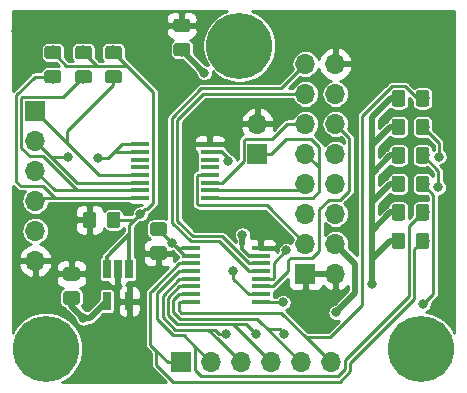
<source format=gbl>
G04 #@! TF.GenerationSoftware,KiCad,Pcbnew,(5.1.2)-1*
G04 #@! TF.CreationDate,2022-03-08T20:03:48-05:00*
G04 #@! TF.ProjectId,telemetry_breakout,74656c65-6d65-4747-9279-5f627265616b,rev?*
G04 #@! TF.SameCoordinates,Original*
G04 #@! TF.FileFunction,Copper,L2,Bot*
G04 #@! TF.FilePolarity,Positive*
%FSLAX46Y46*%
G04 Gerber Fmt 4.6, Leading zero omitted, Abs format (unit mm)*
G04 Created by KiCad (PCBNEW (5.1.2)-1) date 2022-03-08 20:03:48*
%MOMM*%
%LPD*%
G04 APERTURE LIST*
%ADD10O,1.700000X1.700000*%
%ADD11R,1.700000X1.700000*%
%ADD12R,1.500000X0.450000*%
%ADD13C,0.100000*%
%ADD14C,1.150000*%
%ADD15R,0.650000X1.560000*%
%ADD16C,5.600000*%
%ADD17C,0.800000*%
%ADD18C,0.304800*%
%ADD19C,0.254000*%
%ADD20C,0.508000*%
G04 APERTURE END LIST*
D10*
X210312000Y-93980000D03*
D11*
X210312000Y-96520000D03*
D10*
X216535000Y-114173000D03*
X213995000Y-114173000D03*
X211455000Y-114173000D03*
X208915000Y-114173000D03*
X206375000Y-114173000D03*
D11*
X203835000Y-114173000D03*
D12*
X204695000Y-104491000D03*
X204695000Y-105141000D03*
X204695000Y-105791000D03*
X204695000Y-106441000D03*
X204695000Y-107091000D03*
X204695000Y-107741000D03*
X204695000Y-108391000D03*
X204695000Y-109041000D03*
X210595000Y-109041000D03*
X210595000Y-108391000D03*
X210595000Y-107741000D03*
X210595000Y-107091000D03*
X210595000Y-106441000D03*
X210595000Y-105791000D03*
X210595000Y-105141000D03*
X210595000Y-104491000D03*
X200377000Y-95705500D03*
X200377000Y-96355500D03*
X200377000Y-97005500D03*
X200377000Y-97655500D03*
X200377000Y-98305500D03*
X200377000Y-98955500D03*
X200377000Y-99605500D03*
X200377000Y-100255500D03*
X206277000Y-100255500D03*
X206277000Y-99605500D03*
X206277000Y-98955500D03*
X206277000Y-98305500D03*
X206277000Y-97655500D03*
X206277000Y-97005500D03*
X206277000Y-96355500D03*
X206277000Y-95705500D03*
D13*
G36*
X224649505Y-91122204D02*
G01*
X224673773Y-91125804D01*
X224697572Y-91131765D01*
X224720671Y-91140030D01*
X224742850Y-91150520D01*
X224763893Y-91163132D01*
X224783599Y-91177747D01*
X224801777Y-91194223D01*
X224818253Y-91212401D01*
X224832868Y-91232107D01*
X224845480Y-91253150D01*
X224855970Y-91275329D01*
X224864235Y-91298428D01*
X224870196Y-91322227D01*
X224873796Y-91346495D01*
X224875000Y-91370999D01*
X224875000Y-92271001D01*
X224873796Y-92295505D01*
X224870196Y-92319773D01*
X224864235Y-92343572D01*
X224855970Y-92366671D01*
X224845480Y-92388850D01*
X224832868Y-92409893D01*
X224818253Y-92429599D01*
X224801777Y-92447777D01*
X224783599Y-92464253D01*
X224763893Y-92478868D01*
X224742850Y-92491480D01*
X224720671Y-92501970D01*
X224697572Y-92510235D01*
X224673773Y-92516196D01*
X224649505Y-92519796D01*
X224625001Y-92521000D01*
X223974999Y-92521000D01*
X223950495Y-92519796D01*
X223926227Y-92516196D01*
X223902428Y-92510235D01*
X223879329Y-92501970D01*
X223857150Y-92491480D01*
X223836107Y-92478868D01*
X223816401Y-92464253D01*
X223798223Y-92447777D01*
X223781747Y-92429599D01*
X223767132Y-92409893D01*
X223754520Y-92388850D01*
X223744030Y-92366671D01*
X223735765Y-92343572D01*
X223729804Y-92319773D01*
X223726204Y-92295505D01*
X223725000Y-92271001D01*
X223725000Y-91370999D01*
X223726204Y-91346495D01*
X223729804Y-91322227D01*
X223735765Y-91298428D01*
X223744030Y-91275329D01*
X223754520Y-91253150D01*
X223767132Y-91232107D01*
X223781747Y-91212401D01*
X223798223Y-91194223D01*
X223816401Y-91177747D01*
X223836107Y-91163132D01*
X223857150Y-91150520D01*
X223879329Y-91140030D01*
X223902428Y-91131765D01*
X223926227Y-91125804D01*
X223950495Y-91122204D01*
X223974999Y-91121000D01*
X224625001Y-91121000D01*
X224649505Y-91122204D01*
X224649505Y-91122204D01*
G37*
D14*
X224300000Y-91821000D03*
D13*
G36*
X222599505Y-91122204D02*
G01*
X222623773Y-91125804D01*
X222647572Y-91131765D01*
X222670671Y-91140030D01*
X222692850Y-91150520D01*
X222713893Y-91163132D01*
X222733599Y-91177747D01*
X222751777Y-91194223D01*
X222768253Y-91212401D01*
X222782868Y-91232107D01*
X222795480Y-91253150D01*
X222805970Y-91275329D01*
X222814235Y-91298428D01*
X222820196Y-91322227D01*
X222823796Y-91346495D01*
X222825000Y-91370999D01*
X222825000Y-92271001D01*
X222823796Y-92295505D01*
X222820196Y-92319773D01*
X222814235Y-92343572D01*
X222805970Y-92366671D01*
X222795480Y-92388850D01*
X222782868Y-92409893D01*
X222768253Y-92429599D01*
X222751777Y-92447777D01*
X222733599Y-92464253D01*
X222713893Y-92478868D01*
X222692850Y-92491480D01*
X222670671Y-92501970D01*
X222647572Y-92510235D01*
X222623773Y-92516196D01*
X222599505Y-92519796D01*
X222575001Y-92521000D01*
X221924999Y-92521000D01*
X221900495Y-92519796D01*
X221876227Y-92516196D01*
X221852428Y-92510235D01*
X221829329Y-92501970D01*
X221807150Y-92491480D01*
X221786107Y-92478868D01*
X221766401Y-92464253D01*
X221748223Y-92447777D01*
X221731747Y-92429599D01*
X221717132Y-92409893D01*
X221704520Y-92388850D01*
X221694030Y-92366671D01*
X221685765Y-92343572D01*
X221679804Y-92319773D01*
X221676204Y-92295505D01*
X221675000Y-92271001D01*
X221675000Y-91370999D01*
X221676204Y-91346495D01*
X221679804Y-91322227D01*
X221685765Y-91298428D01*
X221694030Y-91275329D01*
X221704520Y-91253150D01*
X221717132Y-91232107D01*
X221731747Y-91212401D01*
X221748223Y-91194223D01*
X221766401Y-91177747D01*
X221786107Y-91163132D01*
X221807150Y-91150520D01*
X221829329Y-91140030D01*
X221852428Y-91131765D01*
X221876227Y-91125804D01*
X221900495Y-91122204D01*
X221924999Y-91121000D01*
X222575001Y-91121000D01*
X222599505Y-91122204D01*
X222599505Y-91122204D01*
G37*
D14*
X222250000Y-91821000D03*
D13*
G36*
X224640505Y-93535204D02*
G01*
X224664773Y-93538804D01*
X224688572Y-93544765D01*
X224711671Y-93553030D01*
X224733850Y-93563520D01*
X224754893Y-93576132D01*
X224774599Y-93590747D01*
X224792777Y-93607223D01*
X224809253Y-93625401D01*
X224823868Y-93645107D01*
X224836480Y-93666150D01*
X224846970Y-93688329D01*
X224855235Y-93711428D01*
X224861196Y-93735227D01*
X224864796Y-93759495D01*
X224866000Y-93783999D01*
X224866000Y-94684001D01*
X224864796Y-94708505D01*
X224861196Y-94732773D01*
X224855235Y-94756572D01*
X224846970Y-94779671D01*
X224836480Y-94801850D01*
X224823868Y-94822893D01*
X224809253Y-94842599D01*
X224792777Y-94860777D01*
X224774599Y-94877253D01*
X224754893Y-94891868D01*
X224733850Y-94904480D01*
X224711671Y-94914970D01*
X224688572Y-94923235D01*
X224664773Y-94929196D01*
X224640505Y-94932796D01*
X224616001Y-94934000D01*
X223965999Y-94934000D01*
X223941495Y-94932796D01*
X223917227Y-94929196D01*
X223893428Y-94923235D01*
X223870329Y-94914970D01*
X223848150Y-94904480D01*
X223827107Y-94891868D01*
X223807401Y-94877253D01*
X223789223Y-94860777D01*
X223772747Y-94842599D01*
X223758132Y-94822893D01*
X223745520Y-94801850D01*
X223735030Y-94779671D01*
X223726765Y-94756572D01*
X223720804Y-94732773D01*
X223717204Y-94708505D01*
X223716000Y-94684001D01*
X223716000Y-93783999D01*
X223717204Y-93759495D01*
X223720804Y-93735227D01*
X223726765Y-93711428D01*
X223735030Y-93688329D01*
X223745520Y-93666150D01*
X223758132Y-93645107D01*
X223772747Y-93625401D01*
X223789223Y-93607223D01*
X223807401Y-93590747D01*
X223827107Y-93576132D01*
X223848150Y-93563520D01*
X223870329Y-93553030D01*
X223893428Y-93544765D01*
X223917227Y-93538804D01*
X223941495Y-93535204D01*
X223965999Y-93534000D01*
X224616001Y-93534000D01*
X224640505Y-93535204D01*
X224640505Y-93535204D01*
G37*
D14*
X224291000Y-94234000D03*
D13*
G36*
X222590505Y-93535204D02*
G01*
X222614773Y-93538804D01*
X222638572Y-93544765D01*
X222661671Y-93553030D01*
X222683850Y-93563520D01*
X222704893Y-93576132D01*
X222724599Y-93590747D01*
X222742777Y-93607223D01*
X222759253Y-93625401D01*
X222773868Y-93645107D01*
X222786480Y-93666150D01*
X222796970Y-93688329D01*
X222805235Y-93711428D01*
X222811196Y-93735227D01*
X222814796Y-93759495D01*
X222816000Y-93783999D01*
X222816000Y-94684001D01*
X222814796Y-94708505D01*
X222811196Y-94732773D01*
X222805235Y-94756572D01*
X222796970Y-94779671D01*
X222786480Y-94801850D01*
X222773868Y-94822893D01*
X222759253Y-94842599D01*
X222742777Y-94860777D01*
X222724599Y-94877253D01*
X222704893Y-94891868D01*
X222683850Y-94904480D01*
X222661671Y-94914970D01*
X222638572Y-94923235D01*
X222614773Y-94929196D01*
X222590505Y-94932796D01*
X222566001Y-94934000D01*
X221915999Y-94934000D01*
X221891495Y-94932796D01*
X221867227Y-94929196D01*
X221843428Y-94923235D01*
X221820329Y-94914970D01*
X221798150Y-94904480D01*
X221777107Y-94891868D01*
X221757401Y-94877253D01*
X221739223Y-94860777D01*
X221722747Y-94842599D01*
X221708132Y-94822893D01*
X221695520Y-94801850D01*
X221685030Y-94779671D01*
X221676765Y-94756572D01*
X221670804Y-94732773D01*
X221667204Y-94708505D01*
X221666000Y-94684001D01*
X221666000Y-93783999D01*
X221667204Y-93759495D01*
X221670804Y-93735227D01*
X221676765Y-93711428D01*
X221685030Y-93688329D01*
X221695520Y-93666150D01*
X221708132Y-93645107D01*
X221722747Y-93625401D01*
X221739223Y-93607223D01*
X221757401Y-93590747D01*
X221777107Y-93576132D01*
X221798150Y-93563520D01*
X221820329Y-93553030D01*
X221843428Y-93544765D01*
X221867227Y-93538804D01*
X221891495Y-93535204D01*
X221915999Y-93534000D01*
X222566001Y-93534000D01*
X222590505Y-93535204D01*
X222590505Y-93535204D01*
G37*
D14*
X222241000Y-94234000D03*
D13*
G36*
X224640505Y-95948204D02*
G01*
X224664773Y-95951804D01*
X224688572Y-95957765D01*
X224711671Y-95966030D01*
X224733850Y-95976520D01*
X224754893Y-95989132D01*
X224774599Y-96003747D01*
X224792777Y-96020223D01*
X224809253Y-96038401D01*
X224823868Y-96058107D01*
X224836480Y-96079150D01*
X224846970Y-96101329D01*
X224855235Y-96124428D01*
X224861196Y-96148227D01*
X224864796Y-96172495D01*
X224866000Y-96196999D01*
X224866000Y-97097001D01*
X224864796Y-97121505D01*
X224861196Y-97145773D01*
X224855235Y-97169572D01*
X224846970Y-97192671D01*
X224836480Y-97214850D01*
X224823868Y-97235893D01*
X224809253Y-97255599D01*
X224792777Y-97273777D01*
X224774599Y-97290253D01*
X224754893Y-97304868D01*
X224733850Y-97317480D01*
X224711671Y-97327970D01*
X224688572Y-97336235D01*
X224664773Y-97342196D01*
X224640505Y-97345796D01*
X224616001Y-97347000D01*
X223965999Y-97347000D01*
X223941495Y-97345796D01*
X223917227Y-97342196D01*
X223893428Y-97336235D01*
X223870329Y-97327970D01*
X223848150Y-97317480D01*
X223827107Y-97304868D01*
X223807401Y-97290253D01*
X223789223Y-97273777D01*
X223772747Y-97255599D01*
X223758132Y-97235893D01*
X223745520Y-97214850D01*
X223735030Y-97192671D01*
X223726765Y-97169572D01*
X223720804Y-97145773D01*
X223717204Y-97121505D01*
X223716000Y-97097001D01*
X223716000Y-96196999D01*
X223717204Y-96172495D01*
X223720804Y-96148227D01*
X223726765Y-96124428D01*
X223735030Y-96101329D01*
X223745520Y-96079150D01*
X223758132Y-96058107D01*
X223772747Y-96038401D01*
X223789223Y-96020223D01*
X223807401Y-96003747D01*
X223827107Y-95989132D01*
X223848150Y-95976520D01*
X223870329Y-95966030D01*
X223893428Y-95957765D01*
X223917227Y-95951804D01*
X223941495Y-95948204D01*
X223965999Y-95947000D01*
X224616001Y-95947000D01*
X224640505Y-95948204D01*
X224640505Y-95948204D01*
G37*
D14*
X224291000Y-96647000D03*
D13*
G36*
X222590505Y-95948204D02*
G01*
X222614773Y-95951804D01*
X222638572Y-95957765D01*
X222661671Y-95966030D01*
X222683850Y-95976520D01*
X222704893Y-95989132D01*
X222724599Y-96003747D01*
X222742777Y-96020223D01*
X222759253Y-96038401D01*
X222773868Y-96058107D01*
X222786480Y-96079150D01*
X222796970Y-96101329D01*
X222805235Y-96124428D01*
X222811196Y-96148227D01*
X222814796Y-96172495D01*
X222816000Y-96196999D01*
X222816000Y-97097001D01*
X222814796Y-97121505D01*
X222811196Y-97145773D01*
X222805235Y-97169572D01*
X222796970Y-97192671D01*
X222786480Y-97214850D01*
X222773868Y-97235893D01*
X222759253Y-97255599D01*
X222742777Y-97273777D01*
X222724599Y-97290253D01*
X222704893Y-97304868D01*
X222683850Y-97317480D01*
X222661671Y-97327970D01*
X222638572Y-97336235D01*
X222614773Y-97342196D01*
X222590505Y-97345796D01*
X222566001Y-97347000D01*
X221915999Y-97347000D01*
X221891495Y-97345796D01*
X221867227Y-97342196D01*
X221843428Y-97336235D01*
X221820329Y-97327970D01*
X221798150Y-97317480D01*
X221777107Y-97304868D01*
X221757401Y-97290253D01*
X221739223Y-97273777D01*
X221722747Y-97255599D01*
X221708132Y-97235893D01*
X221695520Y-97214850D01*
X221685030Y-97192671D01*
X221676765Y-97169572D01*
X221670804Y-97145773D01*
X221667204Y-97121505D01*
X221666000Y-97097001D01*
X221666000Y-96196999D01*
X221667204Y-96172495D01*
X221670804Y-96148227D01*
X221676765Y-96124428D01*
X221685030Y-96101329D01*
X221695520Y-96079150D01*
X221708132Y-96058107D01*
X221722747Y-96038401D01*
X221739223Y-96020223D01*
X221757401Y-96003747D01*
X221777107Y-95989132D01*
X221798150Y-95976520D01*
X221820329Y-95966030D01*
X221843428Y-95957765D01*
X221867227Y-95951804D01*
X221891495Y-95948204D01*
X221915999Y-95947000D01*
X222566001Y-95947000D01*
X222590505Y-95948204D01*
X222590505Y-95948204D01*
G37*
D14*
X222241000Y-96647000D03*
D13*
G36*
X224640505Y-98361204D02*
G01*
X224664773Y-98364804D01*
X224688572Y-98370765D01*
X224711671Y-98379030D01*
X224733850Y-98389520D01*
X224754893Y-98402132D01*
X224774599Y-98416747D01*
X224792777Y-98433223D01*
X224809253Y-98451401D01*
X224823868Y-98471107D01*
X224836480Y-98492150D01*
X224846970Y-98514329D01*
X224855235Y-98537428D01*
X224861196Y-98561227D01*
X224864796Y-98585495D01*
X224866000Y-98609999D01*
X224866000Y-99510001D01*
X224864796Y-99534505D01*
X224861196Y-99558773D01*
X224855235Y-99582572D01*
X224846970Y-99605671D01*
X224836480Y-99627850D01*
X224823868Y-99648893D01*
X224809253Y-99668599D01*
X224792777Y-99686777D01*
X224774599Y-99703253D01*
X224754893Y-99717868D01*
X224733850Y-99730480D01*
X224711671Y-99740970D01*
X224688572Y-99749235D01*
X224664773Y-99755196D01*
X224640505Y-99758796D01*
X224616001Y-99760000D01*
X223965999Y-99760000D01*
X223941495Y-99758796D01*
X223917227Y-99755196D01*
X223893428Y-99749235D01*
X223870329Y-99740970D01*
X223848150Y-99730480D01*
X223827107Y-99717868D01*
X223807401Y-99703253D01*
X223789223Y-99686777D01*
X223772747Y-99668599D01*
X223758132Y-99648893D01*
X223745520Y-99627850D01*
X223735030Y-99605671D01*
X223726765Y-99582572D01*
X223720804Y-99558773D01*
X223717204Y-99534505D01*
X223716000Y-99510001D01*
X223716000Y-98609999D01*
X223717204Y-98585495D01*
X223720804Y-98561227D01*
X223726765Y-98537428D01*
X223735030Y-98514329D01*
X223745520Y-98492150D01*
X223758132Y-98471107D01*
X223772747Y-98451401D01*
X223789223Y-98433223D01*
X223807401Y-98416747D01*
X223827107Y-98402132D01*
X223848150Y-98389520D01*
X223870329Y-98379030D01*
X223893428Y-98370765D01*
X223917227Y-98364804D01*
X223941495Y-98361204D01*
X223965999Y-98360000D01*
X224616001Y-98360000D01*
X224640505Y-98361204D01*
X224640505Y-98361204D01*
G37*
D14*
X224291000Y-99060000D03*
D13*
G36*
X222590505Y-98361204D02*
G01*
X222614773Y-98364804D01*
X222638572Y-98370765D01*
X222661671Y-98379030D01*
X222683850Y-98389520D01*
X222704893Y-98402132D01*
X222724599Y-98416747D01*
X222742777Y-98433223D01*
X222759253Y-98451401D01*
X222773868Y-98471107D01*
X222786480Y-98492150D01*
X222796970Y-98514329D01*
X222805235Y-98537428D01*
X222811196Y-98561227D01*
X222814796Y-98585495D01*
X222816000Y-98609999D01*
X222816000Y-99510001D01*
X222814796Y-99534505D01*
X222811196Y-99558773D01*
X222805235Y-99582572D01*
X222796970Y-99605671D01*
X222786480Y-99627850D01*
X222773868Y-99648893D01*
X222759253Y-99668599D01*
X222742777Y-99686777D01*
X222724599Y-99703253D01*
X222704893Y-99717868D01*
X222683850Y-99730480D01*
X222661671Y-99740970D01*
X222638572Y-99749235D01*
X222614773Y-99755196D01*
X222590505Y-99758796D01*
X222566001Y-99760000D01*
X221915999Y-99760000D01*
X221891495Y-99758796D01*
X221867227Y-99755196D01*
X221843428Y-99749235D01*
X221820329Y-99740970D01*
X221798150Y-99730480D01*
X221777107Y-99717868D01*
X221757401Y-99703253D01*
X221739223Y-99686777D01*
X221722747Y-99668599D01*
X221708132Y-99648893D01*
X221695520Y-99627850D01*
X221685030Y-99605671D01*
X221676765Y-99582572D01*
X221670804Y-99558773D01*
X221667204Y-99534505D01*
X221666000Y-99510001D01*
X221666000Y-98609999D01*
X221667204Y-98585495D01*
X221670804Y-98561227D01*
X221676765Y-98537428D01*
X221685030Y-98514329D01*
X221695520Y-98492150D01*
X221708132Y-98471107D01*
X221722747Y-98451401D01*
X221739223Y-98433223D01*
X221757401Y-98416747D01*
X221777107Y-98402132D01*
X221798150Y-98389520D01*
X221820329Y-98379030D01*
X221843428Y-98370765D01*
X221867227Y-98364804D01*
X221891495Y-98361204D01*
X221915999Y-98360000D01*
X222566001Y-98360000D01*
X222590505Y-98361204D01*
X222590505Y-98361204D01*
G37*
D14*
X222241000Y-99060000D03*
D13*
G36*
X224649505Y-100774204D02*
G01*
X224673773Y-100777804D01*
X224697572Y-100783765D01*
X224720671Y-100792030D01*
X224742850Y-100802520D01*
X224763893Y-100815132D01*
X224783599Y-100829747D01*
X224801777Y-100846223D01*
X224818253Y-100864401D01*
X224832868Y-100884107D01*
X224845480Y-100905150D01*
X224855970Y-100927329D01*
X224864235Y-100950428D01*
X224870196Y-100974227D01*
X224873796Y-100998495D01*
X224875000Y-101022999D01*
X224875000Y-101923001D01*
X224873796Y-101947505D01*
X224870196Y-101971773D01*
X224864235Y-101995572D01*
X224855970Y-102018671D01*
X224845480Y-102040850D01*
X224832868Y-102061893D01*
X224818253Y-102081599D01*
X224801777Y-102099777D01*
X224783599Y-102116253D01*
X224763893Y-102130868D01*
X224742850Y-102143480D01*
X224720671Y-102153970D01*
X224697572Y-102162235D01*
X224673773Y-102168196D01*
X224649505Y-102171796D01*
X224625001Y-102173000D01*
X223974999Y-102173000D01*
X223950495Y-102171796D01*
X223926227Y-102168196D01*
X223902428Y-102162235D01*
X223879329Y-102153970D01*
X223857150Y-102143480D01*
X223836107Y-102130868D01*
X223816401Y-102116253D01*
X223798223Y-102099777D01*
X223781747Y-102081599D01*
X223767132Y-102061893D01*
X223754520Y-102040850D01*
X223744030Y-102018671D01*
X223735765Y-101995572D01*
X223729804Y-101971773D01*
X223726204Y-101947505D01*
X223725000Y-101923001D01*
X223725000Y-101022999D01*
X223726204Y-100998495D01*
X223729804Y-100974227D01*
X223735765Y-100950428D01*
X223744030Y-100927329D01*
X223754520Y-100905150D01*
X223767132Y-100884107D01*
X223781747Y-100864401D01*
X223798223Y-100846223D01*
X223816401Y-100829747D01*
X223836107Y-100815132D01*
X223857150Y-100802520D01*
X223879329Y-100792030D01*
X223902428Y-100783765D01*
X223926227Y-100777804D01*
X223950495Y-100774204D01*
X223974999Y-100773000D01*
X224625001Y-100773000D01*
X224649505Y-100774204D01*
X224649505Y-100774204D01*
G37*
D14*
X224300000Y-101473000D03*
D13*
G36*
X222599505Y-100774204D02*
G01*
X222623773Y-100777804D01*
X222647572Y-100783765D01*
X222670671Y-100792030D01*
X222692850Y-100802520D01*
X222713893Y-100815132D01*
X222733599Y-100829747D01*
X222751777Y-100846223D01*
X222768253Y-100864401D01*
X222782868Y-100884107D01*
X222795480Y-100905150D01*
X222805970Y-100927329D01*
X222814235Y-100950428D01*
X222820196Y-100974227D01*
X222823796Y-100998495D01*
X222825000Y-101022999D01*
X222825000Y-101923001D01*
X222823796Y-101947505D01*
X222820196Y-101971773D01*
X222814235Y-101995572D01*
X222805970Y-102018671D01*
X222795480Y-102040850D01*
X222782868Y-102061893D01*
X222768253Y-102081599D01*
X222751777Y-102099777D01*
X222733599Y-102116253D01*
X222713893Y-102130868D01*
X222692850Y-102143480D01*
X222670671Y-102153970D01*
X222647572Y-102162235D01*
X222623773Y-102168196D01*
X222599505Y-102171796D01*
X222575001Y-102173000D01*
X221924999Y-102173000D01*
X221900495Y-102171796D01*
X221876227Y-102168196D01*
X221852428Y-102162235D01*
X221829329Y-102153970D01*
X221807150Y-102143480D01*
X221786107Y-102130868D01*
X221766401Y-102116253D01*
X221748223Y-102099777D01*
X221731747Y-102081599D01*
X221717132Y-102061893D01*
X221704520Y-102040850D01*
X221694030Y-102018671D01*
X221685765Y-101995572D01*
X221679804Y-101971773D01*
X221676204Y-101947505D01*
X221675000Y-101923001D01*
X221675000Y-101022999D01*
X221676204Y-100998495D01*
X221679804Y-100974227D01*
X221685765Y-100950428D01*
X221694030Y-100927329D01*
X221704520Y-100905150D01*
X221717132Y-100884107D01*
X221731747Y-100864401D01*
X221748223Y-100846223D01*
X221766401Y-100829747D01*
X221786107Y-100815132D01*
X221807150Y-100802520D01*
X221829329Y-100792030D01*
X221852428Y-100783765D01*
X221876227Y-100777804D01*
X221900495Y-100774204D01*
X221924999Y-100773000D01*
X222575001Y-100773000D01*
X222599505Y-100774204D01*
X222599505Y-100774204D01*
G37*
D14*
X222250000Y-101473000D03*
D13*
G36*
X224640505Y-103187204D02*
G01*
X224664773Y-103190804D01*
X224688572Y-103196765D01*
X224711671Y-103205030D01*
X224733850Y-103215520D01*
X224754893Y-103228132D01*
X224774599Y-103242747D01*
X224792777Y-103259223D01*
X224809253Y-103277401D01*
X224823868Y-103297107D01*
X224836480Y-103318150D01*
X224846970Y-103340329D01*
X224855235Y-103363428D01*
X224861196Y-103387227D01*
X224864796Y-103411495D01*
X224866000Y-103435999D01*
X224866000Y-104336001D01*
X224864796Y-104360505D01*
X224861196Y-104384773D01*
X224855235Y-104408572D01*
X224846970Y-104431671D01*
X224836480Y-104453850D01*
X224823868Y-104474893D01*
X224809253Y-104494599D01*
X224792777Y-104512777D01*
X224774599Y-104529253D01*
X224754893Y-104543868D01*
X224733850Y-104556480D01*
X224711671Y-104566970D01*
X224688572Y-104575235D01*
X224664773Y-104581196D01*
X224640505Y-104584796D01*
X224616001Y-104586000D01*
X223965999Y-104586000D01*
X223941495Y-104584796D01*
X223917227Y-104581196D01*
X223893428Y-104575235D01*
X223870329Y-104566970D01*
X223848150Y-104556480D01*
X223827107Y-104543868D01*
X223807401Y-104529253D01*
X223789223Y-104512777D01*
X223772747Y-104494599D01*
X223758132Y-104474893D01*
X223745520Y-104453850D01*
X223735030Y-104431671D01*
X223726765Y-104408572D01*
X223720804Y-104384773D01*
X223717204Y-104360505D01*
X223716000Y-104336001D01*
X223716000Y-103435999D01*
X223717204Y-103411495D01*
X223720804Y-103387227D01*
X223726765Y-103363428D01*
X223735030Y-103340329D01*
X223745520Y-103318150D01*
X223758132Y-103297107D01*
X223772747Y-103277401D01*
X223789223Y-103259223D01*
X223807401Y-103242747D01*
X223827107Y-103228132D01*
X223848150Y-103215520D01*
X223870329Y-103205030D01*
X223893428Y-103196765D01*
X223917227Y-103190804D01*
X223941495Y-103187204D01*
X223965999Y-103186000D01*
X224616001Y-103186000D01*
X224640505Y-103187204D01*
X224640505Y-103187204D01*
G37*
D14*
X224291000Y-103886000D03*
D13*
G36*
X222590505Y-103187204D02*
G01*
X222614773Y-103190804D01*
X222638572Y-103196765D01*
X222661671Y-103205030D01*
X222683850Y-103215520D01*
X222704893Y-103228132D01*
X222724599Y-103242747D01*
X222742777Y-103259223D01*
X222759253Y-103277401D01*
X222773868Y-103297107D01*
X222786480Y-103318150D01*
X222796970Y-103340329D01*
X222805235Y-103363428D01*
X222811196Y-103387227D01*
X222814796Y-103411495D01*
X222816000Y-103435999D01*
X222816000Y-104336001D01*
X222814796Y-104360505D01*
X222811196Y-104384773D01*
X222805235Y-104408572D01*
X222796970Y-104431671D01*
X222786480Y-104453850D01*
X222773868Y-104474893D01*
X222759253Y-104494599D01*
X222742777Y-104512777D01*
X222724599Y-104529253D01*
X222704893Y-104543868D01*
X222683850Y-104556480D01*
X222661671Y-104566970D01*
X222638572Y-104575235D01*
X222614773Y-104581196D01*
X222590505Y-104584796D01*
X222566001Y-104586000D01*
X221915999Y-104586000D01*
X221891495Y-104584796D01*
X221867227Y-104581196D01*
X221843428Y-104575235D01*
X221820329Y-104566970D01*
X221798150Y-104556480D01*
X221777107Y-104543868D01*
X221757401Y-104529253D01*
X221739223Y-104512777D01*
X221722747Y-104494599D01*
X221708132Y-104474893D01*
X221695520Y-104453850D01*
X221685030Y-104431671D01*
X221676765Y-104408572D01*
X221670804Y-104384773D01*
X221667204Y-104360505D01*
X221666000Y-104336001D01*
X221666000Y-103435999D01*
X221667204Y-103411495D01*
X221670804Y-103387227D01*
X221676765Y-103363428D01*
X221685030Y-103340329D01*
X221695520Y-103318150D01*
X221708132Y-103297107D01*
X221722747Y-103277401D01*
X221739223Y-103259223D01*
X221757401Y-103242747D01*
X221777107Y-103228132D01*
X221798150Y-103215520D01*
X221820329Y-103205030D01*
X221843428Y-103196765D01*
X221867227Y-103190804D01*
X221891495Y-103187204D01*
X221915999Y-103186000D01*
X222566001Y-103186000D01*
X222590505Y-103187204D01*
X222590505Y-103187204D01*
G37*
D14*
X222241000Y-103886000D03*
D13*
G36*
X193451005Y-89405704D02*
G01*
X193475273Y-89409304D01*
X193499072Y-89415265D01*
X193522171Y-89423530D01*
X193544350Y-89434020D01*
X193565393Y-89446632D01*
X193585099Y-89461247D01*
X193603277Y-89477723D01*
X193619753Y-89495901D01*
X193634368Y-89515607D01*
X193646980Y-89536650D01*
X193657470Y-89558829D01*
X193665735Y-89581928D01*
X193671696Y-89605727D01*
X193675296Y-89629995D01*
X193676500Y-89654499D01*
X193676500Y-90304501D01*
X193675296Y-90329005D01*
X193671696Y-90353273D01*
X193665735Y-90377072D01*
X193657470Y-90400171D01*
X193646980Y-90422350D01*
X193634368Y-90443393D01*
X193619753Y-90463099D01*
X193603277Y-90481277D01*
X193585099Y-90497753D01*
X193565393Y-90512368D01*
X193544350Y-90524980D01*
X193522171Y-90535470D01*
X193499072Y-90543735D01*
X193475273Y-90549696D01*
X193451005Y-90553296D01*
X193426501Y-90554500D01*
X192526499Y-90554500D01*
X192501995Y-90553296D01*
X192477727Y-90549696D01*
X192453928Y-90543735D01*
X192430829Y-90535470D01*
X192408650Y-90524980D01*
X192387607Y-90512368D01*
X192367901Y-90497753D01*
X192349723Y-90481277D01*
X192333247Y-90463099D01*
X192318632Y-90443393D01*
X192306020Y-90422350D01*
X192295530Y-90400171D01*
X192287265Y-90377072D01*
X192281304Y-90353273D01*
X192277704Y-90329005D01*
X192276500Y-90304501D01*
X192276500Y-89654499D01*
X192277704Y-89629995D01*
X192281304Y-89605727D01*
X192287265Y-89581928D01*
X192295530Y-89558829D01*
X192306020Y-89536650D01*
X192318632Y-89515607D01*
X192333247Y-89495901D01*
X192349723Y-89477723D01*
X192367901Y-89461247D01*
X192387607Y-89446632D01*
X192408650Y-89434020D01*
X192430829Y-89423530D01*
X192453928Y-89415265D01*
X192477727Y-89409304D01*
X192501995Y-89405704D01*
X192526499Y-89404500D01*
X193426501Y-89404500D01*
X193451005Y-89405704D01*
X193451005Y-89405704D01*
G37*
D14*
X192976500Y-89979500D03*
D13*
G36*
X193451005Y-87355704D02*
G01*
X193475273Y-87359304D01*
X193499072Y-87365265D01*
X193522171Y-87373530D01*
X193544350Y-87384020D01*
X193565393Y-87396632D01*
X193585099Y-87411247D01*
X193603277Y-87427723D01*
X193619753Y-87445901D01*
X193634368Y-87465607D01*
X193646980Y-87486650D01*
X193657470Y-87508829D01*
X193665735Y-87531928D01*
X193671696Y-87555727D01*
X193675296Y-87579995D01*
X193676500Y-87604499D01*
X193676500Y-88254501D01*
X193675296Y-88279005D01*
X193671696Y-88303273D01*
X193665735Y-88327072D01*
X193657470Y-88350171D01*
X193646980Y-88372350D01*
X193634368Y-88393393D01*
X193619753Y-88413099D01*
X193603277Y-88431277D01*
X193585099Y-88447753D01*
X193565393Y-88462368D01*
X193544350Y-88474980D01*
X193522171Y-88485470D01*
X193499072Y-88493735D01*
X193475273Y-88499696D01*
X193451005Y-88503296D01*
X193426501Y-88504500D01*
X192526499Y-88504500D01*
X192501995Y-88503296D01*
X192477727Y-88499696D01*
X192453928Y-88493735D01*
X192430829Y-88485470D01*
X192408650Y-88474980D01*
X192387607Y-88462368D01*
X192367901Y-88447753D01*
X192349723Y-88431277D01*
X192333247Y-88413099D01*
X192318632Y-88393393D01*
X192306020Y-88372350D01*
X192295530Y-88350171D01*
X192287265Y-88327072D01*
X192281304Y-88303273D01*
X192277704Y-88279005D01*
X192276500Y-88254501D01*
X192276500Y-87604499D01*
X192277704Y-87579995D01*
X192281304Y-87555727D01*
X192287265Y-87531928D01*
X192295530Y-87508829D01*
X192306020Y-87486650D01*
X192318632Y-87465607D01*
X192333247Y-87445901D01*
X192349723Y-87427723D01*
X192367901Y-87411247D01*
X192387607Y-87396632D01*
X192408650Y-87384020D01*
X192430829Y-87373530D01*
X192453928Y-87365265D01*
X192477727Y-87359304D01*
X192501995Y-87355704D01*
X192526499Y-87354500D01*
X193426501Y-87354500D01*
X193451005Y-87355704D01*
X193451005Y-87355704D01*
G37*
D14*
X192976500Y-87929500D03*
D13*
G36*
X196054505Y-89414704D02*
G01*
X196078773Y-89418304D01*
X196102572Y-89424265D01*
X196125671Y-89432530D01*
X196147850Y-89443020D01*
X196168893Y-89455632D01*
X196188599Y-89470247D01*
X196206777Y-89486723D01*
X196223253Y-89504901D01*
X196237868Y-89524607D01*
X196250480Y-89545650D01*
X196260970Y-89567829D01*
X196269235Y-89590928D01*
X196275196Y-89614727D01*
X196278796Y-89638995D01*
X196280000Y-89663499D01*
X196280000Y-90313501D01*
X196278796Y-90338005D01*
X196275196Y-90362273D01*
X196269235Y-90386072D01*
X196260970Y-90409171D01*
X196250480Y-90431350D01*
X196237868Y-90452393D01*
X196223253Y-90472099D01*
X196206777Y-90490277D01*
X196188599Y-90506753D01*
X196168893Y-90521368D01*
X196147850Y-90533980D01*
X196125671Y-90544470D01*
X196102572Y-90552735D01*
X196078773Y-90558696D01*
X196054505Y-90562296D01*
X196030001Y-90563500D01*
X195129999Y-90563500D01*
X195105495Y-90562296D01*
X195081227Y-90558696D01*
X195057428Y-90552735D01*
X195034329Y-90544470D01*
X195012150Y-90533980D01*
X194991107Y-90521368D01*
X194971401Y-90506753D01*
X194953223Y-90490277D01*
X194936747Y-90472099D01*
X194922132Y-90452393D01*
X194909520Y-90431350D01*
X194899030Y-90409171D01*
X194890765Y-90386072D01*
X194884804Y-90362273D01*
X194881204Y-90338005D01*
X194880000Y-90313501D01*
X194880000Y-89663499D01*
X194881204Y-89638995D01*
X194884804Y-89614727D01*
X194890765Y-89590928D01*
X194899030Y-89567829D01*
X194909520Y-89545650D01*
X194922132Y-89524607D01*
X194936747Y-89504901D01*
X194953223Y-89486723D01*
X194971401Y-89470247D01*
X194991107Y-89455632D01*
X195012150Y-89443020D01*
X195034329Y-89432530D01*
X195057428Y-89424265D01*
X195081227Y-89418304D01*
X195105495Y-89414704D01*
X195129999Y-89413500D01*
X196030001Y-89413500D01*
X196054505Y-89414704D01*
X196054505Y-89414704D01*
G37*
D14*
X195580000Y-89988500D03*
D13*
G36*
X196054505Y-87364704D02*
G01*
X196078773Y-87368304D01*
X196102572Y-87374265D01*
X196125671Y-87382530D01*
X196147850Y-87393020D01*
X196168893Y-87405632D01*
X196188599Y-87420247D01*
X196206777Y-87436723D01*
X196223253Y-87454901D01*
X196237868Y-87474607D01*
X196250480Y-87495650D01*
X196260970Y-87517829D01*
X196269235Y-87540928D01*
X196275196Y-87564727D01*
X196278796Y-87588995D01*
X196280000Y-87613499D01*
X196280000Y-88263501D01*
X196278796Y-88288005D01*
X196275196Y-88312273D01*
X196269235Y-88336072D01*
X196260970Y-88359171D01*
X196250480Y-88381350D01*
X196237868Y-88402393D01*
X196223253Y-88422099D01*
X196206777Y-88440277D01*
X196188599Y-88456753D01*
X196168893Y-88471368D01*
X196147850Y-88483980D01*
X196125671Y-88494470D01*
X196102572Y-88502735D01*
X196078773Y-88508696D01*
X196054505Y-88512296D01*
X196030001Y-88513500D01*
X195129999Y-88513500D01*
X195105495Y-88512296D01*
X195081227Y-88508696D01*
X195057428Y-88502735D01*
X195034329Y-88494470D01*
X195012150Y-88483980D01*
X194991107Y-88471368D01*
X194971401Y-88456753D01*
X194953223Y-88440277D01*
X194936747Y-88422099D01*
X194922132Y-88402393D01*
X194909520Y-88381350D01*
X194899030Y-88359171D01*
X194890765Y-88336072D01*
X194884804Y-88312273D01*
X194881204Y-88288005D01*
X194880000Y-88263501D01*
X194880000Y-87613499D01*
X194881204Y-87588995D01*
X194884804Y-87564727D01*
X194890765Y-87540928D01*
X194899030Y-87517829D01*
X194909520Y-87495650D01*
X194922132Y-87474607D01*
X194936747Y-87454901D01*
X194953223Y-87436723D01*
X194971401Y-87420247D01*
X194991107Y-87405632D01*
X195012150Y-87393020D01*
X195034329Y-87382530D01*
X195057428Y-87374265D01*
X195081227Y-87368304D01*
X195105495Y-87364704D01*
X195129999Y-87363500D01*
X196030001Y-87363500D01*
X196054505Y-87364704D01*
X196054505Y-87364704D01*
G37*
D14*
X195580000Y-87938500D03*
D13*
G36*
X198594505Y-89414704D02*
G01*
X198618773Y-89418304D01*
X198642572Y-89424265D01*
X198665671Y-89432530D01*
X198687850Y-89443020D01*
X198708893Y-89455632D01*
X198728599Y-89470247D01*
X198746777Y-89486723D01*
X198763253Y-89504901D01*
X198777868Y-89524607D01*
X198790480Y-89545650D01*
X198800970Y-89567829D01*
X198809235Y-89590928D01*
X198815196Y-89614727D01*
X198818796Y-89638995D01*
X198820000Y-89663499D01*
X198820000Y-90313501D01*
X198818796Y-90338005D01*
X198815196Y-90362273D01*
X198809235Y-90386072D01*
X198800970Y-90409171D01*
X198790480Y-90431350D01*
X198777868Y-90452393D01*
X198763253Y-90472099D01*
X198746777Y-90490277D01*
X198728599Y-90506753D01*
X198708893Y-90521368D01*
X198687850Y-90533980D01*
X198665671Y-90544470D01*
X198642572Y-90552735D01*
X198618773Y-90558696D01*
X198594505Y-90562296D01*
X198570001Y-90563500D01*
X197669999Y-90563500D01*
X197645495Y-90562296D01*
X197621227Y-90558696D01*
X197597428Y-90552735D01*
X197574329Y-90544470D01*
X197552150Y-90533980D01*
X197531107Y-90521368D01*
X197511401Y-90506753D01*
X197493223Y-90490277D01*
X197476747Y-90472099D01*
X197462132Y-90452393D01*
X197449520Y-90431350D01*
X197439030Y-90409171D01*
X197430765Y-90386072D01*
X197424804Y-90362273D01*
X197421204Y-90338005D01*
X197420000Y-90313501D01*
X197420000Y-89663499D01*
X197421204Y-89638995D01*
X197424804Y-89614727D01*
X197430765Y-89590928D01*
X197439030Y-89567829D01*
X197449520Y-89545650D01*
X197462132Y-89524607D01*
X197476747Y-89504901D01*
X197493223Y-89486723D01*
X197511401Y-89470247D01*
X197531107Y-89455632D01*
X197552150Y-89443020D01*
X197574329Y-89432530D01*
X197597428Y-89424265D01*
X197621227Y-89418304D01*
X197645495Y-89414704D01*
X197669999Y-89413500D01*
X198570001Y-89413500D01*
X198594505Y-89414704D01*
X198594505Y-89414704D01*
G37*
D14*
X198120000Y-89988500D03*
D13*
G36*
X198594505Y-87364704D02*
G01*
X198618773Y-87368304D01*
X198642572Y-87374265D01*
X198665671Y-87382530D01*
X198687850Y-87393020D01*
X198708893Y-87405632D01*
X198728599Y-87420247D01*
X198746777Y-87436723D01*
X198763253Y-87454901D01*
X198777868Y-87474607D01*
X198790480Y-87495650D01*
X198800970Y-87517829D01*
X198809235Y-87540928D01*
X198815196Y-87564727D01*
X198818796Y-87588995D01*
X198820000Y-87613499D01*
X198820000Y-88263501D01*
X198818796Y-88288005D01*
X198815196Y-88312273D01*
X198809235Y-88336072D01*
X198800970Y-88359171D01*
X198790480Y-88381350D01*
X198777868Y-88402393D01*
X198763253Y-88422099D01*
X198746777Y-88440277D01*
X198728599Y-88456753D01*
X198708893Y-88471368D01*
X198687850Y-88483980D01*
X198665671Y-88494470D01*
X198642572Y-88502735D01*
X198618773Y-88508696D01*
X198594505Y-88512296D01*
X198570001Y-88513500D01*
X197669999Y-88513500D01*
X197645495Y-88512296D01*
X197621227Y-88508696D01*
X197597428Y-88502735D01*
X197574329Y-88494470D01*
X197552150Y-88483980D01*
X197531107Y-88471368D01*
X197511401Y-88456753D01*
X197493223Y-88440277D01*
X197476747Y-88422099D01*
X197462132Y-88402393D01*
X197449520Y-88381350D01*
X197439030Y-88359171D01*
X197430765Y-88336072D01*
X197424804Y-88312273D01*
X197421204Y-88288005D01*
X197420000Y-88263501D01*
X197420000Y-87613499D01*
X197421204Y-87588995D01*
X197424804Y-87564727D01*
X197430765Y-87540928D01*
X197439030Y-87517829D01*
X197449520Y-87495650D01*
X197462132Y-87474607D01*
X197476747Y-87454901D01*
X197493223Y-87436723D01*
X197511401Y-87420247D01*
X197531107Y-87405632D01*
X197552150Y-87393020D01*
X197574329Y-87382530D01*
X197597428Y-87374265D01*
X197621227Y-87368304D01*
X197645495Y-87364704D01*
X197669999Y-87363500D01*
X198570001Y-87363500D01*
X198594505Y-87364704D01*
X198594505Y-87364704D01*
G37*
D14*
X198120000Y-87938500D03*
D13*
G36*
X202404505Y-102296204D02*
G01*
X202428773Y-102299804D01*
X202452572Y-102305765D01*
X202475671Y-102314030D01*
X202497850Y-102324520D01*
X202518893Y-102337132D01*
X202538599Y-102351747D01*
X202556777Y-102368223D01*
X202573253Y-102386401D01*
X202587868Y-102406107D01*
X202600480Y-102427150D01*
X202610970Y-102449329D01*
X202619235Y-102472428D01*
X202625196Y-102496227D01*
X202628796Y-102520495D01*
X202630000Y-102544999D01*
X202630000Y-103195001D01*
X202628796Y-103219505D01*
X202625196Y-103243773D01*
X202619235Y-103267572D01*
X202610970Y-103290671D01*
X202600480Y-103312850D01*
X202587868Y-103333893D01*
X202573253Y-103353599D01*
X202556777Y-103371777D01*
X202538599Y-103388253D01*
X202518893Y-103402868D01*
X202497850Y-103415480D01*
X202475671Y-103425970D01*
X202452572Y-103434235D01*
X202428773Y-103440196D01*
X202404505Y-103443796D01*
X202380001Y-103445000D01*
X201479999Y-103445000D01*
X201455495Y-103443796D01*
X201431227Y-103440196D01*
X201407428Y-103434235D01*
X201384329Y-103425970D01*
X201362150Y-103415480D01*
X201341107Y-103402868D01*
X201321401Y-103388253D01*
X201303223Y-103371777D01*
X201286747Y-103353599D01*
X201272132Y-103333893D01*
X201259520Y-103312850D01*
X201249030Y-103290671D01*
X201240765Y-103267572D01*
X201234804Y-103243773D01*
X201231204Y-103219505D01*
X201230000Y-103195001D01*
X201230000Y-102544999D01*
X201231204Y-102520495D01*
X201234804Y-102496227D01*
X201240765Y-102472428D01*
X201249030Y-102449329D01*
X201259520Y-102427150D01*
X201272132Y-102406107D01*
X201286747Y-102386401D01*
X201303223Y-102368223D01*
X201321401Y-102351747D01*
X201341107Y-102337132D01*
X201362150Y-102324520D01*
X201384329Y-102314030D01*
X201407428Y-102305765D01*
X201431227Y-102299804D01*
X201455495Y-102296204D01*
X201479999Y-102295000D01*
X202380001Y-102295000D01*
X202404505Y-102296204D01*
X202404505Y-102296204D01*
G37*
D14*
X201930000Y-102870000D03*
D13*
G36*
X202404505Y-104346204D02*
G01*
X202428773Y-104349804D01*
X202452572Y-104355765D01*
X202475671Y-104364030D01*
X202497850Y-104374520D01*
X202518893Y-104387132D01*
X202538599Y-104401747D01*
X202556777Y-104418223D01*
X202573253Y-104436401D01*
X202587868Y-104456107D01*
X202600480Y-104477150D01*
X202610970Y-104499329D01*
X202619235Y-104522428D01*
X202625196Y-104546227D01*
X202628796Y-104570495D01*
X202630000Y-104594999D01*
X202630000Y-105245001D01*
X202628796Y-105269505D01*
X202625196Y-105293773D01*
X202619235Y-105317572D01*
X202610970Y-105340671D01*
X202600480Y-105362850D01*
X202587868Y-105383893D01*
X202573253Y-105403599D01*
X202556777Y-105421777D01*
X202538599Y-105438253D01*
X202518893Y-105452868D01*
X202497850Y-105465480D01*
X202475671Y-105475970D01*
X202452572Y-105484235D01*
X202428773Y-105490196D01*
X202404505Y-105493796D01*
X202380001Y-105495000D01*
X201479999Y-105495000D01*
X201455495Y-105493796D01*
X201431227Y-105490196D01*
X201407428Y-105484235D01*
X201384329Y-105475970D01*
X201362150Y-105465480D01*
X201341107Y-105452868D01*
X201321401Y-105438253D01*
X201303223Y-105421777D01*
X201286747Y-105403599D01*
X201272132Y-105383893D01*
X201259520Y-105362850D01*
X201249030Y-105340671D01*
X201240765Y-105317572D01*
X201234804Y-105293773D01*
X201231204Y-105269505D01*
X201230000Y-105245001D01*
X201230000Y-104594999D01*
X201231204Y-104570495D01*
X201234804Y-104546227D01*
X201240765Y-104522428D01*
X201249030Y-104499329D01*
X201259520Y-104477150D01*
X201272132Y-104456107D01*
X201286747Y-104436401D01*
X201303223Y-104418223D01*
X201321401Y-104401747D01*
X201341107Y-104387132D01*
X201362150Y-104374520D01*
X201384329Y-104364030D01*
X201407428Y-104355765D01*
X201431227Y-104349804D01*
X201455495Y-104346204D01*
X201479999Y-104345000D01*
X202380001Y-104345000D01*
X202404505Y-104346204D01*
X202404505Y-104346204D01*
G37*
D14*
X201930000Y-104920000D03*
D15*
X197551000Y-108999000D03*
X199451000Y-108999000D03*
X199451000Y-106299000D03*
X198501000Y-106299000D03*
X197551000Y-106299000D03*
D10*
X216916000Y-88900000D03*
X214376000Y-88900000D03*
X216916000Y-91440000D03*
X214376000Y-91440000D03*
X216916000Y-93980000D03*
X214376000Y-93980000D03*
X216916000Y-96520000D03*
X214376000Y-96520000D03*
X216916000Y-99060000D03*
X214376000Y-99060000D03*
X216916000Y-101600000D03*
X214376000Y-101600000D03*
X216916000Y-104140000D03*
X214376000Y-104140000D03*
X216916000Y-106680000D03*
D11*
X214376000Y-106680000D03*
D10*
X191500000Y-105580000D03*
X191500000Y-103040000D03*
X191500000Y-100500000D03*
X191500000Y-97960000D03*
X191500000Y-95420000D03*
D11*
X191500000Y-92880000D03*
D16*
X192405000Y-113030000D03*
X208788000Y-87376000D03*
X224155000Y-113030000D03*
D13*
G36*
X198487505Y-101409204D02*
G01*
X198511773Y-101412804D01*
X198535572Y-101418765D01*
X198558671Y-101427030D01*
X198580850Y-101437520D01*
X198601893Y-101450132D01*
X198621599Y-101464747D01*
X198639777Y-101481223D01*
X198656253Y-101499401D01*
X198670868Y-101519107D01*
X198683480Y-101540150D01*
X198693970Y-101562329D01*
X198702235Y-101585428D01*
X198708196Y-101609227D01*
X198711796Y-101633495D01*
X198713000Y-101657999D01*
X198713000Y-102558001D01*
X198711796Y-102582505D01*
X198708196Y-102606773D01*
X198702235Y-102630572D01*
X198693970Y-102653671D01*
X198683480Y-102675850D01*
X198670868Y-102696893D01*
X198656253Y-102716599D01*
X198639777Y-102734777D01*
X198621599Y-102751253D01*
X198601893Y-102765868D01*
X198580850Y-102778480D01*
X198558671Y-102788970D01*
X198535572Y-102797235D01*
X198511773Y-102803196D01*
X198487505Y-102806796D01*
X198463001Y-102808000D01*
X197812999Y-102808000D01*
X197788495Y-102806796D01*
X197764227Y-102803196D01*
X197740428Y-102797235D01*
X197717329Y-102788970D01*
X197695150Y-102778480D01*
X197674107Y-102765868D01*
X197654401Y-102751253D01*
X197636223Y-102734777D01*
X197619747Y-102716599D01*
X197605132Y-102696893D01*
X197592520Y-102675850D01*
X197582030Y-102653671D01*
X197573765Y-102630572D01*
X197567804Y-102606773D01*
X197564204Y-102582505D01*
X197563000Y-102558001D01*
X197563000Y-101657999D01*
X197564204Y-101633495D01*
X197567804Y-101609227D01*
X197573765Y-101585428D01*
X197582030Y-101562329D01*
X197592520Y-101540150D01*
X197605132Y-101519107D01*
X197619747Y-101499401D01*
X197636223Y-101481223D01*
X197654401Y-101464747D01*
X197674107Y-101450132D01*
X197695150Y-101437520D01*
X197717329Y-101427030D01*
X197740428Y-101418765D01*
X197764227Y-101412804D01*
X197788495Y-101409204D01*
X197812999Y-101408000D01*
X198463001Y-101408000D01*
X198487505Y-101409204D01*
X198487505Y-101409204D01*
G37*
D14*
X198138000Y-102108000D03*
D13*
G36*
X196437505Y-101409204D02*
G01*
X196461773Y-101412804D01*
X196485572Y-101418765D01*
X196508671Y-101427030D01*
X196530850Y-101437520D01*
X196551893Y-101450132D01*
X196571599Y-101464747D01*
X196589777Y-101481223D01*
X196606253Y-101499401D01*
X196620868Y-101519107D01*
X196633480Y-101540150D01*
X196643970Y-101562329D01*
X196652235Y-101585428D01*
X196658196Y-101609227D01*
X196661796Y-101633495D01*
X196663000Y-101657999D01*
X196663000Y-102558001D01*
X196661796Y-102582505D01*
X196658196Y-102606773D01*
X196652235Y-102630572D01*
X196643970Y-102653671D01*
X196633480Y-102675850D01*
X196620868Y-102696893D01*
X196606253Y-102716599D01*
X196589777Y-102734777D01*
X196571599Y-102751253D01*
X196551893Y-102765868D01*
X196530850Y-102778480D01*
X196508671Y-102788970D01*
X196485572Y-102797235D01*
X196461773Y-102803196D01*
X196437505Y-102806796D01*
X196413001Y-102808000D01*
X195762999Y-102808000D01*
X195738495Y-102806796D01*
X195714227Y-102803196D01*
X195690428Y-102797235D01*
X195667329Y-102788970D01*
X195645150Y-102778480D01*
X195624107Y-102765868D01*
X195604401Y-102751253D01*
X195586223Y-102734777D01*
X195569747Y-102716599D01*
X195555132Y-102696893D01*
X195542520Y-102675850D01*
X195532030Y-102653671D01*
X195523765Y-102630572D01*
X195517804Y-102606773D01*
X195514204Y-102582505D01*
X195513000Y-102558001D01*
X195513000Y-101657999D01*
X195514204Y-101633495D01*
X195517804Y-101609227D01*
X195523765Y-101585428D01*
X195532030Y-101562329D01*
X195542520Y-101540150D01*
X195555132Y-101519107D01*
X195569747Y-101499401D01*
X195586223Y-101481223D01*
X195604401Y-101464747D01*
X195624107Y-101450132D01*
X195645150Y-101437520D01*
X195667329Y-101427030D01*
X195690428Y-101418765D01*
X195714227Y-101412804D01*
X195738495Y-101409204D01*
X195762999Y-101408000D01*
X196413001Y-101408000D01*
X196437505Y-101409204D01*
X196437505Y-101409204D01*
G37*
D14*
X196088000Y-102108000D03*
D13*
G36*
X204373005Y-85069704D02*
G01*
X204397273Y-85073304D01*
X204421072Y-85079265D01*
X204444171Y-85087530D01*
X204466350Y-85098020D01*
X204487393Y-85110632D01*
X204507099Y-85125247D01*
X204525277Y-85141723D01*
X204541753Y-85159901D01*
X204556368Y-85179607D01*
X204568980Y-85200650D01*
X204579470Y-85222829D01*
X204587735Y-85245928D01*
X204593696Y-85269727D01*
X204597296Y-85293995D01*
X204598500Y-85318499D01*
X204598500Y-85968501D01*
X204597296Y-85993005D01*
X204593696Y-86017273D01*
X204587735Y-86041072D01*
X204579470Y-86064171D01*
X204568980Y-86086350D01*
X204556368Y-86107393D01*
X204541753Y-86127099D01*
X204525277Y-86145277D01*
X204507099Y-86161753D01*
X204487393Y-86176368D01*
X204466350Y-86188980D01*
X204444171Y-86199470D01*
X204421072Y-86207735D01*
X204397273Y-86213696D01*
X204373005Y-86217296D01*
X204348501Y-86218500D01*
X203448499Y-86218500D01*
X203423995Y-86217296D01*
X203399727Y-86213696D01*
X203375928Y-86207735D01*
X203352829Y-86199470D01*
X203330650Y-86188980D01*
X203309607Y-86176368D01*
X203289901Y-86161753D01*
X203271723Y-86145277D01*
X203255247Y-86127099D01*
X203240632Y-86107393D01*
X203228020Y-86086350D01*
X203217530Y-86064171D01*
X203209265Y-86041072D01*
X203203304Y-86017273D01*
X203199704Y-85993005D01*
X203198500Y-85968501D01*
X203198500Y-85318499D01*
X203199704Y-85293995D01*
X203203304Y-85269727D01*
X203209265Y-85245928D01*
X203217530Y-85222829D01*
X203228020Y-85200650D01*
X203240632Y-85179607D01*
X203255247Y-85159901D01*
X203271723Y-85141723D01*
X203289901Y-85125247D01*
X203309607Y-85110632D01*
X203330650Y-85098020D01*
X203352829Y-85087530D01*
X203375928Y-85079265D01*
X203399727Y-85073304D01*
X203423995Y-85069704D01*
X203448499Y-85068500D01*
X204348501Y-85068500D01*
X204373005Y-85069704D01*
X204373005Y-85069704D01*
G37*
D14*
X203898500Y-85643500D03*
D13*
G36*
X204373005Y-87119704D02*
G01*
X204397273Y-87123304D01*
X204421072Y-87129265D01*
X204444171Y-87137530D01*
X204466350Y-87148020D01*
X204487393Y-87160632D01*
X204507099Y-87175247D01*
X204525277Y-87191723D01*
X204541753Y-87209901D01*
X204556368Y-87229607D01*
X204568980Y-87250650D01*
X204579470Y-87272829D01*
X204587735Y-87295928D01*
X204593696Y-87319727D01*
X204597296Y-87343995D01*
X204598500Y-87368499D01*
X204598500Y-88018501D01*
X204597296Y-88043005D01*
X204593696Y-88067273D01*
X204587735Y-88091072D01*
X204579470Y-88114171D01*
X204568980Y-88136350D01*
X204556368Y-88157393D01*
X204541753Y-88177099D01*
X204525277Y-88195277D01*
X204507099Y-88211753D01*
X204487393Y-88226368D01*
X204466350Y-88238980D01*
X204444171Y-88249470D01*
X204421072Y-88257735D01*
X204397273Y-88263696D01*
X204373005Y-88267296D01*
X204348501Y-88268500D01*
X203448499Y-88268500D01*
X203423995Y-88267296D01*
X203399727Y-88263696D01*
X203375928Y-88257735D01*
X203352829Y-88249470D01*
X203330650Y-88238980D01*
X203309607Y-88226368D01*
X203289901Y-88211753D01*
X203271723Y-88195277D01*
X203255247Y-88177099D01*
X203240632Y-88157393D01*
X203228020Y-88136350D01*
X203217530Y-88114171D01*
X203209265Y-88091072D01*
X203203304Y-88067273D01*
X203199704Y-88043005D01*
X203198500Y-88018501D01*
X203198500Y-87368499D01*
X203199704Y-87343995D01*
X203203304Y-87319727D01*
X203209265Y-87295928D01*
X203217530Y-87272829D01*
X203228020Y-87250650D01*
X203240632Y-87229607D01*
X203255247Y-87209901D01*
X203271723Y-87191723D01*
X203289901Y-87175247D01*
X203309607Y-87160632D01*
X203330650Y-87148020D01*
X203352829Y-87137530D01*
X203375928Y-87129265D01*
X203399727Y-87123304D01*
X203423995Y-87119704D01*
X203448499Y-87118500D01*
X204348501Y-87118500D01*
X204373005Y-87119704D01*
X204373005Y-87119704D01*
G37*
D14*
X203898500Y-87693500D03*
D13*
G36*
X195038505Y-108147204D02*
G01*
X195062773Y-108150804D01*
X195086572Y-108156765D01*
X195109671Y-108165030D01*
X195131850Y-108175520D01*
X195152893Y-108188132D01*
X195172599Y-108202747D01*
X195190777Y-108219223D01*
X195207253Y-108237401D01*
X195221868Y-108257107D01*
X195234480Y-108278150D01*
X195244970Y-108300329D01*
X195253235Y-108323428D01*
X195259196Y-108347227D01*
X195262796Y-108371495D01*
X195264000Y-108395999D01*
X195264000Y-109046001D01*
X195262796Y-109070505D01*
X195259196Y-109094773D01*
X195253235Y-109118572D01*
X195244970Y-109141671D01*
X195234480Y-109163850D01*
X195221868Y-109184893D01*
X195207253Y-109204599D01*
X195190777Y-109222777D01*
X195172599Y-109239253D01*
X195152893Y-109253868D01*
X195131850Y-109266480D01*
X195109671Y-109276970D01*
X195086572Y-109285235D01*
X195062773Y-109291196D01*
X195038505Y-109294796D01*
X195014001Y-109296000D01*
X194113999Y-109296000D01*
X194089495Y-109294796D01*
X194065227Y-109291196D01*
X194041428Y-109285235D01*
X194018329Y-109276970D01*
X193996150Y-109266480D01*
X193975107Y-109253868D01*
X193955401Y-109239253D01*
X193937223Y-109222777D01*
X193920747Y-109204599D01*
X193906132Y-109184893D01*
X193893520Y-109163850D01*
X193883030Y-109141671D01*
X193874765Y-109118572D01*
X193868804Y-109094773D01*
X193865204Y-109070505D01*
X193864000Y-109046001D01*
X193864000Y-108395999D01*
X193865204Y-108371495D01*
X193868804Y-108347227D01*
X193874765Y-108323428D01*
X193883030Y-108300329D01*
X193893520Y-108278150D01*
X193906132Y-108257107D01*
X193920747Y-108237401D01*
X193937223Y-108219223D01*
X193955401Y-108202747D01*
X193975107Y-108188132D01*
X193996150Y-108175520D01*
X194018329Y-108165030D01*
X194041428Y-108156765D01*
X194065227Y-108150804D01*
X194089495Y-108147204D01*
X194113999Y-108146000D01*
X195014001Y-108146000D01*
X195038505Y-108147204D01*
X195038505Y-108147204D01*
G37*
D14*
X194564000Y-108721000D03*
D13*
G36*
X195038505Y-106097204D02*
G01*
X195062773Y-106100804D01*
X195086572Y-106106765D01*
X195109671Y-106115030D01*
X195131850Y-106125520D01*
X195152893Y-106138132D01*
X195172599Y-106152747D01*
X195190777Y-106169223D01*
X195207253Y-106187401D01*
X195221868Y-106207107D01*
X195234480Y-106228150D01*
X195244970Y-106250329D01*
X195253235Y-106273428D01*
X195259196Y-106297227D01*
X195262796Y-106321495D01*
X195264000Y-106345999D01*
X195264000Y-106996001D01*
X195262796Y-107020505D01*
X195259196Y-107044773D01*
X195253235Y-107068572D01*
X195244970Y-107091671D01*
X195234480Y-107113850D01*
X195221868Y-107134893D01*
X195207253Y-107154599D01*
X195190777Y-107172777D01*
X195172599Y-107189253D01*
X195152893Y-107203868D01*
X195131850Y-107216480D01*
X195109671Y-107226970D01*
X195086572Y-107235235D01*
X195062773Y-107241196D01*
X195038505Y-107244796D01*
X195014001Y-107246000D01*
X194113999Y-107246000D01*
X194089495Y-107244796D01*
X194065227Y-107241196D01*
X194041428Y-107235235D01*
X194018329Y-107226970D01*
X193996150Y-107216480D01*
X193975107Y-107203868D01*
X193955401Y-107189253D01*
X193937223Y-107172777D01*
X193920747Y-107154599D01*
X193906132Y-107134893D01*
X193893520Y-107113850D01*
X193883030Y-107091671D01*
X193874765Y-107068572D01*
X193868804Y-107044773D01*
X193865204Y-107020505D01*
X193864000Y-106996001D01*
X193864000Y-106345999D01*
X193865204Y-106321495D01*
X193868804Y-106297227D01*
X193874765Y-106273428D01*
X193883030Y-106250329D01*
X193893520Y-106228150D01*
X193906132Y-106207107D01*
X193920747Y-106187401D01*
X193937223Y-106169223D01*
X193955401Y-106152747D01*
X193975107Y-106138132D01*
X193996150Y-106125520D01*
X194018329Y-106115030D01*
X194041428Y-106106765D01*
X194065227Y-106100804D01*
X194089495Y-106097204D01*
X194113999Y-106096000D01*
X195014001Y-106096000D01*
X195038505Y-106097204D01*
X195038505Y-106097204D01*
G37*
D14*
X194564000Y-106671000D03*
D17*
X199136000Y-112776000D03*
X212337933Y-103130067D03*
X189855000Y-86106000D03*
X195580000Y-110414000D03*
X207835500Y-97155000D03*
X205803500Y-89662000D03*
X209042000Y-103378000D03*
X194310000Y-96774000D03*
X225679000Y-96774000D03*
X212598000Y-111760000D03*
X225626067Y-99366933D03*
X210185000Y-111760000D03*
X224323586Y-109261586D03*
X207645000Y-111760000D03*
X212754837Y-104692339D03*
X208280000Y-106426000D03*
X212471000Y-109093000D03*
X220027500Y-107569000D03*
X200406000Y-101600000D03*
X216950999Y-109947001D03*
X196805343Y-96867645D03*
X203057500Y-104028500D03*
D18*
X194564000Y-106671000D02*
X195264000Y-106671000D01*
D19*
X214448774Y-107324000D02*
X214869725Y-106903049D01*
D18*
X195580000Y-110414000D02*
X195679000Y-110414000D01*
X207835500Y-96859200D02*
X207835500Y-97155000D01*
X206277000Y-96355500D02*
X207331800Y-96355500D01*
X207331800Y-96355500D02*
X207835500Y-96859200D01*
D20*
X194564000Y-109398000D02*
X195580000Y-110414000D01*
X194564000Y-108721000D02*
X194564000Y-109398000D01*
X196136000Y-110414000D02*
X197551000Y-108999000D01*
X195580000Y-110414000D02*
X196136000Y-110414000D01*
X203898500Y-87757000D02*
X205803500Y-89662000D01*
X203898500Y-87693500D02*
X203898500Y-87757000D01*
D18*
X209635678Y-105141000D02*
X209042000Y-104547322D01*
X210595000Y-105141000D02*
X209635678Y-105141000D01*
X209042000Y-104547322D02*
X209042000Y-104140000D01*
D20*
X209042000Y-104140000D02*
X209042000Y-103378000D01*
D19*
X191744500Y-100255500D02*
X191500000Y-100500000D01*
X189868989Y-98868989D02*
X190250500Y-99250500D01*
X189868989Y-91580342D02*
X189868989Y-98868989D01*
X192976500Y-89979500D02*
X191469831Y-89979500D01*
X191469831Y-89979500D02*
X189868989Y-91580342D01*
X193153434Y-100255500D02*
X193241500Y-100255500D01*
X192148434Y-99250500D02*
X193153434Y-100255500D01*
X190250500Y-99250500D02*
X192148434Y-99250500D01*
X200377000Y-100255500D02*
X193241500Y-100255500D01*
X193241500Y-100255500D02*
X191744500Y-100255500D01*
X193145500Y-99605500D02*
X191500000Y-97960000D01*
X194590000Y-99605500D02*
X193145500Y-99605500D01*
X192148434Y-96710500D02*
X195043434Y-99605500D01*
X195043434Y-99605500D02*
X195288500Y-99605500D01*
X191048538Y-96710500D02*
X192148434Y-96710500D01*
X190322999Y-95984961D02*
X191048538Y-96710500D01*
X195580000Y-89988500D02*
X193865501Y-91702999D01*
X200377000Y-99605500D02*
X195288500Y-99605500D01*
X190388399Y-91702999D02*
X190322999Y-91768399D01*
X195288500Y-99605500D02*
X194590000Y-99605500D01*
X193865501Y-91702999D02*
X190388399Y-91702999D01*
X190322999Y-91768399D02*
X190322999Y-95984961D01*
X200377000Y-98955500D02*
X195035500Y-98955500D01*
X193742065Y-96771750D02*
X192851750Y-96771750D01*
X193744315Y-96774000D02*
X193742065Y-96771750D01*
X194310000Y-96774000D02*
X193744315Y-96774000D01*
X195035500Y-98955500D02*
X192851750Y-96771750D01*
X192851750Y-96771750D02*
X191500000Y-95420000D01*
X200377000Y-98305500D02*
X196925500Y-98305500D01*
X194185250Y-94598250D02*
X194185250Y-95565250D01*
X198120000Y-90663500D02*
X194185250Y-94598250D01*
X198120000Y-89988500D02*
X198120000Y-90663500D01*
X196925500Y-98305500D02*
X194185250Y-95565250D01*
X194185250Y-95565250D02*
X191500000Y-92880000D01*
X203855398Y-109982000D02*
X212344000Y-109982000D01*
X203633999Y-109760601D02*
X203855398Y-109982000D01*
X203633999Y-109098001D02*
X203633999Y-109760601D01*
X204695000Y-109041000D02*
X203691000Y-109041000D01*
X203691000Y-109041000D02*
X203633999Y-109098001D01*
X219173409Y-109308553D02*
X216436212Y-112045750D01*
X219173409Y-93306573D02*
X219173409Y-109308553D01*
X221685992Y-90793990D02*
X219173409Y-93306573D01*
X222814008Y-90793990D02*
X221685992Y-90793990D01*
X224300000Y-91821000D02*
X223841018Y-91821000D01*
X223841018Y-91821000D02*
X222814008Y-90793990D01*
X214407750Y-112045750D02*
X216535000Y-114173000D01*
X216436212Y-112045750D02*
X214407750Y-112045750D01*
X212344000Y-109982000D02*
X214407750Y-112045750D01*
X210312000Y-110490000D02*
X213995000Y-114173000D01*
X203721331Y-110490000D02*
X210312000Y-110490000D01*
X203179989Y-109948658D02*
X203721331Y-110490000D01*
X203179989Y-108902011D02*
X203179989Y-109948658D01*
X204695000Y-108391000D02*
X203691000Y-108391000D01*
X203691000Y-108391000D02*
X203179989Y-108902011D01*
X224291000Y-94234000D02*
X225679000Y-95622000D01*
X225679000Y-95622000D02*
X225679000Y-96774000D01*
X211182001Y-111360001D02*
X210312000Y-110490000D01*
X212198001Y-111360001D02*
X211182001Y-111360001D01*
X212598000Y-111760000D02*
X212198001Y-111360001D01*
X208226010Y-110944010D02*
X211455000Y-114173000D01*
X203533274Y-110944010D02*
X208226010Y-110944010D01*
X202725979Y-110136715D02*
X203533274Y-110944010D01*
X202725979Y-108706021D02*
X202725979Y-110136715D01*
X204695000Y-107741000D02*
X203691000Y-107741000D01*
X203691000Y-107741000D02*
X202725979Y-108706021D01*
X224291000Y-96647000D02*
X225626067Y-97982067D01*
X225626067Y-97982067D02*
X225626067Y-99366933D01*
X209369010Y-110944010D02*
X208226010Y-110944010D01*
X210185000Y-111760000D02*
X209369010Y-110944010D01*
X209290000Y-113925000D02*
X208915000Y-114300000D01*
X203345217Y-111398020D02*
X206140020Y-111398020D01*
X202271969Y-110324772D02*
X203345217Y-111398020D01*
X202271969Y-108517964D02*
X202271969Y-110324772D01*
X204695000Y-107091000D02*
X203698934Y-107091000D01*
X203698934Y-107091000D02*
X202271969Y-108517964D01*
X206140020Y-111398020D02*
X206883000Y-112141000D01*
X206883000Y-112141000D02*
X208915000Y-114173000D01*
X225202010Y-108383162D02*
X224323586Y-109261586D01*
X224291000Y-99060000D02*
X225202010Y-99971010D01*
X225202010Y-99971010D02*
X225202010Y-108383162D01*
X206717335Y-111398020D02*
X206140020Y-111398020D01*
X207079315Y-111760000D02*
X206717335Y-111398020D01*
X207645000Y-111760000D02*
X207079315Y-111760000D01*
X203157160Y-111852030D02*
X204054030Y-111852030D01*
X201817959Y-110512829D02*
X203157160Y-111852030D01*
X201817959Y-108314041D02*
X201817959Y-110512829D01*
X204695000Y-106441000D02*
X203691000Y-106441000D01*
X203691000Y-106441000D02*
X201817959Y-108314041D01*
X224300000Y-101473000D02*
X223143010Y-102629990D01*
X205012001Y-112868999D02*
X205041500Y-112839500D01*
X205012001Y-114842001D02*
X205012001Y-112868999D01*
X205520001Y-115350001D02*
X205012001Y-114842001D01*
X204054030Y-111852030D02*
X205041500Y-112839500D01*
X205041500Y-112839500D02*
X206375000Y-114173000D01*
X223143010Y-102629990D02*
X223143010Y-108580990D01*
X217099961Y-115350001D02*
X205520001Y-115350001D01*
X217712001Y-114737961D02*
X217099961Y-115350001D01*
X217712001Y-114011999D02*
X217712001Y-114737961D01*
X223143010Y-108580990D02*
X217712001Y-114011999D01*
X204695000Y-105791000D02*
X203698934Y-105791000D01*
X201363949Y-108125985D02*
X201607967Y-107881967D01*
X203698934Y-105791000D02*
X201607967Y-107881967D01*
X202731000Y-114173000D02*
X203835000Y-114173000D01*
X201246001Y-108243933D02*
X201246001Y-112688001D01*
X201607967Y-107881967D02*
X201246001Y-108243933D01*
X201759000Y-114383000D02*
X201759000Y-113201000D01*
X203200000Y-115824000D02*
X201759000Y-114383000D01*
X201246001Y-112688001D02*
X201759000Y-113201000D01*
X201759000Y-113201000D02*
X202731000Y-114173000D01*
X217268029Y-115824000D02*
X203200000Y-115824000D01*
X218166011Y-114926018D02*
X217268029Y-115824000D01*
X218166011Y-114200056D02*
X218166011Y-114926018D01*
X223597020Y-108769047D02*
X218166011Y-114200056D01*
X223597020Y-104579980D02*
X223597020Y-108769047D01*
X224291000Y-103886000D02*
X223597020Y-104579980D01*
X215225999Y-97369999D02*
X214376000Y-96520000D01*
X215553001Y-97697001D02*
X215225999Y-97369999D01*
X214976999Y-100237001D02*
X215553001Y-99660999D01*
X215553001Y-95919001D02*
X215553001Y-97882999D01*
X215553001Y-99660999D02*
X215553001Y-97882999D01*
X210312000Y-96520000D02*
X211416000Y-96520000D01*
X215553001Y-97882999D02*
X215553001Y-97697001D01*
X211416000Y-96520000D02*
X212686000Y-95250000D01*
X212686000Y-95250000D02*
X214884000Y-95250000D01*
X214884000Y-95250000D02*
X215553001Y-95919001D01*
X214958500Y-100255500D02*
X214976999Y-100237001D01*
X206277000Y-100255500D02*
X214958500Y-100255500D01*
X209591000Y-106441000D02*
X210595000Y-106441000D01*
X207088999Y-103938999D02*
X209591000Y-106441000D01*
X212290010Y-90985990D02*
X205551943Y-90985990D01*
X214376000Y-88900000D02*
X212290010Y-90985990D01*
X204642932Y-103938999D02*
X207088999Y-103938999D01*
X203063490Y-102359557D02*
X204642932Y-103938999D01*
X203063490Y-93474443D02*
X203063490Y-102359557D01*
X205551943Y-90985990D02*
X203063490Y-93474443D01*
X211672001Y-105775175D02*
X212754837Y-104692339D01*
X211672001Y-107017999D02*
X211672001Y-105775175D01*
X210595000Y-107091000D02*
X211599000Y-107091000D01*
X211599000Y-107091000D02*
X211672001Y-107017999D01*
X209583066Y-105791000D02*
X210595000Y-105791000D01*
X205740000Y-91440000D02*
X203517500Y-93662500D01*
X203517500Y-93662500D02*
X203517500Y-102171501D01*
X203517500Y-102171501D02*
X204830988Y-103484989D01*
X204830988Y-103484989D02*
X207277056Y-103484989D01*
X214376000Y-91440000D02*
X205740000Y-91440000D01*
X207277056Y-103484989D02*
X209583066Y-105791000D01*
X218093001Y-99624961D02*
X218093001Y-95157001D01*
X217294963Y-100422999D02*
X218093001Y-99624961D01*
X216351039Y-100422999D02*
X217294963Y-100422999D01*
X215553001Y-104704961D02*
X215553001Y-101221037D01*
X218093001Y-95157001D02*
X216916000Y-93980000D01*
X210595000Y-107741000D02*
X211599000Y-107741000D01*
X211599000Y-107741000D02*
X212919811Y-106420189D01*
X215553001Y-101221037D02*
X216351039Y-100422999D01*
X212919811Y-106420189D02*
X212919811Y-105523952D01*
X212919811Y-105523952D02*
X213126762Y-105317001D01*
X213126762Y-105317001D02*
X214940961Y-105317001D01*
X214940961Y-105317001D02*
X215553001Y-104704961D01*
X212852000Y-93980000D02*
X214376000Y-93980000D01*
X211582000Y-95250000D02*
X212852000Y-93980000D01*
X209134999Y-95408399D02*
X209293398Y-95250000D01*
X209134999Y-97101501D02*
X209134999Y-95408399D01*
X207281000Y-98955500D02*
X209134999Y-97101501D01*
X209293398Y-95250000D02*
X210121500Y-95250000D01*
X206277000Y-98955500D02*
X207281000Y-98955500D01*
X211582000Y-95250000D02*
X210121500Y-95250000D01*
X208280000Y-107080000D02*
X208280000Y-106426000D01*
X210595000Y-108391000D02*
X209591000Y-108391000D01*
X209591000Y-108391000D02*
X208280000Y-107080000D01*
X210647000Y-109093000D02*
X210595000Y-109041000D01*
X212471000Y-109093000D02*
X210647000Y-109093000D01*
X214940961Y-98898999D02*
X213655067Y-98898999D01*
X214081000Y-98765000D02*
X214376000Y-99060000D01*
X213830500Y-99605500D02*
X214376000Y-99060000D01*
X206277000Y-99605500D02*
X213830500Y-99605500D01*
X211105001Y-100869001D02*
X214376000Y-104140000D01*
X205326899Y-100869001D02*
X211105001Y-100869001D01*
X205199999Y-100742101D02*
X205326899Y-100869001D01*
X205199999Y-98378501D02*
X205199999Y-100742101D01*
X206277000Y-98305500D02*
X205273000Y-98305500D01*
X205273000Y-98305500D02*
X205199999Y-98378501D01*
D18*
X197551000Y-106299000D02*
X197551000Y-105214200D01*
X199452100Y-105213100D02*
X199452100Y-103313100D01*
X199451000Y-105214200D02*
X199452100Y-105213100D01*
X199451000Y-106299000D02*
X199451000Y-105214200D01*
X197551000Y-105214200D02*
X199452100Y-103313100D01*
D19*
X199267990Y-89086490D02*
X199489750Y-89308250D01*
X195580000Y-87938500D02*
X196727990Y-89086490D01*
X198120000Y-87938500D02*
X199489750Y-89308250D01*
X194133490Y-89086490D02*
X196909490Y-89086490D01*
X192976500Y-87929500D02*
X194133490Y-89086490D01*
X196727990Y-89086490D02*
X196909490Y-89086490D01*
X196909490Y-89086490D02*
X199267990Y-89086490D01*
X199489750Y-89308250D02*
X201484100Y-91302600D01*
X199452100Y-103313100D02*
X199452100Y-102553900D01*
X199452100Y-102553900D02*
X200406000Y-101600000D01*
X199898000Y-102108000D02*
X200406000Y-101600000D01*
X198138000Y-102108000D02*
X199898000Y-102108000D01*
X200805999Y-101200001D02*
X200406000Y-101600000D01*
X200996101Y-101200001D02*
X200805999Y-101200001D01*
X201484100Y-100712002D02*
X200996101Y-101200001D01*
X201484100Y-91302600D02*
X201484100Y-100712002D01*
D20*
X220027500Y-107003315D02*
X220027500Y-107569000D01*
X221615000Y-91821000D02*
X220027500Y-93408500D01*
X222250000Y-91821000D02*
X221615000Y-91821000D01*
X220027500Y-95772500D02*
X220027500Y-96583500D01*
X221566000Y-94234000D02*
X220027500Y-95772500D01*
X222241000Y-94234000D02*
X221566000Y-94234000D01*
X220027500Y-93408500D02*
X220027500Y-96583500D01*
X220027500Y-98185500D02*
X220027500Y-98996500D01*
X221566000Y-96647000D02*
X220027500Y-98185500D01*
X222241000Y-96647000D02*
X221566000Y-96647000D01*
X220027500Y-96583500D02*
X220027500Y-98996500D01*
X220027500Y-100598500D02*
X220027500Y-101409500D01*
X221566000Y-99060000D02*
X220027500Y-100598500D01*
X222241000Y-99060000D02*
X221566000Y-99060000D01*
X220027500Y-98996500D02*
X220027500Y-101409500D01*
X220027500Y-103020500D02*
X220027500Y-103441500D01*
X221575000Y-101473000D02*
X220027500Y-103020500D01*
X222250000Y-101473000D02*
X221575000Y-101473000D01*
X220027500Y-101409500D02*
X220027500Y-103441500D01*
X220027500Y-105424500D02*
X220027500Y-106108500D01*
X221566000Y-103886000D02*
X220027500Y-105424500D01*
X222241000Y-103886000D02*
X221566000Y-103886000D01*
X220027500Y-103441500D02*
X220027500Y-106108500D01*
X220027500Y-106108500D02*
X220027500Y-107003315D01*
X216916000Y-104140000D02*
X218592399Y-105816399D01*
X218592399Y-108305601D02*
X216950999Y-109947001D01*
X218592399Y-105816399D02*
X218592399Y-108305601D01*
D19*
X198829500Y-95705500D02*
X198818500Y-95694500D01*
X200377000Y-95705500D02*
X198829500Y-95705500D01*
X196805343Y-96867645D02*
X197645355Y-96867645D01*
X198157500Y-96355500D02*
X198056500Y-96456500D01*
X200377000Y-96355500D02*
X198157500Y-96355500D01*
X197645355Y-96867645D02*
X198056500Y-96456500D01*
X198056500Y-96456500D02*
X198818500Y-95694500D01*
X201930000Y-102901000D02*
X201930000Y-102870000D01*
X204695000Y-105141000D02*
X204170000Y-105141000D01*
X203551000Y-104491000D02*
X201930000Y-102870000D01*
X204695000Y-104491000D02*
X203551000Y-104491000D01*
X204170000Y-105141000D02*
X203057500Y-104028500D01*
X203057500Y-104028500D02*
X201930000Y-102901000D01*
G36*
X207305294Y-84602052D02*
G01*
X206792614Y-84944615D01*
X206356615Y-85380614D01*
X206014052Y-85893294D01*
X205778092Y-86462954D01*
X205657800Y-87067702D01*
X205657800Y-87684298D01*
X205778092Y-88289046D01*
X206014052Y-88858706D01*
X206106574Y-88997175D01*
X206016491Y-88959861D01*
X205905459Y-88937776D01*
X204930297Y-87962614D01*
X204930297Y-87368499D01*
X204919118Y-87254996D01*
X204886010Y-87145855D01*
X204832247Y-87045270D01*
X204759893Y-86957107D01*
X204671730Y-86884753D01*
X204615816Y-86854867D01*
X204722982Y-86844312D01*
X204842680Y-86808002D01*
X204952994Y-86749037D01*
X205049685Y-86669685D01*
X205129037Y-86572994D01*
X205188002Y-86462680D01*
X205224312Y-86342982D01*
X205236572Y-86218500D01*
X205233500Y-85929250D01*
X205074750Y-85770500D01*
X204025500Y-85770500D01*
X204025500Y-85790500D01*
X203771500Y-85790500D01*
X203771500Y-85770500D01*
X202722250Y-85770500D01*
X202563500Y-85929250D01*
X202560428Y-86218500D01*
X202572688Y-86342982D01*
X202608998Y-86462680D01*
X202667963Y-86572994D01*
X202747315Y-86669685D01*
X202844006Y-86749037D01*
X202954320Y-86808002D01*
X203074018Y-86844312D01*
X203181184Y-86854867D01*
X203125270Y-86884753D01*
X203037107Y-86957107D01*
X202964753Y-87045270D01*
X202910990Y-87145855D01*
X202877882Y-87254996D01*
X202866703Y-87368499D01*
X202866703Y-88018501D01*
X202877882Y-88132004D01*
X202910990Y-88241145D01*
X202964753Y-88341730D01*
X203037107Y-88429893D01*
X203125270Y-88502247D01*
X203225855Y-88556010D01*
X203334996Y-88589118D01*
X203448499Y-88600297D01*
X203915614Y-88600297D01*
X205079276Y-89763959D01*
X205101361Y-89874991D01*
X205156405Y-90007879D01*
X205236317Y-90127475D01*
X205338025Y-90229183D01*
X205457621Y-90309095D01*
X205590509Y-90364139D01*
X205731582Y-90392200D01*
X205875418Y-90392200D01*
X206016491Y-90364139D01*
X206149379Y-90309095D01*
X206268975Y-90229183D01*
X206370683Y-90127475D01*
X206450595Y-90007879D01*
X206505639Y-89874991D01*
X206533700Y-89733918D01*
X206533700Y-89590082D01*
X206523368Y-89538139D01*
X206792614Y-89807385D01*
X207305294Y-90149948D01*
X207874954Y-90385908D01*
X208479702Y-90506200D01*
X209096298Y-90506200D01*
X209701046Y-90385908D01*
X210270706Y-90149948D01*
X210783386Y-89807385D01*
X211219385Y-89371386D01*
X211561948Y-88858706D01*
X211797908Y-88289046D01*
X211918200Y-87684298D01*
X211918200Y-87067702D01*
X211797908Y-86462954D01*
X211561948Y-85893294D01*
X211219385Y-85380614D01*
X210783386Y-84944615D01*
X210270706Y-84602052D01*
X209853403Y-84429200D01*
X226974801Y-84429200D01*
X226974800Y-111657991D01*
X226928948Y-111547294D01*
X226586385Y-111034614D01*
X226150386Y-110598615D01*
X225637706Y-110256052D01*
X225068046Y-110020092D01*
X224617064Y-109930386D01*
X224669465Y-109908681D01*
X224789061Y-109828769D01*
X224890769Y-109727061D01*
X224970681Y-109607465D01*
X225025725Y-109474577D01*
X225053786Y-109333504D01*
X225053786Y-109189668D01*
X225051844Y-109179905D01*
X225509418Y-108722332D01*
X225526863Y-108708015D01*
X225583997Y-108638398D01*
X225626451Y-108558971D01*
X225652595Y-108472789D01*
X225659210Y-108405622D01*
X225659210Y-108405613D01*
X225661421Y-108383163D01*
X225659210Y-108360713D01*
X225659210Y-100097133D01*
X225697985Y-100097133D01*
X225839058Y-100069072D01*
X225971946Y-100014028D01*
X226091542Y-99934116D01*
X226193250Y-99832408D01*
X226273162Y-99712812D01*
X226328206Y-99579924D01*
X226356267Y-99438851D01*
X226356267Y-99295015D01*
X226328206Y-99153942D01*
X226273162Y-99021054D01*
X226193250Y-98901458D01*
X226091542Y-98799750D01*
X226083267Y-98794221D01*
X226083267Y-98004517D01*
X226085478Y-97982067D01*
X226083267Y-97959617D01*
X226083267Y-97959607D01*
X226076652Y-97892440D01*
X226050508Y-97806258D01*
X226008054Y-97726831D01*
X225950920Y-97657214D01*
X225933476Y-97642898D01*
X225787501Y-97496923D01*
X225891991Y-97476139D01*
X226024879Y-97421095D01*
X226144475Y-97341183D01*
X226246183Y-97239475D01*
X226326095Y-97119879D01*
X226381139Y-96986991D01*
X226409200Y-96845918D01*
X226409200Y-96702082D01*
X226381139Y-96561009D01*
X226326095Y-96428121D01*
X226246183Y-96308525D01*
X226144475Y-96206817D01*
X226136200Y-96201288D01*
X226136200Y-95644449D01*
X226138411Y-95621999D01*
X226136200Y-95599549D01*
X226136200Y-95599540D01*
X226129585Y-95532373D01*
X226103441Y-95446191D01*
X226083241Y-95408399D01*
X226060987Y-95366763D01*
X226018170Y-95314592D01*
X226003853Y-95297147D01*
X225986409Y-95282831D01*
X225197797Y-94494220D01*
X225197797Y-93783999D01*
X225186618Y-93670496D01*
X225153510Y-93561355D01*
X225099747Y-93460770D01*
X225027393Y-93372607D01*
X224939230Y-93300253D01*
X224838645Y-93246490D01*
X224729504Y-93213382D01*
X224616001Y-93202203D01*
X223965999Y-93202203D01*
X223852496Y-93213382D01*
X223743355Y-93246490D01*
X223642770Y-93300253D01*
X223554607Y-93372607D01*
X223482253Y-93460770D01*
X223428490Y-93561355D01*
X223395382Y-93670496D01*
X223384203Y-93783999D01*
X223384203Y-94684001D01*
X223395382Y-94797504D01*
X223428490Y-94906645D01*
X223482253Y-95007230D01*
X223554607Y-95095393D01*
X223642770Y-95167747D01*
X223743355Y-95221510D01*
X223852496Y-95254618D01*
X223965999Y-95265797D01*
X224616001Y-95265797D01*
X224670820Y-95260398D01*
X225221800Y-95811378D01*
X225221801Y-96201287D01*
X225213525Y-96206817D01*
X225197797Y-96222545D01*
X225197797Y-96196999D01*
X225186618Y-96083496D01*
X225153510Y-95974355D01*
X225099747Y-95873770D01*
X225027393Y-95785607D01*
X224939230Y-95713253D01*
X224838645Y-95659490D01*
X224729504Y-95626382D01*
X224616001Y-95615203D01*
X223965999Y-95615203D01*
X223852496Y-95626382D01*
X223743355Y-95659490D01*
X223642770Y-95713253D01*
X223554607Y-95785607D01*
X223482253Y-95873770D01*
X223428490Y-95974355D01*
X223395382Y-96083496D01*
X223384203Y-96196999D01*
X223384203Y-97097001D01*
X223395382Y-97210504D01*
X223428490Y-97319645D01*
X223482253Y-97420230D01*
X223554607Y-97508393D01*
X223642770Y-97580747D01*
X223743355Y-97634510D01*
X223852496Y-97667618D01*
X223965999Y-97678797D01*
X224616001Y-97678797D01*
X224670820Y-97673398D01*
X225168867Y-98171445D01*
X225168867Y-98437981D01*
X225153510Y-98387355D01*
X225099747Y-98286770D01*
X225027393Y-98198607D01*
X224939230Y-98126253D01*
X224838645Y-98072490D01*
X224729504Y-98039382D01*
X224616001Y-98028203D01*
X223965999Y-98028203D01*
X223852496Y-98039382D01*
X223743355Y-98072490D01*
X223642770Y-98126253D01*
X223554607Y-98198607D01*
X223482253Y-98286770D01*
X223428490Y-98387355D01*
X223395382Y-98496496D01*
X223384203Y-98609999D01*
X223384203Y-99510001D01*
X223395382Y-99623504D01*
X223428490Y-99732645D01*
X223482253Y-99833230D01*
X223554607Y-99921393D01*
X223642770Y-99993747D01*
X223743355Y-100047510D01*
X223852496Y-100080618D01*
X223965999Y-100091797D01*
X224616001Y-100091797D01*
X224670819Y-100086398D01*
X224744810Y-100160389D01*
X224744810Y-100454295D01*
X224738504Y-100452382D01*
X224625001Y-100441203D01*
X223974999Y-100441203D01*
X223861496Y-100452382D01*
X223752355Y-100485490D01*
X223651770Y-100539253D01*
X223563607Y-100611607D01*
X223491253Y-100699770D01*
X223437490Y-100800355D01*
X223404382Y-100909496D01*
X223393203Y-101022999D01*
X223393203Y-101733220D01*
X223151703Y-101974720D01*
X223156797Y-101923001D01*
X223156797Y-101022999D01*
X223145618Y-100909496D01*
X223112510Y-100800355D01*
X223058747Y-100699770D01*
X222986393Y-100611607D01*
X222898230Y-100539253D01*
X222797645Y-100485490D01*
X222688504Y-100452382D01*
X222575001Y-100441203D01*
X221924999Y-100441203D01*
X221811496Y-100452382D01*
X221702355Y-100485490D01*
X221601770Y-100539253D01*
X221513607Y-100611607D01*
X221441253Y-100699770D01*
X221387490Y-100800355D01*
X221354382Y-100909496D01*
X221352357Y-100930052D01*
X221350355Y-100930659D01*
X221248866Y-100984906D01*
X221159910Y-101057910D01*
X221141618Y-101080199D01*
X220611700Y-101610117D01*
X220611700Y-100840483D01*
X221518988Y-99933195D01*
X221592770Y-99993747D01*
X221693355Y-100047510D01*
X221802496Y-100080618D01*
X221915999Y-100091797D01*
X222566001Y-100091797D01*
X222679504Y-100080618D01*
X222788645Y-100047510D01*
X222889230Y-99993747D01*
X222977393Y-99921393D01*
X223049747Y-99833230D01*
X223103510Y-99732645D01*
X223136618Y-99623504D01*
X223147797Y-99510001D01*
X223147797Y-98609999D01*
X223136618Y-98496496D01*
X223103510Y-98387355D01*
X223049747Y-98286770D01*
X222977393Y-98198607D01*
X222889230Y-98126253D01*
X222788645Y-98072490D01*
X222679504Y-98039382D01*
X222566001Y-98028203D01*
X221915999Y-98028203D01*
X221802496Y-98039382D01*
X221693355Y-98072490D01*
X221592770Y-98126253D01*
X221504607Y-98198607D01*
X221432253Y-98286770D01*
X221378490Y-98387355D01*
X221345382Y-98496496D01*
X221343357Y-98517052D01*
X221341355Y-98517659D01*
X221239866Y-98571906D01*
X221173196Y-98626620D01*
X221173194Y-98626622D01*
X221150910Y-98644910D01*
X221132622Y-98667194D01*
X220611700Y-99188116D01*
X220611700Y-98427483D01*
X221518988Y-97520195D01*
X221592770Y-97580747D01*
X221693355Y-97634510D01*
X221802496Y-97667618D01*
X221915999Y-97678797D01*
X222566001Y-97678797D01*
X222679504Y-97667618D01*
X222788645Y-97634510D01*
X222889230Y-97580747D01*
X222977393Y-97508393D01*
X223049747Y-97420230D01*
X223103510Y-97319645D01*
X223136618Y-97210504D01*
X223147797Y-97097001D01*
X223147797Y-96196999D01*
X223136618Y-96083496D01*
X223103510Y-95974355D01*
X223049747Y-95873770D01*
X222977393Y-95785607D01*
X222889230Y-95713253D01*
X222788645Y-95659490D01*
X222679504Y-95626382D01*
X222566001Y-95615203D01*
X221915999Y-95615203D01*
X221802496Y-95626382D01*
X221693355Y-95659490D01*
X221592770Y-95713253D01*
X221504607Y-95785607D01*
X221432253Y-95873770D01*
X221378490Y-95974355D01*
X221345382Y-96083496D01*
X221343357Y-96104052D01*
X221341355Y-96104659D01*
X221239866Y-96158906D01*
X221173196Y-96213620D01*
X221173194Y-96213622D01*
X221150910Y-96231910D01*
X221132622Y-96254194D01*
X220611700Y-96775116D01*
X220611700Y-96014483D01*
X221518988Y-95107195D01*
X221592770Y-95167747D01*
X221693355Y-95221510D01*
X221802496Y-95254618D01*
X221915999Y-95265797D01*
X222566001Y-95265797D01*
X222679504Y-95254618D01*
X222788645Y-95221510D01*
X222889230Y-95167747D01*
X222977393Y-95095393D01*
X223049747Y-95007230D01*
X223103510Y-94906645D01*
X223136618Y-94797504D01*
X223147797Y-94684001D01*
X223147797Y-93783999D01*
X223136618Y-93670496D01*
X223103510Y-93561355D01*
X223049747Y-93460770D01*
X222977393Y-93372607D01*
X222889230Y-93300253D01*
X222788645Y-93246490D01*
X222679504Y-93213382D01*
X222566001Y-93202203D01*
X221915999Y-93202203D01*
X221802496Y-93213382D01*
X221693355Y-93246490D01*
X221592770Y-93300253D01*
X221504607Y-93372607D01*
X221432253Y-93460770D01*
X221378490Y-93561355D01*
X221345382Y-93670496D01*
X221343357Y-93691052D01*
X221341355Y-93691659D01*
X221239866Y-93745906D01*
X221173196Y-93800620D01*
X221173194Y-93800622D01*
X221150910Y-93818910D01*
X221132622Y-93841194D01*
X220611700Y-94362116D01*
X220611700Y-93650483D01*
X221549958Y-92712226D01*
X221601770Y-92754747D01*
X221702355Y-92808510D01*
X221811496Y-92841618D01*
X221924999Y-92852797D01*
X222575001Y-92852797D01*
X222688504Y-92841618D01*
X222797645Y-92808510D01*
X222898230Y-92754747D01*
X222986393Y-92682393D01*
X223058747Y-92594230D01*
X223112510Y-92493645D01*
X223145618Y-92384504D01*
X223156797Y-92271001D01*
X223156797Y-91783357D01*
X223393203Y-92019763D01*
X223393203Y-92271001D01*
X223404382Y-92384504D01*
X223437490Y-92493645D01*
X223491253Y-92594230D01*
X223563607Y-92682393D01*
X223651770Y-92754747D01*
X223752355Y-92808510D01*
X223861496Y-92841618D01*
X223974999Y-92852797D01*
X224625001Y-92852797D01*
X224738504Y-92841618D01*
X224847645Y-92808510D01*
X224948230Y-92754747D01*
X225036393Y-92682393D01*
X225108747Y-92594230D01*
X225162510Y-92493645D01*
X225195618Y-92384504D01*
X225206797Y-92271001D01*
X225206797Y-91370999D01*
X225195618Y-91257496D01*
X225162510Y-91148355D01*
X225108747Y-91047770D01*
X225036393Y-90959607D01*
X224948230Y-90887253D01*
X224847645Y-90833490D01*
X224738504Y-90800382D01*
X224625001Y-90789203D01*
X223974999Y-90789203D01*
X223861496Y-90800382D01*
X223752355Y-90833490D01*
X223651770Y-90887253D01*
X223597987Y-90931392D01*
X223153182Y-90486587D01*
X223138861Y-90469137D01*
X223069244Y-90412003D01*
X222989817Y-90369549D01*
X222903635Y-90343405D01*
X222836468Y-90336790D01*
X222836458Y-90336790D01*
X222814008Y-90334579D01*
X222791558Y-90336790D01*
X221708442Y-90336790D01*
X221685992Y-90334579D01*
X221663542Y-90336790D01*
X221663532Y-90336790D01*
X221596365Y-90343405D01*
X221510183Y-90369549D01*
X221430756Y-90412003D01*
X221361139Y-90469137D01*
X221346822Y-90486582D01*
X218866006Y-92967399D01*
X218848556Y-92981720D01*
X218791422Y-93051338D01*
X218748968Y-93130765D01*
X218722824Y-93216947D01*
X218716209Y-93284114D01*
X218716209Y-93284123D01*
X218713998Y-93306573D01*
X218716209Y-93329023D01*
X218716210Y-105114027D01*
X218054550Y-104452367D01*
X218079123Y-104371360D01*
X218101910Y-104140000D01*
X218079123Y-103908640D01*
X218011638Y-103686172D01*
X217902048Y-103481144D01*
X217754565Y-103301435D01*
X217574856Y-103153952D01*
X217369828Y-103044362D01*
X217147360Y-102976877D01*
X216973975Y-102959800D01*
X216858025Y-102959800D01*
X216684640Y-102976877D01*
X216462172Y-103044362D01*
X216257144Y-103153952D01*
X216077435Y-103301435D01*
X216010201Y-103383360D01*
X216010201Y-102356640D01*
X216077435Y-102438565D01*
X216257144Y-102586048D01*
X216462172Y-102695638D01*
X216684640Y-102763123D01*
X216858025Y-102780200D01*
X216973975Y-102780200D01*
X217147360Y-102763123D01*
X217369828Y-102695638D01*
X217574856Y-102586048D01*
X217754565Y-102438565D01*
X217902048Y-102258856D01*
X218011638Y-102053828D01*
X218079123Y-101831360D01*
X218101910Y-101600000D01*
X218079123Y-101368640D01*
X218011638Y-101146172D01*
X217902048Y-100941144D01*
X217754565Y-100761435D01*
X217671376Y-100693163D01*
X218400410Y-99964130D01*
X218417854Y-99949814D01*
X218433826Y-99930353D01*
X218474988Y-99880197D01*
X218485390Y-99860736D01*
X218517442Y-99800770D01*
X218543586Y-99714588D01*
X218550201Y-99647421D01*
X218550201Y-99647412D01*
X218552412Y-99624962D01*
X218550201Y-99602512D01*
X218550201Y-95179451D01*
X218552412Y-95157001D01*
X218550201Y-95134551D01*
X218550201Y-95134541D01*
X218543586Y-95067374D01*
X218521801Y-94995560D01*
X218517442Y-94981191D01*
X218474988Y-94901765D01*
X218432171Y-94849593D01*
X218417854Y-94832148D01*
X218400409Y-94817831D01*
X218012748Y-94430170D01*
X218079123Y-94211360D01*
X218101910Y-93980000D01*
X218079123Y-93748640D01*
X218011638Y-93526172D01*
X217902048Y-93321144D01*
X217754565Y-93141435D01*
X217574856Y-92993952D01*
X217369828Y-92884362D01*
X217147360Y-92816877D01*
X216973975Y-92799800D01*
X216858025Y-92799800D01*
X216684640Y-92816877D01*
X216462172Y-92884362D01*
X216257144Y-92993952D01*
X216077435Y-93141435D01*
X215929952Y-93321144D01*
X215820362Y-93526172D01*
X215752877Y-93748640D01*
X215730090Y-93980000D01*
X215752877Y-94211360D01*
X215820362Y-94433828D01*
X215929952Y-94638856D01*
X216077435Y-94818565D01*
X216257144Y-94966048D01*
X216462172Y-95075638D01*
X216684640Y-95143123D01*
X216858025Y-95160200D01*
X216973975Y-95160200D01*
X217147360Y-95143123D01*
X217366170Y-95076748D01*
X217635802Y-95346380D01*
X217635802Y-95583969D01*
X217574856Y-95533952D01*
X217369828Y-95424362D01*
X217147360Y-95356877D01*
X216973975Y-95339800D01*
X216858025Y-95339800D01*
X216684640Y-95356877D01*
X216462172Y-95424362D01*
X216257144Y-95533952D01*
X216077435Y-95681435D01*
X215990750Y-95787061D01*
X215977442Y-95743192D01*
X215957679Y-95706218D01*
X215934988Y-95663764D01*
X215892171Y-95611593D01*
X215877854Y-95594148D01*
X215860410Y-95579832D01*
X215223174Y-94942597D01*
X215208853Y-94925147D01*
X215146774Y-94874199D01*
X215214565Y-94818565D01*
X215362048Y-94638856D01*
X215471638Y-94433828D01*
X215539123Y-94211360D01*
X215561910Y-93980000D01*
X215539123Y-93748640D01*
X215471638Y-93526172D01*
X215362048Y-93321144D01*
X215214565Y-93141435D01*
X215034856Y-92993952D01*
X214829828Y-92884362D01*
X214607360Y-92816877D01*
X214433975Y-92799800D01*
X214318025Y-92799800D01*
X214144640Y-92816877D01*
X213922172Y-92884362D01*
X213717144Y-92993952D01*
X213537435Y-93141435D01*
X213389952Y-93321144D01*
X213282164Y-93522800D01*
X212874449Y-93522800D01*
X212851999Y-93520589D01*
X212829549Y-93522800D01*
X212829540Y-93522800D01*
X212762373Y-93529415D01*
X212676191Y-93555559D01*
X212639217Y-93575322D01*
X212596763Y-93598013D01*
X212553957Y-93633144D01*
X212527147Y-93655147D01*
X212512830Y-93672592D01*
X211712091Y-94473332D01*
X211753476Y-94336890D01*
X211632155Y-94107000D01*
X210439000Y-94107000D01*
X210439000Y-94127000D01*
X210185000Y-94127000D01*
X210185000Y-94107000D01*
X208991845Y-94107000D01*
X208870524Y-94336890D01*
X208915175Y-94484099D01*
X209040359Y-94746920D01*
X209104309Y-94832657D01*
X209038162Y-94868013D01*
X208968545Y-94925147D01*
X208954224Y-94942597D01*
X208827592Y-95069229D01*
X208810147Y-95083546D01*
X208795830Y-95100991D01*
X208795829Y-95100992D01*
X208753012Y-95153164D01*
X208716481Y-95221510D01*
X208710559Y-95232590D01*
X208684415Y-95318772D01*
X208679688Y-95366765D01*
X208675588Y-95408399D01*
X208677800Y-95430859D01*
X208677799Y-96912122D01*
X208555934Y-97033987D01*
X208537639Y-96942009D01*
X208482595Y-96809121D01*
X208402683Y-96689525D01*
X208300975Y-96587817D01*
X208181379Y-96507905D01*
X208156327Y-96497528D01*
X207689817Y-96031018D01*
X207674701Y-96012599D01*
X207658009Y-95998901D01*
X207662000Y-95962250D01*
X207503250Y-95803500D01*
X207075707Y-95803500D01*
X207027000Y-95798703D01*
X205527000Y-95798703D01*
X205478293Y-95803500D01*
X205050750Y-95803500D01*
X204892000Y-95962250D01*
X204903109Y-96064273D01*
X204941194Y-96183418D01*
X205001792Y-96292843D01*
X205082574Y-96388344D01*
X205180434Y-96466250D01*
X205195203Y-96473864D01*
X205195203Y-96580500D01*
X205201578Y-96645230D01*
X205212277Y-96680500D01*
X205201578Y-96715770D01*
X205195203Y-96780500D01*
X205195203Y-97230500D01*
X205201578Y-97295230D01*
X205212277Y-97330500D01*
X205201578Y-97365770D01*
X205195203Y-97430500D01*
X205195203Y-97853750D01*
X205183373Y-97854915D01*
X205097191Y-97881059D01*
X205017764Y-97923513D01*
X204948147Y-97980647D01*
X204933826Y-97998097D01*
X204892596Y-98039327D01*
X204875146Y-98053648D01*
X204818012Y-98123266D01*
X204775558Y-98202693D01*
X204749414Y-98288875D01*
X204742799Y-98356042D01*
X204742799Y-98356051D01*
X204740588Y-98378501D01*
X204742799Y-98400951D01*
X204742800Y-100719641D01*
X204740588Y-100742101D01*
X204742800Y-100764561D01*
X204749415Y-100831728D01*
X204764790Y-100882410D01*
X204775559Y-100917910D01*
X204818012Y-100997336D01*
X204857317Y-101045228D01*
X204875147Y-101066954D01*
X204892591Y-101081270D01*
X204987728Y-101176408D01*
X205002046Y-101193854D01*
X205071663Y-101250988D01*
X205151090Y-101293442D01*
X205237272Y-101319586D01*
X205304439Y-101326201D01*
X205304449Y-101326201D01*
X205326899Y-101328412D01*
X205349349Y-101326201D01*
X210915624Y-101326201D01*
X213279252Y-103689830D01*
X213212877Y-103908640D01*
X213193328Y-104107126D01*
X213100716Y-104045244D01*
X212967828Y-103990200D01*
X212826755Y-103962139D01*
X212682919Y-103962139D01*
X212541846Y-103990200D01*
X212408958Y-104045244D01*
X212289362Y-104125156D01*
X212187654Y-104226864D01*
X212107742Y-104346460D01*
X212052698Y-104479348D01*
X212024637Y-104620421D01*
X212024637Y-104764257D01*
X212026579Y-104774020D01*
X211971098Y-104829500D01*
X211980000Y-104747750D01*
X211821250Y-104589000D01*
X211393707Y-104589000D01*
X211345000Y-104584203D01*
X210448000Y-104584203D01*
X210448000Y-104393000D01*
X210468000Y-104393000D01*
X210468000Y-103789750D01*
X210722000Y-103789750D01*
X210722000Y-104393000D01*
X211821250Y-104393000D01*
X211980000Y-104234250D01*
X211968891Y-104132227D01*
X211930806Y-104013082D01*
X211870208Y-103903657D01*
X211789426Y-103808156D01*
X211691566Y-103730250D01*
X211580387Y-103672933D01*
X211460162Y-103638407D01*
X211335512Y-103627999D01*
X210880750Y-103631000D01*
X210722000Y-103789750D01*
X210468000Y-103789750D01*
X210309250Y-103631000D01*
X209854488Y-103627999D01*
X209729838Y-103638407D01*
X209723778Y-103640147D01*
X209744139Y-103590991D01*
X209772200Y-103449918D01*
X209772200Y-103306082D01*
X209744139Y-103165009D01*
X209689095Y-103032121D01*
X209609183Y-102912525D01*
X209507475Y-102810817D01*
X209387879Y-102730905D01*
X209254991Y-102675861D01*
X209113918Y-102647800D01*
X208970082Y-102647800D01*
X208829009Y-102675861D01*
X208696121Y-102730905D01*
X208576525Y-102810817D01*
X208474817Y-102912525D01*
X208394905Y-103032121D01*
X208339861Y-103165009D01*
X208311800Y-103306082D01*
X208311800Y-103449918D01*
X208339861Y-103590991D01*
X208394905Y-103723879D01*
X208457800Y-103818007D01*
X208457800Y-104019156D01*
X207616230Y-103177586D01*
X207601909Y-103160136D01*
X207532292Y-103103002D01*
X207452865Y-103060548D01*
X207366683Y-103034404D01*
X207299516Y-103027789D01*
X207299506Y-103027789D01*
X207277056Y-103025578D01*
X207254606Y-103027789D01*
X205020367Y-103027789D01*
X203974700Y-101982124D01*
X203974700Y-95448750D01*
X204892000Y-95448750D01*
X205050750Y-95607500D01*
X206150000Y-95607500D01*
X206150000Y-95004250D01*
X206404000Y-95004250D01*
X206404000Y-95607500D01*
X207503250Y-95607500D01*
X207662000Y-95448750D01*
X207650891Y-95346727D01*
X207612806Y-95227582D01*
X207552208Y-95118157D01*
X207471426Y-95022656D01*
X207373566Y-94944750D01*
X207262387Y-94887433D01*
X207142162Y-94852907D01*
X207017512Y-94842499D01*
X206562750Y-94845500D01*
X206404000Y-95004250D01*
X206150000Y-95004250D01*
X205991250Y-94845500D01*
X205536488Y-94842499D01*
X205411838Y-94852907D01*
X205291613Y-94887433D01*
X205180434Y-94944750D01*
X205082574Y-95022656D01*
X205001792Y-95118157D01*
X204941194Y-95227582D01*
X204903109Y-95346727D01*
X204892000Y-95448750D01*
X203974700Y-95448750D01*
X203974700Y-93851877D01*
X204203467Y-93623110D01*
X208870524Y-93623110D01*
X208991845Y-93853000D01*
X210185000Y-93853000D01*
X210185000Y-92659186D01*
X210439000Y-92659186D01*
X210439000Y-93853000D01*
X211632155Y-93853000D01*
X211753476Y-93623110D01*
X211708825Y-93475901D01*
X211583641Y-93213080D01*
X211409588Y-92979731D01*
X211193355Y-92784822D01*
X210943252Y-92635843D01*
X210668891Y-92538519D01*
X210439000Y-92659186D01*
X210185000Y-92659186D01*
X209955109Y-92538519D01*
X209680748Y-92635843D01*
X209430645Y-92784822D01*
X209214412Y-92979731D01*
X209040359Y-93213080D01*
X208915175Y-93475901D01*
X208870524Y-93623110D01*
X204203467Y-93623110D01*
X205929379Y-91897200D01*
X213282164Y-91897200D01*
X213389952Y-92098856D01*
X213537435Y-92278565D01*
X213717144Y-92426048D01*
X213922172Y-92535638D01*
X214144640Y-92603123D01*
X214318025Y-92620200D01*
X214433975Y-92620200D01*
X214607360Y-92603123D01*
X214829828Y-92535638D01*
X215034856Y-92426048D01*
X215214565Y-92278565D01*
X215362048Y-92098856D01*
X215471638Y-91893828D01*
X215539123Y-91671360D01*
X215561910Y-91440000D01*
X215539123Y-91208640D01*
X215471638Y-90986172D01*
X215362048Y-90781144D01*
X215214565Y-90601435D01*
X215034856Y-90453952D01*
X214829828Y-90344362D01*
X214607360Y-90276877D01*
X214433975Y-90259800D01*
X214318025Y-90259800D01*
X214144640Y-90276877D01*
X213922172Y-90344362D01*
X213717144Y-90453952D01*
X213537435Y-90601435D01*
X213389952Y-90781144D01*
X213282164Y-90982800D01*
X212939777Y-90982800D01*
X213925830Y-89996748D01*
X214144640Y-90063123D01*
X214318025Y-90080200D01*
X214433975Y-90080200D01*
X214607360Y-90063123D01*
X214829828Y-89995638D01*
X215034856Y-89886048D01*
X215214565Y-89738565D01*
X215362048Y-89558856D01*
X215471638Y-89353828D01*
X215487783Y-89300604D01*
X215519175Y-89404099D01*
X215644359Y-89666920D01*
X215818412Y-89900269D01*
X216034645Y-90095178D01*
X216284748Y-90244157D01*
X216518803Y-90327183D01*
X216462172Y-90344362D01*
X216257144Y-90453952D01*
X216077435Y-90601435D01*
X215929952Y-90781144D01*
X215820362Y-90986172D01*
X215752877Y-91208640D01*
X215730090Y-91440000D01*
X215752877Y-91671360D01*
X215820362Y-91893828D01*
X215929952Y-92098856D01*
X216077435Y-92278565D01*
X216257144Y-92426048D01*
X216462172Y-92535638D01*
X216684640Y-92603123D01*
X216858025Y-92620200D01*
X216973975Y-92620200D01*
X217147360Y-92603123D01*
X217369828Y-92535638D01*
X217574856Y-92426048D01*
X217754565Y-92278565D01*
X217902048Y-92098856D01*
X218011638Y-91893828D01*
X218079123Y-91671360D01*
X218101910Y-91440000D01*
X218079123Y-91208640D01*
X218011638Y-90986172D01*
X217902048Y-90781144D01*
X217754565Y-90601435D01*
X217574856Y-90453952D01*
X217369828Y-90344362D01*
X217313197Y-90327183D01*
X217547252Y-90244157D01*
X217797355Y-90095178D01*
X218013588Y-89900269D01*
X218187641Y-89666920D01*
X218312825Y-89404099D01*
X218357476Y-89256890D01*
X218236155Y-89027000D01*
X217043000Y-89027000D01*
X217043000Y-89047000D01*
X216789000Y-89047000D01*
X216789000Y-89027000D01*
X216769000Y-89027000D01*
X216769000Y-88773000D01*
X216789000Y-88773000D01*
X216789000Y-87579186D01*
X217043000Y-87579186D01*
X217043000Y-88773000D01*
X218236155Y-88773000D01*
X218357476Y-88543110D01*
X218312825Y-88395901D01*
X218187641Y-88133080D01*
X218013588Y-87899731D01*
X217797355Y-87704822D01*
X217547252Y-87555843D01*
X217272891Y-87458519D01*
X217043000Y-87579186D01*
X216789000Y-87579186D01*
X216559109Y-87458519D01*
X216284748Y-87555843D01*
X216034645Y-87704822D01*
X215818412Y-87899731D01*
X215644359Y-88133080D01*
X215519175Y-88395901D01*
X215487783Y-88499396D01*
X215471638Y-88446172D01*
X215362048Y-88241144D01*
X215214565Y-88061435D01*
X215034856Y-87913952D01*
X214829828Y-87804362D01*
X214607360Y-87736877D01*
X214433975Y-87719800D01*
X214318025Y-87719800D01*
X214144640Y-87736877D01*
X213922172Y-87804362D01*
X213717144Y-87913952D01*
X213537435Y-88061435D01*
X213389952Y-88241144D01*
X213280362Y-88446172D01*
X213212877Y-88668640D01*
X213190090Y-88900000D01*
X213212877Y-89131360D01*
X213279252Y-89350170D01*
X212100633Y-90528790D01*
X205574393Y-90528790D01*
X205551943Y-90526579D01*
X205529493Y-90528790D01*
X205529483Y-90528790D01*
X205462316Y-90535405D01*
X205376134Y-90561549D01*
X205296707Y-90604003D01*
X205227090Y-90661137D01*
X205212773Y-90678582D01*
X202756087Y-93135269D01*
X202738637Y-93149590D01*
X202681503Y-93219208D01*
X202639049Y-93298635D01*
X202612905Y-93384817D01*
X202606290Y-93451984D01*
X202606290Y-93451993D01*
X202604079Y-93474443D01*
X202606290Y-93496893D01*
X202606291Y-102009439D01*
X202602645Y-102007490D01*
X202493504Y-101974382D01*
X202380001Y-101963203D01*
X201479999Y-101963203D01*
X201366496Y-101974382D01*
X201257355Y-102007490D01*
X201156770Y-102061253D01*
X201068607Y-102133607D01*
X200996253Y-102221770D01*
X200942490Y-102322355D01*
X200909382Y-102431496D01*
X200898203Y-102544999D01*
X200898203Y-103195001D01*
X200909382Y-103308504D01*
X200942490Y-103417645D01*
X200996253Y-103518230D01*
X201068607Y-103606393D01*
X201156770Y-103678747D01*
X201212684Y-103708633D01*
X201105518Y-103719188D01*
X200985820Y-103755498D01*
X200875506Y-103814463D01*
X200778815Y-103893815D01*
X200699463Y-103990506D01*
X200640498Y-104100820D01*
X200604188Y-104220518D01*
X200591928Y-104345000D01*
X200595000Y-104634250D01*
X200753750Y-104793000D01*
X201803000Y-104793000D01*
X201803000Y-104773000D01*
X202057000Y-104773000D01*
X202057000Y-104793000D01*
X203106250Y-104793000D01*
X203140836Y-104758414D01*
X203613203Y-105230782D01*
X203613203Y-105340031D01*
X203609307Y-105340415D01*
X203523125Y-105366559D01*
X203448162Y-105406627D01*
X203443698Y-105409013D01*
X203393364Y-105450322D01*
X203374081Y-105466147D01*
X203359764Y-105483592D01*
X203259301Y-105584055D01*
X203268072Y-105495000D01*
X203265000Y-105205750D01*
X203106250Y-105047000D01*
X202057000Y-105047000D01*
X202057000Y-105971250D01*
X202215750Y-106130000D01*
X202630000Y-106133072D01*
X202719055Y-106124301D01*
X201300559Y-107542797D01*
X200938598Y-107904759D01*
X200921148Y-107919080D01*
X200864014Y-107988698D01*
X200821560Y-108068125D01*
X200795416Y-108154307D01*
X200788801Y-108221474D01*
X200788801Y-108221483D01*
X200786590Y-108243933D01*
X200788801Y-108266383D01*
X200788802Y-112665541D01*
X200786590Y-112688001D01*
X200788802Y-112710461D01*
X200795417Y-112777628D01*
X200814186Y-112839499D01*
X200821561Y-112863810D01*
X200856473Y-112929126D01*
X200864015Y-112943237D01*
X200921149Y-113012854D01*
X200938593Y-113027170D01*
X201301801Y-113390379D01*
X201301800Y-114360550D01*
X201299589Y-114383000D01*
X201301800Y-114405450D01*
X201301800Y-114405459D01*
X201308415Y-114472626D01*
X201334559Y-114558808D01*
X201377013Y-114638235D01*
X201434147Y-114707853D01*
X201451597Y-114722174D01*
X202579221Y-115849800D01*
X193777009Y-115849800D01*
X193887706Y-115803948D01*
X194400386Y-115461385D01*
X194836385Y-115025386D01*
X195178948Y-114512706D01*
X195414908Y-113943046D01*
X195535200Y-113338298D01*
X195535200Y-112721702D01*
X195414908Y-112116954D01*
X195178948Y-111547294D01*
X194836385Y-111034614D01*
X194400386Y-110598615D01*
X193887706Y-110256052D01*
X193318046Y-110020092D01*
X192713298Y-109899800D01*
X192096702Y-109899800D01*
X191491954Y-110020092D01*
X190922294Y-110256052D01*
X190409614Y-110598615D01*
X189973615Y-111034614D01*
X189631052Y-111547294D01*
X189585200Y-111657991D01*
X189585200Y-107246000D01*
X193225928Y-107246000D01*
X193238188Y-107370482D01*
X193274498Y-107490180D01*
X193333463Y-107600494D01*
X193412815Y-107697185D01*
X193509506Y-107776537D01*
X193619820Y-107835502D01*
X193739518Y-107871812D01*
X193846684Y-107882367D01*
X193790770Y-107912253D01*
X193702607Y-107984607D01*
X193630253Y-108072770D01*
X193576490Y-108173355D01*
X193543382Y-108282496D01*
X193532203Y-108395999D01*
X193532203Y-109046001D01*
X193543382Y-109159504D01*
X193576490Y-109268645D01*
X193630253Y-109369230D01*
X193702607Y-109457393D01*
X193790770Y-109529747D01*
X193891355Y-109583510D01*
X194000496Y-109616618D01*
X194020426Y-109618581D01*
X194021659Y-109622645D01*
X194075907Y-109724134D01*
X194089006Y-109740095D01*
X194130620Y-109790803D01*
X194130623Y-109790806D01*
X194148911Y-109813090D01*
X194171194Y-109831377D01*
X194855776Y-110515959D01*
X194877861Y-110626991D01*
X194932905Y-110759879D01*
X195012817Y-110879475D01*
X195114525Y-110981183D01*
X195234121Y-111061095D01*
X195367009Y-111116139D01*
X195508082Y-111144200D01*
X195651918Y-111144200D01*
X195792991Y-111116139D01*
X195925879Y-111061095D01*
X196020007Y-110998200D01*
X196107316Y-110998200D01*
X196136000Y-111001025D01*
X196164684Y-110998200D01*
X196164692Y-110998200D01*
X196250523Y-110989746D01*
X196360645Y-110956341D01*
X196462134Y-110902094D01*
X196551090Y-110829090D01*
X196569382Y-110806801D01*
X197265386Y-110110797D01*
X197876000Y-110110797D01*
X197940730Y-110104422D01*
X198002973Y-110085540D01*
X198060337Y-110054879D01*
X198110616Y-110013616D01*
X198151879Y-109963337D01*
X198182540Y-109905973D01*
X198201422Y-109843730D01*
X198207797Y-109779000D01*
X198487928Y-109779000D01*
X198500188Y-109903482D01*
X198536498Y-110023180D01*
X198595463Y-110133494D01*
X198674815Y-110230185D01*
X198771506Y-110309537D01*
X198881820Y-110368502D01*
X199001518Y-110404812D01*
X199126000Y-110417072D01*
X199165250Y-110414000D01*
X199324000Y-110255250D01*
X199324000Y-109126000D01*
X199578000Y-109126000D01*
X199578000Y-110255250D01*
X199736750Y-110414000D01*
X199776000Y-110417072D01*
X199900482Y-110404812D01*
X200020180Y-110368502D01*
X200130494Y-110309537D01*
X200227185Y-110230185D01*
X200306537Y-110133494D01*
X200365502Y-110023180D01*
X200401812Y-109903482D01*
X200414072Y-109779000D01*
X200411000Y-109284750D01*
X200252250Y-109126000D01*
X199578000Y-109126000D01*
X199324000Y-109126000D01*
X198649750Y-109126000D01*
X198491000Y-109284750D01*
X198487928Y-109779000D01*
X198207797Y-109779000D01*
X198207797Y-108219000D01*
X198201422Y-108154270D01*
X198182540Y-108092027D01*
X198151879Y-108034663D01*
X198110616Y-107984384D01*
X198060337Y-107943121D01*
X198002973Y-107912460D01*
X197940730Y-107893578D01*
X197876000Y-107887203D01*
X197226000Y-107887203D01*
X197161270Y-107893578D01*
X197099027Y-107912460D01*
X197041663Y-107943121D01*
X196991384Y-107984384D01*
X196950121Y-108034663D01*
X196919460Y-108092027D01*
X196900578Y-108154270D01*
X196894203Y-108219000D01*
X196894203Y-108829614D01*
X195944482Y-109779335D01*
X195925879Y-109766905D01*
X195792991Y-109711861D01*
X195681959Y-109689776D01*
X195436294Y-109444110D01*
X195497747Y-109369230D01*
X195551510Y-109268645D01*
X195584618Y-109159504D01*
X195595797Y-109046001D01*
X195595797Y-108395999D01*
X195584618Y-108282496D01*
X195551510Y-108173355D01*
X195497747Y-108072770D01*
X195425393Y-107984607D01*
X195337230Y-107912253D01*
X195281316Y-107882367D01*
X195388482Y-107871812D01*
X195508180Y-107835502D01*
X195618494Y-107776537D01*
X195715185Y-107697185D01*
X195794537Y-107600494D01*
X195853502Y-107490180D01*
X195889812Y-107370482D01*
X195902072Y-107246000D01*
X195899000Y-106956750D01*
X195740250Y-106798000D01*
X194691000Y-106798000D01*
X194691000Y-106818000D01*
X194437000Y-106818000D01*
X194437000Y-106798000D01*
X193387750Y-106798000D01*
X193229000Y-106956750D01*
X193225928Y-107246000D01*
X189585200Y-107246000D01*
X189585200Y-105936890D01*
X190058524Y-105936890D01*
X190103175Y-106084099D01*
X190228359Y-106346920D01*
X190402412Y-106580269D01*
X190618645Y-106775178D01*
X190868748Y-106924157D01*
X191143109Y-107021481D01*
X191373000Y-106900814D01*
X191373000Y-105707000D01*
X191627000Y-105707000D01*
X191627000Y-106900814D01*
X191856891Y-107021481D01*
X192131252Y-106924157D01*
X192381355Y-106775178D01*
X192597588Y-106580269D01*
X192771641Y-106346920D01*
X192891156Y-106096000D01*
X193225928Y-106096000D01*
X193229000Y-106385250D01*
X193387750Y-106544000D01*
X194437000Y-106544000D01*
X194437000Y-105619750D01*
X194691000Y-105619750D01*
X194691000Y-106544000D01*
X195740250Y-106544000D01*
X195899000Y-106385250D01*
X195902072Y-106096000D01*
X195889812Y-105971518D01*
X195853502Y-105851820D01*
X195794537Y-105741506D01*
X195715185Y-105644815D01*
X195618494Y-105565463D01*
X195508180Y-105506498D01*
X195388482Y-105470188D01*
X195264000Y-105457928D01*
X194849750Y-105461000D01*
X194691000Y-105619750D01*
X194437000Y-105619750D01*
X194278250Y-105461000D01*
X193864000Y-105457928D01*
X193739518Y-105470188D01*
X193619820Y-105506498D01*
X193509506Y-105565463D01*
X193412815Y-105644815D01*
X193333463Y-105741506D01*
X193274498Y-105851820D01*
X193238188Y-105971518D01*
X193225928Y-106096000D01*
X192891156Y-106096000D01*
X192896825Y-106084099D01*
X192941476Y-105936890D01*
X192820155Y-105707000D01*
X191627000Y-105707000D01*
X191373000Y-105707000D01*
X190179845Y-105707000D01*
X190058524Y-105936890D01*
X189585200Y-105936890D01*
X189585200Y-105223110D01*
X190058524Y-105223110D01*
X190179845Y-105453000D01*
X191373000Y-105453000D01*
X191373000Y-105433000D01*
X191627000Y-105433000D01*
X191627000Y-105453000D01*
X192820155Y-105453000D01*
X192941476Y-105223110D01*
X192896825Y-105075901D01*
X192771641Y-104813080D01*
X192597588Y-104579731D01*
X192381355Y-104384822D01*
X192131252Y-104235843D01*
X191897197Y-104152817D01*
X191953828Y-104135638D01*
X192158856Y-104026048D01*
X192338565Y-103878565D01*
X192486048Y-103698856D01*
X192595638Y-103493828D01*
X192663123Y-103271360D01*
X192685910Y-103040000D01*
X192663123Y-102808640D01*
X192662929Y-102808000D01*
X194874928Y-102808000D01*
X194887188Y-102932482D01*
X194923498Y-103052180D01*
X194982463Y-103162494D01*
X195061815Y-103259185D01*
X195158506Y-103338537D01*
X195268820Y-103397502D01*
X195388518Y-103433812D01*
X195513000Y-103446072D01*
X195802250Y-103443000D01*
X195961000Y-103284250D01*
X195961000Y-102235000D01*
X195036750Y-102235000D01*
X194878000Y-102393750D01*
X194874928Y-102808000D01*
X192662929Y-102808000D01*
X192595638Y-102586172D01*
X192486048Y-102381144D01*
X192338565Y-102201435D01*
X192158856Y-102053952D01*
X191953828Y-101944362D01*
X191731360Y-101876877D01*
X191557975Y-101859800D01*
X191442025Y-101859800D01*
X191268640Y-101876877D01*
X191046172Y-101944362D01*
X190841144Y-102053952D01*
X190661435Y-102201435D01*
X190513952Y-102381144D01*
X190404362Y-102586172D01*
X190336877Y-102808640D01*
X190314090Y-103040000D01*
X190336877Y-103271360D01*
X190404362Y-103493828D01*
X190513952Y-103698856D01*
X190661435Y-103878565D01*
X190841144Y-104026048D01*
X191046172Y-104135638D01*
X191102803Y-104152817D01*
X190868748Y-104235843D01*
X190618645Y-104384822D01*
X190402412Y-104579731D01*
X190228359Y-104813080D01*
X190103175Y-105075901D01*
X190058524Y-105223110D01*
X189585200Y-105223110D01*
X189585200Y-99231777D01*
X189911329Y-99557907D01*
X189925647Y-99575353D01*
X189943092Y-99589670D01*
X189962379Y-99605499D01*
X189995264Y-99632487D01*
X190074691Y-99674941D01*
X190160873Y-99701085D01*
X190228040Y-99707700D01*
X190228049Y-99707700D01*
X190250499Y-99709911D01*
X190272949Y-99707700D01*
X190623466Y-99707700D01*
X190513952Y-99841144D01*
X190404362Y-100046172D01*
X190336877Y-100268640D01*
X190314090Y-100500000D01*
X190336877Y-100731360D01*
X190404362Y-100953828D01*
X190513952Y-101158856D01*
X190661435Y-101338565D01*
X190841144Y-101486048D01*
X191046172Y-101595638D01*
X191268640Y-101663123D01*
X191442025Y-101680200D01*
X191557975Y-101680200D01*
X191731360Y-101663123D01*
X191953828Y-101595638D01*
X192158856Y-101486048D01*
X192253957Y-101408000D01*
X194874928Y-101408000D01*
X194878000Y-101822250D01*
X195036750Y-101981000D01*
X195961000Y-101981000D01*
X195961000Y-100931750D01*
X195802250Y-100773000D01*
X195513000Y-100769928D01*
X195388518Y-100782188D01*
X195268820Y-100818498D01*
X195158506Y-100877463D01*
X195061815Y-100956815D01*
X194982463Y-101053506D01*
X194923498Y-101163820D01*
X194887188Y-101283518D01*
X194874928Y-101408000D01*
X192253957Y-101408000D01*
X192338565Y-101338565D01*
X192486048Y-101158856D01*
X192595638Y-100953828D01*
X192663123Y-100731360D01*
X192664961Y-100712700D01*
X193130984Y-100712700D01*
X193153434Y-100714911D01*
X193175884Y-100712700D01*
X199390401Y-100712700D01*
X199392384Y-100715116D01*
X199442663Y-100756379D01*
X199500027Y-100787040D01*
X199562270Y-100805922D01*
X199627000Y-100812297D01*
X200561459Y-100812297D01*
X200550763Y-100818014D01*
X200485761Y-100871360D01*
X200477918Y-100869800D01*
X200334082Y-100869800D01*
X200193009Y-100897861D01*
X200060121Y-100952905D01*
X199940525Y-101032817D01*
X199838817Y-101134525D01*
X199758905Y-101254121D01*
X199703861Y-101387009D01*
X199675800Y-101528082D01*
X199675800Y-101650800D01*
X199044088Y-101650800D01*
X199033618Y-101544496D01*
X199000510Y-101435355D01*
X198946747Y-101334770D01*
X198874393Y-101246607D01*
X198786230Y-101174253D01*
X198685645Y-101120490D01*
X198576504Y-101087382D01*
X198463001Y-101076203D01*
X197812999Y-101076203D01*
X197699496Y-101087382D01*
X197590355Y-101120490D01*
X197489770Y-101174253D01*
X197401607Y-101246607D01*
X197329253Y-101334770D01*
X197299367Y-101390684D01*
X197288812Y-101283518D01*
X197252502Y-101163820D01*
X197193537Y-101053506D01*
X197114185Y-100956815D01*
X197017494Y-100877463D01*
X196907180Y-100818498D01*
X196787482Y-100782188D01*
X196663000Y-100769928D01*
X196373750Y-100773000D01*
X196215000Y-100931750D01*
X196215000Y-101981000D01*
X196235000Y-101981000D01*
X196235000Y-102235000D01*
X196215000Y-102235000D01*
X196215000Y-103284250D01*
X196373750Y-103443000D01*
X196663000Y-103446072D01*
X196787482Y-103433812D01*
X196907180Y-103397502D01*
X197017494Y-103338537D01*
X197114185Y-103259185D01*
X197193537Y-103162494D01*
X197252502Y-103052180D01*
X197288812Y-102932482D01*
X197299367Y-102825316D01*
X197329253Y-102881230D01*
X197401607Y-102969393D01*
X197489770Y-103041747D01*
X197590355Y-103095510D01*
X197699496Y-103128618D01*
X197812999Y-103139797D01*
X198463001Y-103139797D01*
X198576504Y-103128618D01*
X198685645Y-103095510D01*
X198786230Y-103041747D01*
X198874393Y-102969393D01*
X198946747Y-102881230D01*
X198994901Y-102791139D01*
X198994900Y-103087801D01*
X197226513Y-104856188D01*
X197208100Y-104871299D01*
X197192989Y-104889712D01*
X197192987Y-104889714D01*
X197147792Y-104944785D01*
X197102978Y-105028624D01*
X197075384Y-105119594D01*
X197066065Y-105214200D01*
X197067551Y-105229284D01*
X197041663Y-105243121D01*
X196991384Y-105284384D01*
X196950121Y-105334663D01*
X196919460Y-105392027D01*
X196900578Y-105454270D01*
X196894203Y-105519000D01*
X196894203Y-107079000D01*
X196900578Y-107143730D01*
X196919460Y-107205973D01*
X196950121Y-107263337D01*
X196991384Y-107313616D01*
X197041663Y-107354879D01*
X197099027Y-107385540D01*
X197161270Y-107404422D01*
X197226000Y-107410797D01*
X197633331Y-107410797D01*
X197645463Y-107433494D01*
X197724815Y-107530185D01*
X197821506Y-107609537D01*
X197931820Y-107668502D01*
X198051518Y-107704812D01*
X198176000Y-107717072D01*
X198215250Y-107714000D01*
X198374000Y-107555250D01*
X198374000Y-106426000D01*
X198354000Y-106426000D01*
X198354000Y-106172000D01*
X198374000Y-106172000D01*
X198374000Y-106152000D01*
X198628000Y-106152000D01*
X198628000Y-106172000D01*
X198648000Y-106172000D01*
X198648000Y-106426000D01*
X198628000Y-106426000D01*
X198628000Y-107555250D01*
X198765853Y-107693103D01*
X198674815Y-107767815D01*
X198595463Y-107864506D01*
X198536498Y-107974820D01*
X198500188Y-108094518D01*
X198487928Y-108219000D01*
X198491000Y-108713250D01*
X198649750Y-108872000D01*
X199324000Y-108872000D01*
X199324000Y-107742750D01*
X199578000Y-107742750D01*
X199578000Y-108872000D01*
X200252250Y-108872000D01*
X200411000Y-108713250D01*
X200414072Y-108219000D01*
X200401812Y-108094518D01*
X200365502Y-107974820D01*
X200306537Y-107864506D01*
X200227185Y-107767815D01*
X200130494Y-107688463D01*
X200020180Y-107629498D01*
X199900482Y-107593188D01*
X199776000Y-107580928D01*
X199736750Y-107584000D01*
X199578000Y-107742750D01*
X199324000Y-107742750D01*
X199186147Y-107604897D01*
X199277185Y-107530185D01*
X199356537Y-107433494D01*
X199368669Y-107410797D01*
X199776000Y-107410797D01*
X199840730Y-107404422D01*
X199902973Y-107385540D01*
X199960337Y-107354879D01*
X200010616Y-107313616D01*
X200051879Y-107263337D01*
X200082540Y-107205973D01*
X200101422Y-107143730D01*
X200107797Y-107079000D01*
X200107797Y-105519000D01*
X200105434Y-105495000D01*
X200591928Y-105495000D01*
X200604188Y-105619482D01*
X200640498Y-105739180D01*
X200699463Y-105849494D01*
X200778815Y-105946185D01*
X200875506Y-106025537D01*
X200985820Y-106084502D01*
X201105518Y-106120812D01*
X201230000Y-106133072D01*
X201644250Y-106130000D01*
X201803000Y-105971250D01*
X201803000Y-105047000D01*
X200753750Y-105047000D01*
X200595000Y-105205750D01*
X200591928Y-105495000D01*
X200105434Y-105495000D01*
X200101422Y-105454270D01*
X200082540Y-105392027D01*
X200051879Y-105334663D01*
X200010616Y-105284384D01*
X199960337Y-105243121D01*
X199935391Y-105229788D01*
X199937035Y-105213100D01*
X199934700Y-105189393D01*
X199934700Y-103336798D01*
X199937034Y-103313101D01*
X199934700Y-103289404D01*
X199934700Y-103289393D01*
X199927717Y-103218494D01*
X199909300Y-103157780D01*
X199909300Y-102743277D01*
X200205405Y-102447172D01*
X200222853Y-102432853D01*
X200237172Y-102415405D01*
X200324319Y-102328258D01*
X200334082Y-102330200D01*
X200477918Y-102330200D01*
X200618991Y-102302139D01*
X200751879Y-102247095D01*
X200871475Y-102167183D01*
X200973183Y-102065475D01*
X201053095Y-101945879D01*
X201108139Y-101812991D01*
X201136200Y-101671918D01*
X201136200Y-101635275D01*
X201171910Y-101624442D01*
X201251337Y-101581988D01*
X201320954Y-101524854D01*
X201335275Y-101507404D01*
X201791508Y-101051172D01*
X201808953Y-101036855D01*
X201866087Y-100967238D01*
X201908541Y-100887811D01*
X201934685Y-100801629D01*
X201941300Y-100734462D01*
X201941300Y-100734452D01*
X201943511Y-100712002D01*
X201941300Y-100689552D01*
X201941300Y-91325050D01*
X201943511Y-91302600D01*
X201941300Y-91280150D01*
X201941300Y-91280140D01*
X201934685Y-91212973D01*
X201908541Y-91126791D01*
X201866087Y-91047364D01*
X201808953Y-90977747D01*
X201791509Y-90963431D01*
X199607160Y-88779082D01*
X199592843Y-88761637D01*
X199575397Y-88747319D01*
X199146398Y-88318320D01*
X199151797Y-88263501D01*
X199151797Y-87613499D01*
X199140618Y-87499996D01*
X199107510Y-87390855D01*
X199053747Y-87290270D01*
X198981393Y-87202107D01*
X198893230Y-87129753D01*
X198792645Y-87075990D01*
X198683504Y-87042882D01*
X198570001Y-87031703D01*
X197669999Y-87031703D01*
X197556496Y-87042882D01*
X197447355Y-87075990D01*
X197346770Y-87129753D01*
X197258607Y-87202107D01*
X197186253Y-87290270D01*
X197132490Y-87390855D01*
X197099382Y-87499996D01*
X197088203Y-87613499D01*
X197088203Y-88263501D01*
X197099382Y-88377004D01*
X197132490Y-88486145D01*
X197186253Y-88586730D01*
X197221181Y-88629290D01*
X196917368Y-88629290D01*
X196606398Y-88318320D01*
X196611797Y-88263501D01*
X196611797Y-87613499D01*
X196600618Y-87499996D01*
X196567510Y-87390855D01*
X196513747Y-87290270D01*
X196441393Y-87202107D01*
X196353230Y-87129753D01*
X196252645Y-87075990D01*
X196143504Y-87042882D01*
X196030001Y-87031703D01*
X195129999Y-87031703D01*
X195016496Y-87042882D01*
X194907355Y-87075990D01*
X194806770Y-87129753D01*
X194718607Y-87202107D01*
X194646253Y-87290270D01*
X194592490Y-87390855D01*
X194559382Y-87499996D01*
X194548203Y-87613499D01*
X194548203Y-88263501D01*
X194559382Y-88377004D01*
X194592490Y-88486145D01*
X194646253Y-88586730D01*
X194681181Y-88629290D01*
X194322868Y-88629290D01*
X194002898Y-88309320D01*
X194008297Y-88254501D01*
X194008297Y-87604499D01*
X193997118Y-87490996D01*
X193964010Y-87381855D01*
X193910247Y-87281270D01*
X193837893Y-87193107D01*
X193749730Y-87120753D01*
X193649145Y-87066990D01*
X193540004Y-87033882D01*
X193426501Y-87022703D01*
X192526499Y-87022703D01*
X192412996Y-87033882D01*
X192303855Y-87066990D01*
X192203270Y-87120753D01*
X192115107Y-87193107D01*
X192042753Y-87281270D01*
X191988990Y-87381855D01*
X191955882Y-87490996D01*
X191944703Y-87604499D01*
X191944703Y-88254501D01*
X191955882Y-88368004D01*
X191988990Y-88477145D01*
X192042753Y-88577730D01*
X192115107Y-88665893D01*
X192203270Y-88738247D01*
X192303855Y-88792010D01*
X192412996Y-88825118D01*
X192526499Y-88836297D01*
X193236719Y-88836297D01*
X193478219Y-89077797D01*
X193426501Y-89072703D01*
X192526499Y-89072703D01*
X192412996Y-89083882D01*
X192303855Y-89116990D01*
X192203270Y-89170753D01*
X192115107Y-89243107D01*
X192042753Y-89331270D01*
X191988990Y-89431855D01*
X191961553Y-89522300D01*
X191492280Y-89522300D01*
X191469830Y-89520089D01*
X191447380Y-89522300D01*
X191447371Y-89522300D01*
X191380204Y-89528915D01*
X191294022Y-89555059D01*
X191278258Y-89563485D01*
X191214594Y-89597513D01*
X191171229Y-89633103D01*
X191144978Y-89654647D01*
X191130661Y-89672092D01*
X189585200Y-91217554D01*
X189585200Y-85068500D01*
X202560428Y-85068500D01*
X202563500Y-85357750D01*
X202722250Y-85516500D01*
X203771500Y-85516500D01*
X203771500Y-84592250D01*
X204025500Y-84592250D01*
X204025500Y-85516500D01*
X205074750Y-85516500D01*
X205233500Y-85357750D01*
X205236572Y-85068500D01*
X205224312Y-84944018D01*
X205188002Y-84824320D01*
X205129037Y-84714006D01*
X205049685Y-84617315D01*
X204952994Y-84537963D01*
X204842680Y-84478998D01*
X204722982Y-84442688D01*
X204598500Y-84430428D01*
X204184250Y-84433500D01*
X204025500Y-84592250D01*
X203771500Y-84592250D01*
X203612750Y-84433500D01*
X203198500Y-84430428D01*
X203074018Y-84442688D01*
X202954320Y-84478998D01*
X202844006Y-84537963D01*
X202747315Y-84617315D01*
X202667963Y-84714006D01*
X202608998Y-84824320D01*
X202572688Y-84944018D01*
X202560428Y-85068500D01*
X189585200Y-85068500D01*
X189585200Y-84429200D01*
X207722597Y-84429200D01*
X207305294Y-84602052D01*
X207305294Y-84602052D01*
G37*
X207305294Y-84602052D02*
X206792614Y-84944615D01*
X206356615Y-85380614D01*
X206014052Y-85893294D01*
X205778092Y-86462954D01*
X205657800Y-87067702D01*
X205657800Y-87684298D01*
X205778092Y-88289046D01*
X206014052Y-88858706D01*
X206106574Y-88997175D01*
X206016491Y-88959861D01*
X205905459Y-88937776D01*
X204930297Y-87962614D01*
X204930297Y-87368499D01*
X204919118Y-87254996D01*
X204886010Y-87145855D01*
X204832247Y-87045270D01*
X204759893Y-86957107D01*
X204671730Y-86884753D01*
X204615816Y-86854867D01*
X204722982Y-86844312D01*
X204842680Y-86808002D01*
X204952994Y-86749037D01*
X205049685Y-86669685D01*
X205129037Y-86572994D01*
X205188002Y-86462680D01*
X205224312Y-86342982D01*
X205236572Y-86218500D01*
X205233500Y-85929250D01*
X205074750Y-85770500D01*
X204025500Y-85770500D01*
X204025500Y-85790500D01*
X203771500Y-85790500D01*
X203771500Y-85770500D01*
X202722250Y-85770500D01*
X202563500Y-85929250D01*
X202560428Y-86218500D01*
X202572688Y-86342982D01*
X202608998Y-86462680D01*
X202667963Y-86572994D01*
X202747315Y-86669685D01*
X202844006Y-86749037D01*
X202954320Y-86808002D01*
X203074018Y-86844312D01*
X203181184Y-86854867D01*
X203125270Y-86884753D01*
X203037107Y-86957107D01*
X202964753Y-87045270D01*
X202910990Y-87145855D01*
X202877882Y-87254996D01*
X202866703Y-87368499D01*
X202866703Y-88018501D01*
X202877882Y-88132004D01*
X202910990Y-88241145D01*
X202964753Y-88341730D01*
X203037107Y-88429893D01*
X203125270Y-88502247D01*
X203225855Y-88556010D01*
X203334996Y-88589118D01*
X203448499Y-88600297D01*
X203915614Y-88600297D01*
X205079276Y-89763959D01*
X205101361Y-89874991D01*
X205156405Y-90007879D01*
X205236317Y-90127475D01*
X205338025Y-90229183D01*
X205457621Y-90309095D01*
X205590509Y-90364139D01*
X205731582Y-90392200D01*
X205875418Y-90392200D01*
X206016491Y-90364139D01*
X206149379Y-90309095D01*
X206268975Y-90229183D01*
X206370683Y-90127475D01*
X206450595Y-90007879D01*
X206505639Y-89874991D01*
X206533700Y-89733918D01*
X206533700Y-89590082D01*
X206523368Y-89538139D01*
X206792614Y-89807385D01*
X207305294Y-90149948D01*
X207874954Y-90385908D01*
X208479702Y-90506200D01*
X209096298Y-90506200D01*
X209701046Y-90385908D01*
X210270706Y-90149948D01*
X210783386Y-89807385D01*
X211219385Y-89371386D01*
X211561948Y-88858706D01*
X211797908Y-88289046D01*
X211918200Y-87684298D01*
X211918200Y-87067702D01*
X211797908Y-86462954D01*
X211561948Y-85893294D01*
X211219385Y-85380614D01*
X210783386Y-84944615D01*
X210270706Y-84602052D01*
X209853403Y-84429200D01*
X226974801Y-84429200D01*
X226974800Y-111657991D01*
X226928948Y-111547294D01*
X226586385Y-111034614D01*
X226150386Y-110598615D01*
X225637706Y-110256052D01*
X225068046Y-110020092D01*
X224617064Y-109930386D01*
X224669465Y-109908681D01*
X224789061Y-109828769D01*
X224890769Y-109727061D01*
X224970681Y-109607465D01*
X225025725Y-109474577D01*
X225053786Y-109333504D01*
X225053786Y-109189668D01*
X225051844Y-109179905D01*
X225509418Y-108722332D01*
X225526863Y-108708015D01*
X225583997Y-108638398D01*
X225626451Y-108558971D01*
X225652595Y-108472789D01*
X225659210Y-108405622D01*
X225659210Y-108405613D01*
X225661421Y-108383163D01*
X225659210Y-108360713D01*
X225659210Y-100097133D01*
X225697985Y-100097133D01*
X225839058Y-100069072D01*
X225971946Y-100014028D01*
X226091542Y-99934116D01*
X226193250Y-99832408D01*
X226273162Y-99712812D01*
X226328206Y-99579924D01*
X226356267Y-99438851D01*
X226356267Y-99295015D01*
X226328206Y-99153942D01*
X226273162Y-99021054D01*
X226193250Y-98901458D01*
X226091542Y-98799750D01*
X226083267Y-98794221D01*
X226083267Y-98004517D01*
X226085478Y-97982067D01*
X226083267Y-97959617D01*
X226083267Y-97959607D01*
X226076652Y-97892440D01*
X226050508Y-97806258D01*
X226008054Y-97726831D01*
X225950920Y-97657214D01*
X225933476Y-97642898D01*
X225787501Y-97496923D01*
X225891991Y-97476139D01*
X226024879Y-97421095D01*
X226144475Y-97341183D01*
X226246183Y-97239475D01*
X226326095Y-97119879D01*
X226381139Y-96986991D01*
X226409200Y-96845918D01*
X226409200Y-96702082D01*
X226381139Y-96561009D01*
X226326095Y-96428121D01*
X226246183Y-96308525D01*
X226144475Y-96206817D01*
X226136200Y-96201288D01*
X226136200Y-95644449D01*
X226138411Y-95621999D01*
X226136200Y-95599549D01*
X226136200Y-95599540D01*
X226129585Y-95532373D01*
X226103441Y-95446191D01*
X226083241Y-95408399D01*
X226060987Y-95366763D01*
X226018170Y-95314592D01*
X226003853Y-95297147D01*
X225986409Y-95282831D01*
X225197797Y-94494220D01*
X225197797Y-93783999D01*
X225186618Y-93670496D01*
X225153510Y-93561355D01*
X225099747Y-93460770D01*
X225027393Y-93372607D01*
X224939230Y-93300253D01*
X224838645Y-93246490D01*
X224729504Y-93213382D01*
X224616001Y-93202203D01*
X223965999Y-93202203D01*
X223852496Y-93213382D01*
X223743355Y-93246490D01*
X223642770Y-93300253D01*
X223554607Y-93372607D01*
X223482253Y-93460770D01*
X223428490Y-93561355D01*
X223395382Y-93670496D01*
X223384203Y-93783999D01*
X223384203Y-94684001D01*
X223395382Y-94797504D01*
X223428490Y-94906645D01*
X223482253Y-95007230D01*
X223554607Y-95095393D01*
X223642770Y-95167747D01*
X223743355Y-95221510D01*
X223852496Y-95254618D01*
X223965999Y-95265797D01*
X224616001Y-95265797D01*
X224670820Y-95260398D01*
X225221800Y-95811378D01*
X225221801Y-96201287D01*
X225213525Y-96206817D01*
X225197797Y-96222545D01*
X225197797Y-96196999D01*
X225186618Y-96083496D01*
X225153510Y-95974355D01*
X225099747Y-95873770D01*
X225027393Y-95785607D01*
X224939230Y-95713253D01*
X224838645Y-95659490D01*
X224729504Y-95626382D01*
X224616001Y-95615203D01*
X223965999Y-95615203D01*
X223852496Y-95626382D01*
X223743355Y-95659490D01*
X223642770Y-95713253D01*
X223554607Y-95785607D01*
X223482253Y-95873770D01*
X223428490Y-95974355D01*
X223395382Y-96083496D01*
X223384203Y-96196999D01*
X223384203Y-97097001D01*
X223395382Y-97210504D01*
X223428490Y-97319645D01*
X223482253Y-97420230D01*
X223554607Y-97508393D01*
X223642770Y-97580747D01*
X223743355Y-97634510D01*
X223852496Y-97667618D01*
X223965999Y-97678797D01*
X224616001Y-97678797D01*
X224670820Y-97673398D01*
X225168867Y-98171445D01*
X225168867Y-98437981D01*
X225153510Y-98387355D01*
X225099747Y-98286770D01*
X225027393Y-98198607D01*
X224939230Y-98126253D01*
X224838645Y-98072490D01*
X224729504Y-98039382D01*
X224616001Y-98028203D01*
X223965999Y-98028203D01*
X223852496Y-98039382D01*
X223743355Y-98072490D01*
X223642770Y-98126253D01*
X223554607Y-98198607D01*
X223482253Y-98286770D01*
X223428490Y-98387355D01*
X223395382Y-98496496D01*
X223384203Y-98609999D01*
X223384203Y-99510001D01*
X223395382Y-99623504D01*
X223428490Y-99732645D01*
X223482253Y-99833230D01*
X223554607Y-99921393D01*
X223642770Y-99993747D01*
X223743355Y-100047510D01*
X223852496Y-100080618D01*
X223965999Y-100091797D01*
X224616001Y-100091797D01*
X224670819Y-100086398D01*
X224744810Y-100160389D01*
X224744810Y-100454295D01*
X224738504Y-100452382D01*
X224625001Y-100441203D01*
X223974999Y-100441203D01*
X223861496Y-100452382D01*
X223752355Y-100485490D01*
X223651770Y-100539253D01*
X223563607Y-100611607D01*
X223491253Y-100699770D01*
X223437490Y-100800355D01*
X223404382Y-100909496D01*
X223393203Y-101022999D01*
X223393203Y-101733220D01*
X223151703Y-101974720D01*
X223156797Y-101923001D01*
X223156797Y-101022999D01*
X223145618Y-100909496D01*
X223112510Y-100800355D01*
X223058747Y-100699770D01*
X222986393Y-100611607D01*
X222898230Y-100539253D01*
X222797645Y-100485490D01*
X222688504Y-100452382D01*
X222575001Y-100441203D01*
X221924999Y-100441203D01*
X221811496Y-100452382D01*
X221702355Y-100485490D01*
X221601770Y-100539253D01*
X221513607Y-100611607D01*
X221441253Y-100699770D01*
X221387490Y-100800355D01*
X221354382Y-100909496D01*
X221352357Y-100930052D01*
X221350355Y-100930659D01*
X221248866Y-100984906D01*
X221159910Y-101057910D01*
X221141618Y-101080199D01*
X220611700Y-101610117D01*
X220611700Y-100840483D01*
X221518988Y-99933195D01*
X221592770Y-99993747D01*
X221693355Y-100047510D01*
X221802496Y-100080618D01*
X221915999Y-100091797D01*
X222566001Y-100091797D01*
X222679504Y-100080618D01*
X222788645Y-100047510D01*
X222889230Y-99993747D01*
X222977393Y-99921393D01*
X223049747Y-99833230D01*
X223103510Y-99732645D01*
X223136618Y-99623504D01*
X223147797Y-99510001D01*
X223147797Y-98609999D01*
X223136618Y-98496496D01*
X223103510Y-98387355D01*
X223049747Y-98286770D01*
X222977393Y-98198607D01*
X222889230Y-98126253D01*
X222788645Y-98072490D01*
X222679504Y-98039382D01*
X222566001Y-98028203D01*
X221915999Y-98028203D01*
X221802496Y-98039382D01*
X221693355Y-98072490D01*
X221592770Y-98126253D01*
X221504607Y-98198607D01*
X221432253Y-98286770D01*
X221378490Y-98387355D01*
X221345382Y-98496496D01*
X221343357Y-98517052D01*
X221341355Y-98517659D01*
X221239866Y-98571906D01*
X221173196Y-98626620D01*
X221173194Y-98626622D01*
X221150910Y-98644910D01*
X221132622Y-98667194D01*
X220611700Y-99188116D01*
X220611700Y-98427483D01*
X221518988Y-97520195D01*
X221592770Y-97580747D01*
X221693355Y-97634510D01*
X221802496Y-97667618D01*
X221915999Y-97678797D01*
X222566001Y-97678797D01*
X222679504Y-97667618D01*
X222788645Y-97634510D01*
X222889230Y-97580747D01*
X222977393Y-97508393D01*
X223049747Y-97420230D01*
X223103510Y-97319645D01*
X223136618Y-97210504D01*
X223147797Y-97097001D01*
X223147797Y-96196999D01*
X223136618Y-96083496D01*
X223103510Y-95974355D01*
X223049747Y-95873770D01*
X222977393Y-95785607D01*
X222889230Y-95713253D01*
X222788645Y-95659490D01*
X222679504Y-95626382D01*
X222566001Y-95615203D01*
X221915999Y-95615203D01*
X221802496Y-95626382D01*
X221693355Y-95659490D01*
X221592770Y-95713253D01*
X221504607Y-95785607D01*
X221432253Y-95873770D01*
X221378490Y-95974355D01*
X221345382Y-96083496D01*
X221343357Y-96104052D01*
X221341355Y-96104659D01*
X221239866Y-96158906D01*
X221173196Y-96213620D01*
X221173194Y-96213622D01*
X221150910Y-96231910D01*
X221132622Y-96254194D01*
X220611700Y-96775116D01*
X220611700Y-96014483D01*
X221518988Y-95107195D01*
X221592770Y-95167747D01*
X221693355Y-95221510D01*
X221802496Y-95254618D01*
X221915999Y-95265797D01*
X222566001Y-95265797D01*
X222679504Y-95254618D01*
X222788645Y-95221510D01*
X222889230Y-95167747D01*
X222977393Y-95095393D01*
X223049747Y-95007230D01*
X223103510Y-94906645D01*
X223136618Y-94797504D01*
X223147797Y-94684001D01*
X223147797Y-93783999D01*
X223136618Y-93670496D01*
X223103510Y-93561355D01*
X223049747Y-93460770D01*
X222977393Y-93372607D01*
X222889230Y-93300253D01*
X222788645Y-93246490D01*
X222679504Y-93213382D01*
X222566001Y-93202203D01*
X221915999Y-93202203D01*
X221802496Y-93213382D01*
X221693355Y-93246490D01*
X221592770Y-93300253D01*
X221504607Y-93372607D01*
X221432253Y-93460770D01*
X221378490Y-93561355D01*
X221345382Y-93670496D01*
X221343357Y-93691052D01*
X221341355Y-93691659D01*
X221239866Y-93745906D01*
X221173196Y-93800620D01*
X221173194Y-93800622D01*
X221150910Y-93818910D01*
X221132622Y-93841194D01*
X220611700Y-94362116D01*
X220611700Y-93650483D01*
X221549958Y-92712226D01*
X221601770Y-92754747D01*
X221702355Y-92808510D01*
X221811496Y-92841618D01*
X221924999Y-92852797D01*
X222575001Y-92852797D01*
X222688504Y-92841618D01*
X222797645Y-92808510D01*
X222898230Y-92754747D01*
X222986393Y-92682393D01*
X223058747Y-92594230D01*
X223112510Y-92493645D01*
X223145618Y-92384504D01*
X223156797Y-92271001D01*
X223156797Y-91783357D01*
X223393203Y-92019763D01*
X223393203Y-92271001D01*
X223404382Y-92384504D01*
X223437490Y-92493645D01*
X223491253Y-92594230D01*
X223563607Y-92682393D01*
X223651770Y-92754747D01*
X223752355Y-92808510D01*
X223861496Y-92841618D01*
X223974999Y-92852797D01*
X224625001Y-92852797D01*
X224738504Y-92841618D01*
X224847645Y-92808510D01*
X224948230Y-92754747D01*
X225036393Y-92682393D01*
X225108747Y-92594230D01*
X225162510Y-92493645D01*
X225195618Y-92384504D01*
X225206797Y-92271001D01*
X225206797Y-91370999D01*
X225195618Y-91257496D01*
X225162510Y-91148355D01*
X225108747Y-91047770D01*
X225036393Y-90959607D01*
X224948230Y-90887253D01*
X224847645Y-90833490D01*
X224738504Y-90800382D01*
X224625001Y-90789203D01*
X223974999Y-90789203D01*
X223861496Y-90800382D01*
X223752355Y-90833490D01*
X223651770Y-90887253D01*
X223597987Y-90931392D01*
X223153182Y-90486587D01*
X223138861Y-90469137D01*
X223069244Y-90412003D01*
X222989817Y-90369549D01*
X222903635Y-90343405D01*
X222836468Y-90336790D01*
X222836458Y-90336790D01*
X222814008Y-90334579D01*
X222791558Y-90336790D01*
X221708442Y-90336790D01*
X221685992Y-90334579D01*
X221663542Y-90336790D01*
X221663532Y-90336790D01*
X221596365Y-90343405D01*
X221510183Y-90369549D01*
X221430756Y-90412003D01*
X221361139Y-90469137D01*
X221346822Y-90486582D01*
X218866006Y-92967399D01*
X218848556Y-92981720D01*
X218791422Y-93051338D01*
X218748968Y-93130765D01*
X218722824Y-93216947D01*
X218716209Y-93284114D01*
X218716209Y-93284123D01*
X218713998Y-93306573D01*
X218716209Y-93329023D01*
X218716210Y-105114027D01*
X218054550Y-104452367D01*
X218079123Y-104371360D01*
X218101910Y-104140000D01*
X218079123Y-103908640D01*
X218011638Y-103686172D01*
X217902048Y-103481144D01*
X217754565Y-103301435D01*
X217574856Y-103153952D01*
X217369828Y-103044362D01*
X217147360Y-102976877D01*
X216973975Y-102959800D01*
X216858025Y-102959800D01*
X216684640Y-102976877D01*
X216462172Y-103044362D01*
X216257144Y-103153952D01*
X216077435Y-103301435D01*
X216010201Y-103383360D01*
X216010201Y-102356640D01*
X216077435Y-102438565D01*
X216257144Y-102586048D01*
X216462172Y-102695638D01*
X216684640Y-102763123D01*
X216858025Y-102780200D01*
X216973975Y-102780200D01*
X217147360Y-102763123D01*
X217369828Y-102695638D01*
X217574856Y-102586048D01*
X217754565Y-102438565D01*
X217902048Y-102258856D01*
X218011638Y-102053828D01*
X218079123Y-101831360D01*
X218101910Y-101600000D01*
X218079123Y-101368640D01*
X218011638Y-101146172D01*
X217902048Y-100941144D01*
X217754565Y-100761435D01*
X217671376Y-100693163D01*
X218400410Y-99964130D01*
X218417854Y-99949814D01*
X218433826Y-99930353D01*
X218474988Y-99880197D01*
X218485390Y-99860736D01*
X218517442Y-99800770D01*
X218543586Y-99714588D01*
X218550201Y-99647421D01*
X218550201Y-99647412D01*
X218552412Y-99624962D01*
X218550201Y-99602512D01*
X218550201Y-95179451D01*
X218552412Y-95157001D01*
X218550201Y-95134551D01*
X218550201Y-95134541D01*
X218543586Y-95067374D01*
X218521801Y-94995560D01*
X218517442Y-94981191D01*
X218474988Y-94901765D01*
X218432171Y-94849593D01*
X218417854Y-94832148D01*
X218400409Y-94817831D01*
X218012748Y-94430170D01*
X218079123Y-94211360D01*
X218101910Y-93980000D01*
X218079123Y-93748640D01*
X218011638Y-93526172D01*
X217902048Y-93321144D01*
X217754565Y-93141435D01*
X217574856Y-92993952D01*
X217369828Y-92884362D01*
X217147360Y-92816877D01*
X216973975Y-92799800D01*
X216858025Y-92799800D01*
X216684640Y-92816877D01*
X216462172Y-92884362D01*
X216257144Y-92993952D01*
X216077435Y-93141435D01*
X215929952Y-93321144D01*
X215820362Y-93526172D01*
X215752877Y-93748640D01*
X215730090Y-93980000D01*
X215752877Y-94211360D01*
X215820362Y-94433828D01*
X215929952Y-94638856D01*
X216077435Y-94818565D01*
X216257144Y-94966048D01*
X216462172Y-95075638D01*
X216684640Y-95143123D01*
X216858025Y-95160200D01*
X216973975Y-95160200D01*
X217147360Y-95143123D01*
X217366170Y-95076748D01*
X217635802Y-95346380D01*
X217635802Y-95583969D01*
X217574856Y-95533952D01*
X217369828Y-95424362D01*
X217147360Y-95356877D01*
X216973975Y-95339800D01*
X216858025Y-95339800D01*
X216684640Y-95356877D01*
X216462172Y-95424362D01*
X216257144Y-95533952D01*
X216077435Y-95681435D01*
X215990750Y-95787061D01*
X215977442Y-95743192D01*
X215957679Y-95706218D01*
X215934988Y-95663764D01*
X215892171Y-95611593D01*
X215877854Y-95594148D01*
X215860410Y-95579832D01*
X215223174Y-94942597D01*
X215208853Y-94925147D01*
X215146774Y-94874199D01*
X215214565Y-94818565D01*
X215362048Y-94638856D01*
X215471638Y-94433828D01*
X215539123Y-94211360D01*
X215561910Y-93980000D01*
X215539123Y-93748640D01*
X215471638Y-93526172D01*
X215362048Y-93321144D01*
X215214565Y-93141435D01*
X215034856Y-92993952D01*
X214829828Y-92884362D01*
X214607360Y-92816877D01*
X214433975Y-92799800D01*
X214318025Y-92799800D01*
X214144640Y-92816877D01*
X213922172Y-92884362D01*
X213717144Y-92993952D01*
X213537435Y-93141435D01*
X213389952Y-93321144D01*
X213282164Y-93522800D01*
X212874449Y-93522800D01*
X212851999Y-93520589D01*
X212829549Y-93522800D01*
X212829540Y-93522800D01*
X212762373Y-93529415D01*
X212676191Y-93555559D01*
X212639217Y-93575322D01*
X212596763Y-93598013D01*
X212553957Y-93633144D01*
X212527147Y-93655147D01*
X212512830Y-93672592D01*
X211712091Y-94473332D01*
X211753476Y-94336890D01*
X211632155Y-94107000D01*
X210439000Y-94107000D01*
X210439000Y-94127000D01*
X210185000Y-94127000D01*
X210185000Y-94107000D01*
X208991845Y-94107000D01*
X208870524Y-94336890D01*
X208915175Y-94484099D01*
X209040359Y-94746920D01*
X209104309Y-94832657D01*
X209038162Y-94868013D01*
X208968545Y-94925147D01*
X208954224Y-94942597D01*
X208827592Y-95069229D01*
X208810147Y-95083546D01*
X208795830Y-95100991D01*
X208795829Y-95100992D01*
X208753012Y-95153164D01*
X208716481Y-95221510D01*
X208710559Y-95232590D01*
X208684415Y-95318772D01*
X208679688Y-95366765D01*
X208675588Y-95408399D01*
X208677800Y-95430859D01*
X208677799Y-96912122D01*
X208555934Y-97033987D01*
X208537639Y-96942009D01*
X208482595Y-96809121D01*
X208402683Y-96689525D01*
X208300975Y-96587817D01*
X208181379Y-96507905D01*
X208156327Y-96497528D01*
X207689817Y-96031018D01*
X207674701Y-96012599D01*
X207658009Y-95998901D01*
X207662000Y-95962250D01*
X207503250Y-95803500D01*
X207075707Y-95803500D01*
X207027000Y-95798703D01*
X205527000Y-95798703D01*
X205478293Y-95803500D01*
X205050750Y-95803500D01*
X204892000Y-95962250D01*
X204903109Y-96064273D01*
X204941194Y-96183418D01*
X205001792Y-96292843D01*
X205082574Y-96388344D01*
X205180434Y-96466250D01*
X205195203Y-96473864D01*
X205195203Y-96580500D01*
X205201578Y-96645230D01*
X205212277Y-96680500D01*
X205201578Y-96715770D01*
X205195203Y-96780500D01*
X205195203Y-97230500D01*
X205201578Y-97295230D01*
X205212277Y-97330500D01*
X205201578Y-97365770D01*
X205195203Y-97430500D01*
X205195203Y-97853750D01*
X205183373Y-97854915D01*
X205097191Y-97881059D01*
X205017764Y-97923513D01*
X204948147Y-97980647D01*
X204933826Y-97998097D01*
X204892596Y-98039327D01*
X204875146Y-98053648D01*
X204818012Y-98123266D01*
X204775558Y-98202693D01*
X204749414Y-98288875D01*
X204742799Y-98356042D01*
X204742799Y-98356051D01*
X204740588Y-98378501D01*
X204742799Y-98400951D01*
X204742800Y-100719641D01*
X204740588Y-100742101D01*
X204742800Y-100764561D01*
X204749415Y-100831728D01*
X204764790Y-100882410D01*
X204775559Y-100917910D01*
X204818012Y-100997336D01*
X204857317Y-101045228D01*
X204875147Y-101066954D01*
X204892591Y-101081270D01*
X204987728Y-101176408D01*
X205002046Y-101193854D01*
X205071663Y-101250988D01*
X205151090Y-101293442D01*
X205237272Y-101319586D01*
X205304439Y-101326201D01*
X205304449Y-101326201D01*
X205326899Y-101328412D01*
X205349349Y-101326201D01*
X210915624Y-101326201D01*
X213279252Y-103689830D01*
X213212877Y-103908640D01*
X213193328Y-104107126D01*
X213100716Y-104045244D01*
X212967828Y-103990200D01*
X212826755Y-103962139D01*
X212682919Y-103962139D01*
X212541846Y-103990200D01*
X212408958Y-104045244D01*
X212289362Y-104125156D01*
X212187654Y-104226864D01*
X212107742Y-104346460D01*
X212052698Y-104479348D01*
X212024637Y-104620421D01*
X212024637Y-104764257D01*
X212026579Y-104774020D01*
X211971098Y-104829500D01*
X211980000Y-104747750D01*
X211821250Y-104589000D01*
X211393707Y-104589000D01*
X211345000Y-104584203D01*
X210448000Y-104584203D01*
X210448000Y-104393000D01*
X210468000Y-104393000D01*
X210468000Y-103789750D01*
X210722000Y-103789750D01*
X210722000Y-104393000D01*
X211821250Y-104393000D01*
X211980000Y-104234250D01*
X211968891Y-104132227D01*
X211930806Y-104013082D01*
X211870208Y-103903657D01*
X211789426Y-103808156D01*
X211691566Y-103730250D01*
X211580387Y-103672933D01*
X211460162Y-103638407D01*
X211335512Y-103627999D01*
X210880750Y-103631000D01*
X210722000Y-103789750D01*
X210468000Y-103789750D01*
X210309250Y-103631000D01*
X209854488Y-103627999D01*
X209729838Y-103638407D01*
X209723778Y-103640147D01*
X209744139Y-103590991D01*
X209772200Y-103449918D01*
X209772200Y-103306082D01*
X209744139Y-103165009D01*
X209689095Y-103032121D01*
X209609183Y-102912525D01*
X209507475Y-102810817D01*
X209387879Y-102730905D01*
X209254991Y-102675861D01*
X209113918Y-102647800D01*
X208970082Y-102647800D01*
X208829009Y-102675861D01*
X208696121Y-102730905D01*
X208576525Y-102810817D01*
X208474817Y-102912525D01*
X208394905Y-103032121D01*
X208339861Y-103165009D01*
X208311800Y-103306082D01*
X208311800Y-103449918D01*
X208339861Y-103590991D01*
X208394905Y-103723879D01*
X208457800Y-103818007D01*
X208457800Y-104019156D01*
X207616230Y-103177586D01*
X207601909Y-103160136D01*
X207532292Y-103103002D01*
X207452865Y-103060548D01*
X207366683Y-103034404D01*
X207299516Y-103027789D01*
X207299506Y-103027789D01*
X207277056Y-103025578D01*
X207254606Y-103027789D01*
X205020367Y-103027789D01*
X203974700Y-101982124D01*
X203974700Y-95448750D01*
X204892000Y-95448750D01*
X205050750Y-95607500D01*
X206150000Y-95607500D01*
X206150000Y-95004250D01*
X206404000Y-95004250D01*
X206404000Y-95607500D01*
X207503250Y-95607500D01*
X207662000Y-95448750D01*
X207650891Y-95346727D01*
X207612806Y-95227582D01*
X207552208Y-95118157D01*
X207471426Y-95022656D01*
X207373566Y-94944750D01*
X207262387Y-94887433D01*
X207142162Y-94852907D01*
X207017512Y-94842499D01*
X206562750Y-94845500D01*
X206404000Y-95004250D01*
X206150000Y-95004250D01*
X205991250Y-94845500D01*
X205536488Y-94842499D01*
X205411838Y-94852907D01*
X205291613Y-94887433D01*
X205180434Y-94944750D01*
X205082574Y-95022656D01*
X205001792Y-95118157D01*
X204941194Y-95227582D01*
X204903109Y-95346727D01*
X204892000Y-95448750D01*
X203974700Y-95448750D01*
X203974700Y-93851877D01*
X204203467Y-93623110D01*
X208870524Y-93623110D01*
X208991845Y-93853000D01*
X210185000Y-93853000D01*
X210185000Y-92659186D01*
X210439000Y-92659186D01*
X210439000Y-93853000D01*
X211632155Y-93853000D01*
X211753476Y-93623110D01*
X211708825Y-93475901D01*
X211583641Y-93213080D01*
X211409588Y-92979731D01*
X211193355Y-92784822D01*
X210943252Y-92635843D01*
X210668891Y-92538519D01*
X210439000Y-92659186D01*
X210185000Y-92659186D01*
X209955109Y-92538519D01*
X209680748Y-92635843D01*
X209430645Y-92784822D01*
X209214412Y-92979731D01*
X209040359Y-93213080D01*
X208915175Y-93475901D01*
X208870524Y-93623110D01*
X204203467Y-93623110D01*
X205929379Y-91897200D01*
X213282164Y-91897200D01*
X213389952Y-92098856D01*
X213537435Y-92278565D01*
X213717144Y-92426048D01*
X213922172Y-92535638D01*
X214144640Y-92603123D01*
X214318025Y-92620200D01*
X214433975Y-92620200D01*
X214607360Y-92603123D01*
X214829828Y-92535638D01*
X215034856Y-92426048D01*
X215214565Y-92278565D01*
X215362048Y-92098856D01*
X215471638Y-91893828D01*
X215539123Y-91671360D01*
X215561910Y-91440000D01*
X215539123Y-91208640D01*
X215471638Y-90986172D01*
X215362048Y-90781144D01*
X215214565Y-90601435D01*
X215034856Y-90453952D01*
X214829828Y-90344362D01*
X214607360Y-90276877D01*
X214433975Y-90259800D01*
X214318025Y-90259800D01*
X214144640Y-90276877D01*
X213922172Y-90344362D01*
X213717144Y-90453952D01*
X213537435Y-90601435D01*
X213389952Y-90781144D01*
X213282164Y-90982800D01*
X212939777Y-90982800D01*
X213925830Y-89996748D01*
X214144640Y-90063123D01*
X214318025Y-90080200D01*
X214433975Y-90080200D01*
X214607360Y-90063123D01*
X214829828Y-89995638D01*
X215034856Y-89886048D01*
X215214565Y-89738565D01*
X215362048Y-89558856D01*
X215471638Y-89353828D01*
X215487783Y-89300604D01*
X215519175Y-89404099D01*
X215644359Y-89666920D01*
X215818412Y-89900269D01*
X216034645Y-90095178D01*
X216284748Y-90244157D01*
X216518803Y-90327183D01*
X216462172Y-90344362D01*
X216257144Y-90453952D01*
X216077435Y-90601435D01*
X215929952Y-90781144D01*
X215820362Y-90986172D01*
X215752877Y-91208640D01*
X215730090Y-91440000D01*
X215752877Y-91671360D01*
X215820362Y-91893828D01*
X215929952Y-92098856D01*
X216077435Y-92278565D01*
X216257144Y-92426048D01*
X216462172Y-92535638D01*
X216684640Y-92603123D01*
X216858025Y-92620200D01*
X216973975Y-92620200D01*
X217147360Y-92603123D01*
X217369828Y-92535638D01*
X217574856Y-92426048D01*
X217754565Y-92278565D01*
X217902048Y-92098856D01*
X218011638Y-91893828D01*
X218079123Y-91671360D01*
X218101910Y-91440000D01*
X218079123Y-91208640D01*
X218011638Y-90986172D01*
X217902048Y-90781144D01*
X217754565Y-90601435D01*
X217574856Y-90453952D01*
X217369828Y-90344362D01*
X217313197Y-90327183D01*
X217547252Y-90244157D01*
X217797355Y-90095178D01*
X218013588Y-89900269D01*
X218187641Y-89666920D01*
X218312825Y-89404099D01*
X218357476Y-89256890D01*
X218236155Y-89027000D01*
X217043000Y-89027000D01*
X217043000Y-89047000D01*
X216789000Y-89047000D01*
X216789000Y-89027000D01*
X216769000Y-89027000D01*
X216769000Y-88773000D01*
X216789000Y-88773000D01*
X216789000Y-87579186D01*
X217043000Y-87579186D01*
X217043000Y-88773000D01*
X218236155Y-88773000D01*
X218357476Y-88543110D01*
X218312825Y-88395901D01*
X218187641Y-88133080D01*
X218013588Y-87899731D01*
X217797355Y-87704822D01*
X217547252Y-87555843D01*
X217272891Y-87458519D01*
X217043000Y-87579186D01*
X216789000Y-87579186D01*
X216559109Y-87458519D01*
X216284748Y-87555843D01*
X216034645Y-87704822D01*
X215818412Y-87899731D01*
X215644359Y-88133080D01*
X215519175Y-88395901D01*
X215487783Y-88499396D01*
X215471638Y-88446172D01*
X215362048Y-88241144D01*
X215214565Y-88061435D01*
X215034856Y-87913952D01*
X214829828Y-87804362D01*
X214607360Y-87736877D01*
X214433975Y-87719800D01*
X214318025Y-87719800D01*
X214144640Y-87736877D01*
X213922172Y-87804362D01*
X213717144Y-87913952D01*
X213537435Y-88061435D01*
X213389952Y-88241144D01*
X213280362Y-88446172D01*
X213212877Y-88668640D01*
X213190090Y-88900000D01*
X213212877Y-89131360D01*
X213279252Y-89350170D01*
X212100633Y-90528790D01*
X205574393Y-90528790D01*
X205551943Y-90526579D01*
X205529493Y-90528790D01*
X205529483Y-90528790D01*
X205462316Y-90535405D01*
X205376134Y-90561549D01*
X205296707Y-90604003D01*
X205227090Y-90661137D01*
X205212773Y-90678582D01*
X202756087Y-93135269D01*
X202738637Y-93149590D01*
X202681503Y-93219208D01*
X202639049Y-93298635D01*
X202612905Y-93384817D01*
X202606290Y-93451984D01*
X202606290Y-93451993D01*
X202604079Y-93474443D01*
X202606290Y-93496893D01*
X202606291Y-102009439D01*
X202602645Y-102007490D01*
X202493504Y-101974382D01*
X202380001Y-101963203D01*
X201479999Y-101963203D01*
X201366496Y-101974382D01*
X201257355Y-102007490D01*
X201156770Y-102061253D01*
X201068607Y-102133607D01*
X200996253Y-102221770D01*
X200942490Y-102322355D01*
X200909382Y-102431496D01*
X200898203Y-102544999D01*
X200898203Y-103195001D01*
X200909382Y-103308504D01*
X200942490Y-103417645D01*
X200996253Y-103518230D01*
X201068607Y-103606393D01*
X201156770Y-103678747D01*
X201212684Y-103708633D01*
X201105518Y-103719188D01*
X200985820Y-103755498D01*
X200875506Y-103814463D01*
X200778815Y-103893815D01*
X200699463Y-103990506D01*
X200640498Y-104100820D01*
X200604188Y-104220518D01*
X200591928Y-104345000D01*
X200595000Y-104634250D01*
X200753750Y-104793000D01*
X201803000Y-104793000D01*
X201803000Y-104773000D01*
X202057000Y-104773000D01*
X202057000Y-104793000D01*
X203106250Y-104793000D01*
X203140836Y-104758414D01*
X203613203Y-105230782D01*
X203613203Y-105340031D01*
X203609307Y-105340415D01*
X203523125Y-105366559D01*
X203448162Y-105406627D01*
X203443698Y-105409013D01*
X203393364Y-105450322D01*
X203374081Y-105466147D01*
X203359764Y-105483592D01*
X203259301Y-105584055D01*
X203268072Y-105495000D01*
X203265000Y-105205750D01*
X203106250Y-105047000D01*
X202057000Y-105047000D01*
X202057000Y-105971250D01*
X202215750Y-106130000D01*
X202630000Y-106133072D01*
X202719055Y-106124301D01*
X201300559Y-107542797D01*
X200938598Y-107904759D01*
X200921148Y-107919080D01*
X200864014Y-107988698D01*
X200821560Y-108068125D01*
X200795416Y-108154307D01*
X200788801Y-108221474D01*
X200788801Y-108221483D01*
X200786590Y-108243933D01*
X200788801Y-108266383D01*
X200788802Y-112665541D01*
X200786590Y-112688001D01*
X200788802Y-112710461D01*
X200795417Y-112777628D01*
X200814186Y-112839499D01*
X200821561Y-112863810D01*
X200856473Y-112929126D01*
X200864015Y-112943237D01*
X200921149Y-113012854D01*
X200938593Y-113027170D01*
X201301801Y-113390379D01*
X201301800Y-114360550D01*
X201299589Y-114383000D01*
X201301800Y-114405450D01*
X201301800Y-114405459D01*
X201308415Y-114472626D01*
X201334559Y-114558808D01*
X201377013Y-114638235D01*
X201434147Y-114707853D01*
X201451597Y-114722174D01*
X202579221Y-115849800D01*
X193777009Y-115849800D01*
X193887706Y-115803948D01*
X194400386Y-115461385D01*
X194836385Y-115025386D01*
X195178948Y-114512706D01*
X195414908Y-113943046D01*
X195535200Y-113338298D01*
X195535200Y-112721702D01*
X195414908Y-112116954D01*
X195178948Y-111547294D01*
X194836385Y-111034614D01*
X194400386Y-110598615D01*
X193887706Y-110256052D01*
X193318046Y-110020092D01*
X192713298Y-109899800D01*
X192096702Y-109899800D01*
X191491954Y-110020092D01*
X190922294Y-110256052D01*
X190409614Y-110598615D01*
X189973615Y-111034614D01*
X189631052Y-111547294D01*
X189585200Y-111657991D01*
X189585200Y-107246000D01*
X193225928Y-107246000D01*
X193238188Y-107370482D01*
X193274498Y-107490180D01*
X193333463Y-107600494D01*
X193412815Y-107697185D01*
X193509506Y-107776537D01*
X193619820Y-107835502D01*
X193739518Y-107871812D01*
X193846684Y-107882367D01*
X193790770Y-107912253D01*
X193702607Y-107984607D01*
X193630253Y-108072770D01*
X193576490Y-108173355D01*
X193543382Y-108282496D01*
X193532203Y-108395999D01*
X193532203Y-109046001D01*
X193543382Y-109159504D01*
X193576490Y-109268645D01*
X193630253Y-109369230D01*
X193702607Y-109457393D01*
X193790770Y-109529747D01*
X193891355Y-109583510D01*
X194000496Y-109616618D01*
X194020426Y-109618581D01*
X194021659Y-109622645D01*
X194075907Y-109724134D01*
X194089006Y-109740095D01*
X194130620Y-109790803D01*
X194130623Y-109790806D01*
X194148911Y-109813090D01*
X194171194Y-109831377D01*
X194855776Y-110515959D01*
X194877861Y-110626991D01*
X194932905Y-110759879D01*
X195012817Y-110879475D01*
X195114525Y-110981183D01*
X195234121Y-111061095D01*
X195367009Y-111116139D01*
X195508082Y-111144200D01*
X195651918Y-111144200D01*
X195792991Y-111116139D01*
X195925879Y-111061095D01*
X196020007Y-110998200D01*
X196107316Y-110998200D01*
X196136000Y-111001025D01*
X196164684Y-110998200D01*
X196164692Y-110998200D01*
X196250523Y-110989746D01*
X196360645Y-110956341D01*
X196462134Y-110902094D01*
X196551090Y-110829090D01*
X196569382Y-110806801D01*
X197265386Y-110110797D01*
X197876000Y-110110797D01*
X197940730Y-110104422D01*
X198002973Y-110085540D01*
X198060337Y-110054879D01*
X198110616Y-110013616D01*
X198151879Y-109963337D01*
X198182540Y-109905973D01*
X198201422Y-109843730D01*
X198207797Y-109779000D01*
X198487928Y-109779000D01*
X198500188Y-109903482D01*
X198536498Y-110023180D01*
X198595463Y-110133494D01*
X198674815Y-110230185D01*
X198771506Y-110309537D01*
X198881820Y-110368502D01*
X199001518Y-110404812D01*
X199126000Y-110417072D01*
X199165250Y-110414000D01*
X199324000Y-110255250D01*
X199324000Y-109126000D01*
X199578000Y-109126000D01*
X199578000Y-110255250D01*
X199736750Y-110414000D01*
X199776000Y-110417072D01*
X199900482Y-110404812D01*
X200020180Y-110368502D01*
X200130494Y-110309537D01*
X200227185Y-110230185D01*
X200306537Y-110133494D01*
X200365502Y-110023180D01*
X200401812Y-109903482D01*
X200414072Y-109779000D01*
X200411000Y-109284750D01*
X200252250Y-109126000D01*
X199578000Y-109126000D01*
X199324000Y-109126000D01*
X198649750Y-109126000D01*
X198491000Y-109284750D01*
X198487928Y-109779000D01*
X198207797Y-109779000D01*
X198207797Y-108219000D01*
X198201422Y-108154270D01*
X198182540Y-108092027D01*
X198151879Y-108034663D01*
X198110616Y-107984384D01*
X198060337Y-107943121D01*
X198002973Y-107912460D01*
X197940730Y-107893578D01*
X197876000Y-107887203D01*
X197226000Y-107887203D01*
X197161270Y-107893578D01*
X197099027Y-107912460D01*
X197041663Y-107943121D01*
X196991384Y-107984384D01*
X196950121Y-108034663D01*
X196919460Y-108092027D01*
X196900578Y-108154270D01*
X196894203Y-108219000D01*
X196894203Y-108829614D01*
X195944482Y-109779335D01*
X195925879Y-109766905D01*
X195792991Y-109711861D01*
X195681959Y-109689776D01*
X195436294Y-109444110D01*
X195497747Y-109369230D01*
X195551510Y-109268645D01*
X195584618Y-109159504D01*
X195595797Y-109046001D01*
X195595797Y-108395999D01*
X195584618Y-108282496D01*
X195551510Y-108173355D01*
X195497747Y-108072770D01*
X195425393Y-107984607D01*
X195337230Y-107912253D01*
X195281316Y-107882367D01*
X195388482Y-107871812D01*
X195508180Y-107835502D01*
X195618494Y-107776537D01*
X195715185Y-107697185D01*
X195794537Y-107600494D01*
X195853502Y-107490180D01*
X195889812Y-107370482D01*
X195902072Y-107246000D01*
X195899000Y-106956750D01*
X195740250Y-106798000D01*
X194691000Y-106798000D01*
X194691000Y-106818000D01*
X194437000Y-106818000D01*
X194437000Y-106798000D01*
X193387750Y-106798000D01*
X193229000Y-106956750D01*
X193225928Y-107246000D01*
X189585200Y-107246000D01*
X189585200Y-105936890D01*
X190058524Y-105936890D01*
X190103175Y-106084099D01*
X190228359Y-106346920D01*
X190402412Y-106580269D01*
X190618645Y-106775178D01*
X190868748Y-106924157D01*
X191143109Y-107021481D01*
X191373000Y-106900814D01*
X191373000Y-105707000D01*
X191627000Y-105707000D01*
X191627000Y-106900814D01*
X191856891Y-107021481D01*
X192131252Y-106924157D01*
X192381355Y-106775178D01*
X192597588Y-106580269D01*
X192771641Y-106346920D01*
X192891156Y-106096000D01*
X193225928Y-106096000D01*
X193229000Y-106385250D01*
X193387750Y-106544000D01*
X194437000Y-106544000D01*
X194437000Y-105619750D01*
X194691000Y-105619750D01*
X194691000Y-106544000D01*
X195740250Y-106544000D01*
X195899000Y-106385250D01*
X195902072Y-106096000D01*
X195889812Y-105971518D01*
X195853502Y-105851820D01*
X195794537Y-105741506D01*
X195715185Y-105644815D01*
X195618494Y-105565463D01*
X195508180Y-105506498D01*
X195388482Y-105470188D01*
X195264000Y-105457928D01*
X194849750Y-105461000D01*
X194691000Y-105619750D01*
X194437000Y-105619750D01*
X194278250Y-105461000D01*
X193864000Y-105457928D01*
X193739518Y-105470188D01*
X193619820Y-105506498D01*
X193509506Y-105565463D01*
X193412815Y-105644815D01*
X193333463Y-105741506D01*
X193274498Y-105851820D01*
X193238188Y-105971518D01*
X193225928Y-106096000D01*
X192891156Y-106096000D01*
X192896825Y-106084099D01*
X192941476Y-105936890D01*
X192820155Y-105707000D01*
X191627000Y-105707000D01*
X191373000Y-105707000D01*
X190179845Y-105707000D01*
X190058524Y-105936890D01*
X189585200Y-105936890D01*
X189585200Y-105223110D01*
X190058524Y-105223110D01*
X190179845Y-105453000D01*
X191373000Y-105453000D01*
X191373000Y-105433000D01*
X191627000Y-105433000D01*
X191627000Y-105453000D01*
X192820155Y-105453000D01*
X192941476Y-105223110D01*
X192896825Y-105075901D01*
X192771641Y-104813080D01*
X192597588Y-104579731D01*
X192381355Y-104384822D01*
X192131252Y-104235843D01*
X191897197Y-104152817D01*
X191953828Y-104135638D01*
X192158856Y-104026048D01*
X192338565Y-103878565D01*
X192486048Y-103698856D01*
X192595638Y-103493828D01*
X192663123Y-103271360D01*
X192685910Y-103040000D01*
X192663123Y-102808640D01*
X192662929Y-102808000D01*
X194874928Y-102808000D01*
X194887188Y-102932482D01*
X194923498Y-103052180D01*
X194982463Y-103162494D01*
X195061815Y-103259185D01*
X195158506Y-103338537D01*
X195268820Y-103397502D01*
X195388518Y-103433812D01*
X195513000Y-103446072D01*
X195802250Y-103443000D01*
X195961000Y-103284250D01*
X195961000Y-102235000D01*
X195036750Y-102235000D01*
X194878000Y-102393750D01*
X194874928Y-102808000D01*
X192662929Y-102808000D01*
X192595638Y-102586172D01*
X192486048Y-102381144D01*
X192338565Y-102201435D01*
X192158856Y-102053952D01*
X191953828Y-101944362D01*
X191731360Y-101876877D01*
X191557975Y-101859800D01*
X191442025Y-101859800D01*
X191268640Y-101876877D01*
X191046172Y-101944362D01*
X190841144Y-102053952D01*
X190661435Y-102201435D01*
X190513952Y-102381144D01*
X190404362Y-102586172D01*
X190336877Y-102808640D01*
X190314090Y-103040000D01*
X190336877Y-103271360D01*
X190404362Y-103493828D01*
X190513952Y-103698856D01*
X190661435Y-103878565D01*
X190841144Y-104026048D01*
X191046172Y-104135638D01*
X191102803Y-104152817D01*
X190868748Y-104235843D01*
X190618645Y-104384822D01*
X190402412Y-104579731D01*
X190228359Y-104813080D01*
X190103175Y-105075901D01*
X190058524Y-105223110D01*
X189585200Y-105223110D01*
X189585200Y-99231777D01*
X189911329Y-99557907D01*
X189925647Y-99575353D01*
X189943092Y-99589670D01*
X189962379Y-99605499D01*
X189995264Y-99632487D01*
X190074691Y-99674941D01*
X190160873Y-99701085D01*
X190228040Y-99707700D01*
X190228049Y-99707700D01*
X190250499Y-99709911D01*
X190272949Y-99707700D01*
X190623466Y-99707700D01*
X190513952Y-99841144D01*
X190404362Y-100046172D01*
X190336877Y-100268640D01*
X190314090Y-100500000D01*
X190336877Y-100731360D01*
X190404362Y-100953828D01*
X190513952Y-101158856D01*
X190661435Y-101338565D01*
X190841144Y-101486048D01*
X191046172Y-101595638D01*
X191268640Y-101663123D01*
X191442025Y-101680200D01*
X191557975Y-101680200D01*
X191731360Y-101663123D01*
X191953828Y-101595638D01*
X192158856Y-101486048D01*
X192253957Y-101408000D01*
X194874928Y-101408000D01*
X194878000Y-101822250D01*
X195036750Y-101981000D01*
X195961000Y-101981000D01*
X195961000Y-100931750D01*
X195802250Y-100773000D01*
X195513000Y-100769928D01*
X195388518Y-100782188D01*
X195268820Y-100818498D01*
X195158506Y-100877463D01*
X195061815Y-100956815D01*
X194982463Y-101053506D01*
X194923498Y-101163820D01*
X194887188Y-101283518D01*
X194874928Y-101408000D01*
X192253957Y-101408000D01*
X192338565Y-101338565D01*
X192486048Y-101158856D01*
X192595638Y-100953828D01*
X192663123Y-100731360D01*
X192664961Y-100712700D01*
X193130984Y-100712700D01*
X193153434Y-100714911D01*
X193175884Y-100712700D01*
X199390401Y-100712700D01*
X199392384Y-100715116D01*
X199442663Y-100756379D01*
X199500027Y-100787040D01*
X199562270Y-100805922D01*
X199627000Y-100812297D01*
X200561459Y-100812297D01*
X200550763Y-100818014D01*
X200485761Y-100871360D01*
X200477918Y-100869800D01*
X200334082Y-100869800D01*
X200193009Y-100897861D01*
X200060121Y-100952905D01*
X199940525Y-101032817D01*
X199838817Y-101134525D01*
X199758905Y-101254121D01*
X199703861Y-101387009D01*
X199675800Y-101528082D01*
X199675800Y-101650800D01*
X199044088Y-101650800D01*
X199033618Y-101544496D01*
X199000510Y-101435355D01*
X198946747Y-101334770D01*
X198874393Y-101246607D01*
X198786230Y-101174253D01*
X198685645Y-101120490D01*
X198576504Y-101087382D01*
X198463001Y-101076203D01*
X197812999Y-101076203D01*
X197699496Y-101087382D01*
X197590355Y-101120490D01*
X197489770Y-101174253D01*
X197401607Y-101246607D01*
X197329253Y-101334770D01*
X197299367Y-101390684D01*
X197288812Y-101283518D01*
X197252502Y-101163820D01*
X197193537Y-101053506D01*
X197114185Y-100956815D01*
X197017494Y-100877463D01*
X196907180Y-100818498D01*
X196787482Y-100782188D01*
X196663000Y-100769928D01*
X196373750Y-100773000D01*
X196215000Y-100931750D01*
X196215000Y-101981000D01*
X196235000Y-101981000D01*
X196235000Y-102235000D01*
X196215000Y-102235000D01*
X196215000Y-103284250D01*
X196373750Y-103443000D01*
X196663000Y-103446072D01*
X196787482Y-103433812D01*
X196907180Y-103397502D01*
X197017494Y-103338537D01*
X197114185Y-103259185D01*
X197193537Y-103162494D01*
X197252502Y-103052180D01*
X197288812Y-102932482D01*
X197299367Y-102825316D01*
X197329253Y-102881230D01*
X197401607Y-102969393D01*
X197489770Y-103041747D01*
X197590355Y-103095510D01*
X197699496Y-103128618D01*
X197812999Y-103139797D01*
X198463001Y-103139797D01*
X198576504Y-103128618D01*
X198685645Y-103095510D01*
X198786230Y-103041747D01*
X198874393Y-102969393D01*
X198946747Y-102881230D01*
X198994901Y-102791139D01*
X198994900Y-103087801D01*
X197226513Y-104856188D01*
X197208100Y-104871299D01*
X197192989Y-104889712D01*
X197192987Y-104889714D01*
X197147792Y-104944785D01*
X197102978Y-105028624D01*
X197075384Y-105119594D01*
X197066065Y-105214200D01*
X197067551Y-105229284D01*
X197041663Y-105243121D01*
X196991384Y-105284384D01*
X196950121Y-105334663D01*
X196919460Y-105392027D01*
X196900578Y-105454270D01*
X196894203Y-105519000D01*
X196894203Y-107079000D01*
X196900578Y-107143730D01*
X196919460Y-107205973D01*
X196950121Y-107263337D01*
X196991384Y-107313616D01*
X197041663Y-107354879D01*
X197099027Y-107385540D01*
X197161270Y-107404422D01*
X197226000Y-107410797D01*
X197633331Y-107410797D01*
X197645463Y-107433494D01*
X197724815Y-107530185D01*
X197821506Y-107609537D01*
X197931820Y-107668502D01*
X198051518Y-107704812D01*
X198176000Y-107717072D01*
X198215250Y-107714000D01*
X198374000Y-107555250D01*
X198374000Y-106426000D01*
X198354000Y-106426000D01*
X198354000Y-106172000D01*
X198374000Y-106172000D01*
X198374000Y-106152000D01*
X198628000Y-106152000D01*
X198628000Y-106172000D01*
X198648000Y-106172000D01*
X198648000Y-106426000D01*
X198628000Y-106426000D01*
X198628000Y-107555250D01*
X198765853Y-107693103D01*
X198674815Y-107767815D01*
X198595463Y-107864506D01*
X198536498Y-107974820D01*
X198500188Y-108094518D01*
X198487928Y-108219000D01*
X198491000Y-108713250D01*
X198649750Y-108872000D01*
X199324000Y-108872000D01*
X199324000Y-107742750D01*
X199578000Y-107742750D01*
X199578000Y-108872000D01*
X200252250Y-108872000D01*
X200411000Y-108713250D01*
X200414072Y-108219000D01*
X200401812Y-108094518D01*
X200365502Y-107974820D01*
X200306537Y-107864506D01*
X200227185Y-107767815D01*
X200130494Y-107688463D01*
X200020180Y-107629498D01*
X199900482Y-107593188D01*
X199776000Y-107580928D01*
X199736750Y-107584000D01*
X199578000Y-107742750D01*
X199324000Y-107742750D01*
X199186147Y-107604897D01*
X199277185Y-107530185D01*
X199356537Y-107433494D01*
X199368669Y-107410797D01*
X199776000Y-107410797D01*
X199840730Y-107404422D01*
X199902973Y-107385540D01*
X199960337Y-107354879D01*
X200010616Y-107313616D01*
X200051879Y-107263337D01*
X200082540Y-107205973D01*
X200101422Y-107143730D01*
X200107797Y-107079000D01*
X200107797Y-105519000D01*
X200105434Y-105495000D01*
X200591928Y-105495000D01*
X200604188Y-105619482D01*
X200640498Y-105739180D01*
X200699463Y-105849494D01*
X200778815Y-105946185D01*
X200875506Y-106025537D01*
X200985820Y-106084502D01*
X201105518Y-106120812D01*
X201230000Y-106133072D01*
X201644250Y-106130000D01*
X201803000Y-105971250D01*
X201803000Y-105047000D01*
X200753750Y-105047000D01*
X200595000Y-105205750D01*
X200591928Y-105495000D01*
X200105434Y-105495000D01*
X200101422Y-105454270D01*
X200082540Y-105392027D01*
X200051879Y-105334663D01*
X200010616Y-105284384D01*
X199960337Y-105243121D01*
X199935391Y-105229788D01*
X199937035Y-105213100D01*
X199934700Y-105189393D01*
X199934700Y-103336798D01*
X199937034Y-103313101D01*
X199934700Y-103289404D01*
X199934700Y-103289393D01*
X199927717Y-103218494D01*
X199909300Y-103157780D01*
X199909300Y-102743277D01*
X200205405Y-102447172D01*
X200222853Y-102432853D01*
X200237172Y-102415405D01*
X200324319Y-102328258D01*
X200334082Y-102330200D01*
X200477918Y-102330200D01*
X200618991Y-102302139D01*
X200751879Y-102247095D01*
X200871475Y-102167183D01*
X200973183Y-102065475D01*
X201053095Y-101945879D01*
X201108139Y-101812991D01*
X201136200Y-101671918D01*
X201136200Y-101635275D01*
X201171910Y-101624442D01*
X201251337Y-101581988D01*
X201320954Y-101524854D01*
X201335275Y-101507404D01*
X201791508Y-101051172D01*
X201808953Y-101036855D01*
X201866087Y-100967238D01*
X201908541Y-100887811D01*
X201934685Y-100801629D01*
X201941300Y-100734462D01*
X201941300Y-100734452D01*
X201943511Y-100712002D01*
X201941300Y-100689552D01*
X201941300Y-91325050D01*
X201943511Y-91302600D01*
X201941300Y-91280150D01*
X201941300Y-91280140D01*
X201934685Y-91212973D01*
X201908541Y-91126791D01*
X201866087Y-91047364D01*
X201808953Y-90977747D01*
X201791509Y-90963431D01*
X199607160Y-88779082D01*
X199592843Y-88761637D01*
X199575397Y-88747319D01*
X199146398Y-88318320D01*
X199151797Y-88263501D01*
X199151797Y-87613499D01*
X199140618Y-87499996D01*
X199107510Y-87390855D01*
X199053747Y-87290270D01*
X198981393Y-87202107D01*
X198893230Y-87129753D01*
X198792645Y-87075990D01*
X198683504Y-87042882D01*
X198570001Y-87031703D01*
X197669999Y-87031703D01*
X197556496Y-87042882D01*
X197447355Y-87075990D01*
X197346770Y-87129753D01*
X197258607Y-87202107D01*
X197186253Y-87290270D01*
X197132490Y-87390855D01*
X197099382Y-87499996D01*
X197088203Y-87613499D01*
X197088203Y-88263501D01*
X197099382Y-88377004D01*
X197132490Y-88486145D01*
X197186253Y-88586730D01*
X197221181Y-88629290D01*
X196917368Y-88629290D01*
X196606398Y-88318320D01*
X196611797Y-88263501D01*
X196611797Y-87613499D01*
X196600618Y-87499996D01*
X196567510Y-87390855D01*
X196513747Y-87290270D01*
X196441393Y-87202107D01*
X196353230Y-87129753D01*
X196252645Y-87075990D01*
X196143504Y-87042882D01*
X196030001Y-87031703D01*
X195129999Y-87031703D01*
X195016496Y-87042882D01*
X194907355Y-87075990D01*
X194806770Y-87129753D01*
X194718607Y-87202107D01*
X194646253Y-87290270D01*
X194592490Y-87390855D01*
X194559382Y-87499996D01*
X194548203Y-87613499D01*
X194548203Y-88263501D01*
X194559382Y-88377004D01*
X194592490Y-88486145D01*
X194646253Y-88586730D01*
X194681181Y-88629290D01*
X194322868Y-88629290D01*
X194002898Y-88309320D01*
X194008297Y-88254501D01*
X194008297Y-87604499D01*
X193997118Y-87490996D01*
X193964010Y-87381855D01*
X193910247Y-87281270D01*
X193837893Y-87193107D01*
X193749730Y-87120753D01*
X193649145Y-87066990D01*
X193540004Y-87033882D01*
X193426501Y-87022703D01*
X192526499Y-87022703D01*
X192412996Y-87033882D01*
X192303855Y-87066990D01*
X192203270Y-87120753D01*
X192115107Y-87193107D01*
X192042753Y-87281270D01*
X191988990Y-87381855D01*
X191955882Y-87490996D01*
X191944703Y-87604499D01*
X191944703Y-88254501D01*
X191955882Y-88368004D01*
X191988990Y-88477145D01*
X192042753Y-88577730D01*
X192115107Y-88665893D01*
X192203270Y-88738247D01*
X192303855Y-88792010D01*
X192412996Y-88825118D01*
X192526499Y-88836297D01*
X193236719Y-88836297D01*
X193478219Y-89077797D01*
X193426501Y-89072703D01*
X192526499Y-89072703D01*
X192412996Y-89083882D01*
X192303855Y-89116990D01*
X192203270Y-89170753D01*
X192115107Y-89243107D01*
X192042753Y-89331270D01*
X191988990Y-89431855D01*
X191961553Y-89522300D01*
X191492280Y-89522300D01*
X191469830Y-89520089D01*
X191447380Y-89522300D01*
X191447371Y-89522300D01*
X191380204Y-89528915D01*
X191294022Y-89555059D01*
X191278258Y-89563485D01*
X191214594Y-89597513D01*
X191171229Y-89633103D01*
X191144978Y-89654647D01*
X191130661Y-89672092D01*
X189585200Y-91217554D01*
X189585200Y-85068500D01*
X202560428Y-85068500D01*
X202563500Y-85357750D01*
X202722250Y-85516500D01*
X203771500Y-85516500D01*
X203771500Y-84592250D01*
X204025500Y-84592250D01*
X204025500Y-85516500D01*
X205074750Y-85516500D01*
X205233500Y-85357750D01*
X205236572Y-85068500D01*
X205224312Y-84944018D01*
X205188002Y-84824320D01*
X205129037Y-84714006D01*
X205049685Y-84617315D01*
X204952994Y-84537963D01*
X204842680Y-84478998D01*
X204722982Y-84442688D01*
X204598500Y-84430428D01*
X204184250Y-84433500D01*
X204025500Y-84592250D01*
X203771500Y-84592250D01*
X203612750Y-84433500D01*
X203198500Y-84430428D01*
X203074018Y-84442688D01*
X202954320Y-84478998D01*
X202844006Y-84537963D01*
X202747315Y-84617315D01*
X202667963Y-84714006D01*
X202608998Y-84824320D01*
X202572688Y-84944018D01*
X202560428Y-85068500D01*
X189585200Y-85068500D01*
X189585200Y-84429200D01*
X207722597Y-84429200D01*
X207305294Y-84602052D01*
G36*
X214503000Y-106553000D02*
G01*
X216789000Y-106553000D01*
X216789000Y-106533000D01*
X217043000Y-106533000D01*
X217043000Y-106553000D01*
X217063000Y-106553000D01*
X217063000Y-106807000D01*
X217043000Y-106807000D01*
X217043000Y-108000814D01*
X217272891Y-108121481D01*
X217547252Y-108024157D01*
X217797355Y-107875178D01*
X218008200Y-107685126D01*
X218008200Y-108063617D01*
X216849041Y-109222776D01*
X216738008Y-109244862D01*
X216605120Y-109299906D01*
X216485524Y-109379818D01*
X216383816Y-109481526D01*
X216303904Y-109601122D01*
X216248860Y-109734010D01*
X216220799Y-109875083D01*
X216220799Y-110018919D01*
X216248860Y-110159992D01*
X216303904Y-110292880D01*
X216383816Y-110412476D01*
X216485524Y-110514184D01*
X216605120Y-110594096D01*
X216738008Y-110649140D01*
X216879081Y-110677201D01*
X217022917Y-110677201D01*
X217163990Y-110649140D01*
X217201981Y-110633404D01*
X216246835Y-111588550D01*
X214597128Y-111588550D01*
X212768649Y-109760072D01*
X212816879Y-109740095D01*
X212936475Y-109660183D01*
X213038183Y-109558475D01*
X213118095Y-109438879D01*
X213173139Y-109305991D01*
X213201200Y-109164918D01*
X213201200Y-109021082D01*
X213173139Y-108880009D01*
X213118095Y-108747121D01*
X213038183Y-108627525D01*
X212936475Y-108525817D01*
X212816879Y-108445905D01*
X212683991Y-108390861D01*
X212542918Y-108362800D01*
X212399082Y-108362800D01*
X212258009Y-108390861D01*
X212125121Y-108445905D01*
X212005525Y-108525817D01*
X211903817Y-108627525D01*
X211898288Y-108635800D01*
X211674847Y-108635800D01*
X211676797Y-108616000D01*
X211676797Y-108192750D01*
X211688627Y-108191585D01*
X211774809Y-108165441D01*
X211854236Y-108122987D01*
X211923853Y-108065853D01*
X211938174Y-108048403D01*
X212890289Y-107096288D01*
X212887928Y-107530000D01*
X212900188Y-107654482D01*
X212936498Y-107774180D01*
X212995463Y-107884494D01*
X213074815Y-107981185D01*
X213171506Y-108060537D01*
X213281820Y-108119502D01*
X213401518Y-108155812D01*
X213526000Y-108168072D01*
X214090250Y-108165000D01*
X214249000Y-108006250D01*
X214249000Y-106807000D01*
X214503000Y-106807000D01*
X214503000Y-108006250D01*
X214661750Y-108165000D01*
X215226000Y-108168072D01*
X215350482Y-108155812D01*
X215470180Y-108119502D01*
X215580494Y-108060537D01*
X215677185Y-107981185D01*
X215756537Y-107884494D01*
X215815502Y-107774180D01*
X215838498Y-107698374D01*
X216034645Y-107875178D01*
X216284748Y-108024157D01*
X216559109Y-108121481D01*
X216789000Y-108000814D01*
X216789000Y-106807000D01*
X214503000Y-106807000D01*
X214249000Y-106807000D01*
X214229000Y-106807000D01*
X214229000Y-106553000D01*
X214249000Y-106553000D01*
X214249000Y-106533000D01*
X214503000Y-106533000D01*
X214503000Y-106553000D01*
X214503000Y-106553000D01*
G37*
X214503000Y-106553000D02*
X216789000Y-106553000D01*
X216789000Y-106533000D01*
X217043000Y-106533000D01*
X217043000Y-106553000D01*
X217063000Y-106553000D01*
X217063000Y-106807000D01*
X217043000Y-106807000D01*
X217043000Y-108000814D01*
X217272891Y-108121481D01*
X217547252Y-108024157D01*
X217797355Y-107875178D01*
X218008200Y-107685126D01*
X218008200Y-108063617D01*
X216849041Y-109222776D01*
X216738008Y-109244862D01*
X216605120Y-109299906D01*
X216485524Y-109379818D01*
X216383816Y-109481526D01*
X216303904Y-109601122D01*
X216248860Y-109734010D01*
X216220799Y-109875083D01*
X216220799Y-110018919D01*
X216248860Y-110159992D01*
X216303904Y-110292880D01*
X216383816Y-110412476D01*
X216485524Y-110514184D01*
X216605120Y-110594096D01*
X216738008Y-110649140D01*
X216879081Y-110677201D01*
X217022917Y-110677201D01*
X217163990Y-110649140D01*
X217201981Y-110633404D01*
X216246835Y-111588550D01*
X214597128Y-111588550D01*
X212768649Y-109760072D01*
X212816879Y-109740095D01*
X212936475Y-109660183D01*
X213038183Y-109558475D01*
X213118095Y-109438879D01*
X213173139Y-109305991D01*
X213201200Y-109164918D01*
X213201200Y-109021082D01*
X213173139Y-108880009D01*
X213118095Y-108747121D01*
X213038183Y-108627525D01*
X212936475Y-108525817D01*
X212816879Y-108445905D01*
X212683991Y-108390861D01*
X212542918Y-108362800D01*
X212399082Y-108362800D01*
X212258009Y-108390861D01*
X212125121Y-108445905D01*
X212005525Y-108525817D01*
X211903817Y-108627525D01*
X211898288Y-108635800D01*
X211674847Y-108635800D01*
X211676797Y-108616000D01*
X211676797Y-108192750D01*
X211688627Y-108191585D01*
X211774809Y-108165441D01*
X211854236Y-108122987D01*
X211923853Y-108065853D01*
X211938174Y-108048403D01*
X212890289Y-107096288D01*
X212887928Y-107530000D01*
X212900188Y-107654482D01*
X212936498Y-107774180D01*
X212995463Y-107884494D01*
X213074815Y-107981185D01*
X213171506Y-108060537D01*
X213281820Y-108119502D01*
X213401518Y-108155812D01*
X213526000Y-108168072D01*
X214090250Y-108165000D01*
X214249000Y-108006250D01*
X214249000Y-106807000D01*
X214503000Y-106807000D01*
X214503000Y-108006250D01*
X214661750Y-108165000D01*
X215226000Y-108168072D01*
X215350482Y-108155812D01*
X215470180Y-108119502D01*
X215580494Y-108060537D01*
X215677185Y-107981185D01*
X215756537Y-107884494D01*
X215815502Y-107774180D01*
X215838498Y-107698374D01*
X216034645Y-107875178D01*
X216284748Y-108024157D01*
X216559109Y-108121481D01*
X216789000Y-108000814D01*
X216789000Y-106807000D01*
X214503000Y-106807000D01*
X214249000Y-106807000D01*
X214229000Y-106807000D01*
X214229000Y-106553000D01*
X214249000Y-106553000D01*
X214249000Y-106533000D01*
X214503000Y-106533000D01*
X214503000Y-106553000D01*
M02*

</source>
